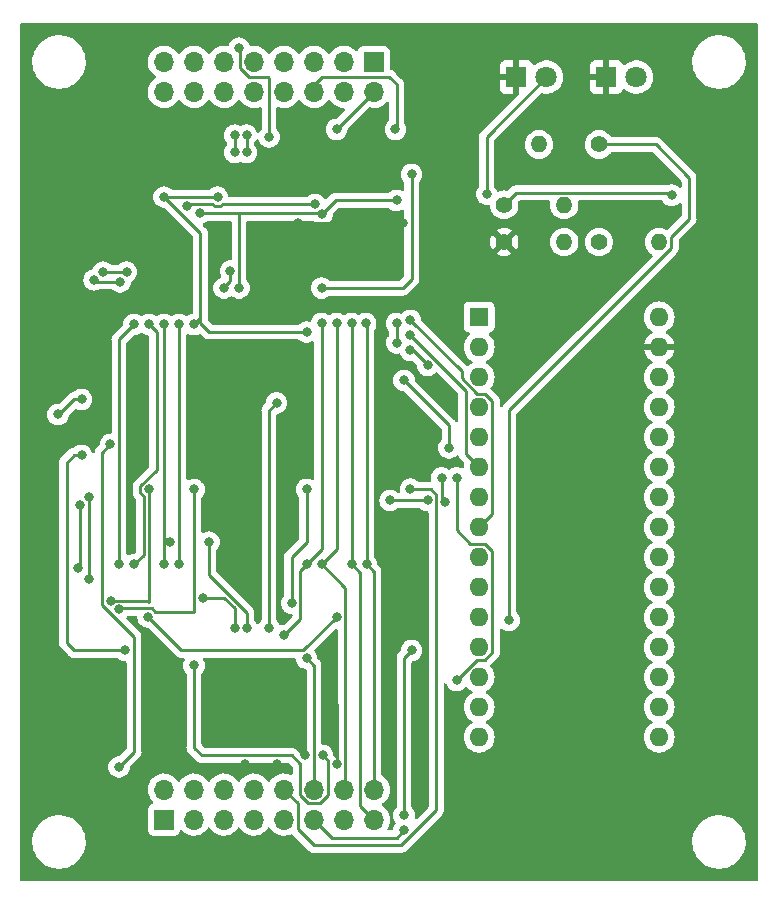
<source format=gbr>
%TF.GenerationSoftware,KiCad,Pcbnew,(6.0.4)*%
%TF.CreationDate,2022-03-26T17:54:34-04:00*%
%TF.ProjectId,Ribbon cable tester,52696262-6f6e-4206-9361-626c65207465,rev?*%
%TF.SameCoordinates,Original*%
%TF.FileFunction,Copper,L2,Bot*%
%TF.FilePolarity,Positive*%
%FSLAX46Y46*%
G04 Gerber Fmt 4.6, Leading zero omitted, Abs format (unit mm)*
G04 Created by KiCad (PCBNEW (6.0.4)) date 2022-03-26 17:54:34*
%MOMM*%
%LPD*%
G01*
G04 APERTURE LIST*
%TA.AperFunction,ComponentPad*%
%ADD10C,1.400000*%
%TD*%
%TA.AperFunction,ComponentPad*%
%ADD11O,1.400000X1.400000*%
%TD*%
%TA.AperFunction,ComponentPad*%
%ADD12R,1.700000X1.700000*%
%TD*%
%TA.AperFunction,ComponentPad*%
%ADD13O,1.700000X1.700000*%
%TD*%
%TA.AperFunction,ComponentPad*%
%ADD14R,1.800000X1.800000*%
%TD*%
%TA.AperFunction,ComponentPad*%
%ADD15C,1.800000*%
%TD*%
%TA.AperFunction,ComponentPad*%
%ADD16R,1.600000X1.600000*%
%TD*%
%TA.AperFunction,ComponentPad*%
%ADD17O,1.600000X1.600000*%
%TD*%
%TA.AperFunction,ViaPad*%
%ADD18C,0.800000*%
%TD*%
%TA.AperFunction,Conductor*%
%ADD19C,0.250000*%
%TD*%
G04 APERTURE END LIST*
D10*
%TO.P,SW1,1,1*%
%TO.N,/Start_but*%
X149860000Y-73025000D03*
D11*
%TO.P,SW1,2,2*%
%TO.N,/Vcc*%
X144780000Y-73025000D03*
%TD*%
D10*
%TO.P,R3,1*%
%TO.N,GNDREF*%
X141830000Y-81280000D03*
D11*
%TO.P,R3,2*%
%TO.N,/Vcc*%
X146910000Y-81280000D03*
%TD*%
D10*
%TO.P,R2,1*%
%TO.N,Net-(R2-Pad1)*%
X141830000Y-78130000D03*
D11*
%TO.P,R2,2*%
%TO.N,Net-(D2-Pad2)*%
X146910000Y-78130000D03*
%TD*%
D10*
%TO.P,R1,1*%
%TO.N,/LED_Power*%
X149860000Y-81280000D03*
D11*
%TO.P,R1,2*%
%TO.N,Net-(D1-Pad2)*%
X154940000Y-81280000D03*
%TD*%
D12*
%TO.P,J2,1,Pin_1*%
%TO.N,/sig1*%
X113030000Y-130180000D03*
D13*
%TO.P,J2,2,Pin_2*%
%TO.N,/sig2*%
X113030000Y-127640000D03*
%TO.P,J2,3,Pin_3*%
%TO.N,/sig3*%
X115570000Y-130180000D03*
%TO.P,J2,4,Pin_4*%
%TO.N,/sig4*%
X115570000Y-127640000D03*
%TO.P,J2,5,Pin_5*%
%TO.N,/sig5*%
X118110000Y-130180000D03*
%TO.P,J2,6,Pin_6*%
%TO.N,/sig6*%
X118110000Y-127640000D03*
%TO.P,J2,7,Pin_7*%
%TO.N,/sig7*%
X120650000Y-130180000D03*
%TO.P,J2,8,Pin_8*%
%TO.N,/sig8*%
X120650000Y-127640000D03*
%TO.P,J2,9,Pin_9*%
%TO.N,/sig9*%
X123190000Y-130180000D03*
%TO.P,J2,10,Pin_10*%
%TO.N,/sig10*%
X123190000Y-127640000D03*
%TO.P,J2,11,Pin_11*%
%TO.N,/sig11*%
X125730000Y-130180000D03*
%TO.P,J2,12,Pin_12*%
%TO.N,/sig12*%
X125730000Y-127640000D03*
%TO.P,J2,13,Pin_13*%
%TO.N,/sig13*%
X128270000Y-130180000D03*
%TO.P,J2,14,Pin_14*%
%TO.N,/sig14*%
X128270000Y-127640000D03*
%TO.P,J2,15,Pin_15*%
%TO.N,/sig15*%
X130810000Y-130180000D03*
%TO.P,J2,16,Pin_16*%
%TO.N,/sig16*%
X130810000Y-127640000D03*
%TD*%
D12*
%TO.P,J1,1,Pin_1*%
%TO.N,Net-(J1-Pad1)*%
X130795000Y-66035000D03*
D13*
%TO.P,J1,2,Pin_2*%
%TO.N,Net-(J1-Pad2)*%
X130795000Y-68575000D03*
%TO.P,J1,3,Pin_3*%
%TO.N,Net-(J1-Pad3)*%
X128255000Y-66035000D03*
%TO.P,J1,4,Pin_4*%
%TO.N,Net-(J1-Pad4)*%
X128255000Y-68575000D03*
%TO.P,J1,5,Pin_5*%
%TO.N,Net-(J1-Pad5)*%
X125715000Y-66035000D03*
%TO.P,J1,6,Pin_6*%
%TO.N,Net-(J1-Pad6)*%
X125715000Y-68575000D03*
%TO.P,J1,7,Pin_7*%
%TO.N,Net-(J1-Pad7)*%
X123175000Y-66035000D03*
%TO.P,J1,8,Pin_8*%
%TO.N,Net-(J1-Pad8)*%
X123175000Y-68575000D03*
%TO.P,J1,9,Pin_9*%
%TO.N,Net-(J1-Pad9)*%
X120635000Y-66035000D03*
%TO.P,J1,10,Pin_10*%
%TO.N,Net-(J1-Pad10)*%
X120635000Y-68575000D03*
%TO.P,J1,11,Pin_11*%
%TO.N,Net-(J1-Pad11)*%
X118095000Y-66035000D03*
%TO.P,J1,12,Pin_12*%
%TO.N,Net-(J1-Pad12)*%
X118095000Y-68575000D03*
%TO.P,J1,13,Pin_13*%
%TO.N,Net-(J1-Pad13)*%
X115555000Y-66035000D03*
%TO.P,J1,14,Pin_14*%
%TO.N,Net-(J1-Pad14)*%
X115555000Y-68575000D03*
%TO.P,J1,15,Pin_15*%
%TO.N,Net-(J1-Pad15)*%
X113015000Y-66035000D03*
%TO.P,J1,16,Pin_16*%
%TO.N,Net-(J1-Pad16)*%
X113015000Y-68575000D03*
%TD*%
D14*
%TO.P,FAIL,1,K*%
%TO.N,GNDREF*%
X142870000Y-67310000D03*
D15*
%TO.P,FAIL,2,A*%
%TO.N,Net-(D2-Pad2)*%
X145410000Y-67310000D03*
%TD*%
D14*
%TO.P,PASS,1,K*%
%TO.N,GNDREF*%
X150490000Y-67310000D03*
D15*
%TO.P,PASS,2,A*%
%TO.N,Net-(D1-Pad2)*%
X153030000Y-67310000D03*
%TD*%
D16*
%TO.P,A1,1,D1/TX*%
%TO.N,unconnected-(A1-Pad1)*%
X139710000Y-87630000D03*
D17*
%TO.P,A1,2,D0/RX*%
%TO.N,unconnected-(A1-Pad2)*%
X139710000Y-90170000D03*
%TO.P,A1,3,~{RESET}*%
%TO.N,unconnected-(A1-Pad3)*%
X139710000Y-92710000D03*
%TO.P,A1,4,GND*%
%TO.N,GNDREF*%
X139710000Y-95250000D03*
%TO.P,A1,5,D2*%
%TO.N,/Sel0*%
X139710000Y-97790000D03*
%TO.P,A1,6,D3*%
%TO.N,/Sel1*%
X139710000Y-100330000D03*
%TO.P,A1,7,D4*%
%TO.N,/Sel2*%
X139710000Y-102870000D03*
%TO.P,A1,8,D5*%
%TO.N,/Sel3*%
X139710000Y-105410000D03*
%TO.P,A1,9,D6*%
%TO.N,/FirstRowPass*%
X139710000Y-107950000D03*
%TO.P,A1,10,D7*%
%TO.N,/SecondRowPass*%
X139710000Y-110490000D03*
%TO.P,A1,11,D8*%
%TO.N,/LED_Power*%
X139710000Y-113030000D03*
%TO.P,A1,12,D9*%
%TO.N,/Start_but*%
X139710000Y-115570000D03*
%TO.P,A1,13,D10*%
%TO.N,/Short_check*%
X139710000Y-118110000D03*
%TO.P,A1,14,D11*%
%TO.N,unconnected-(A1-Pad14)*%
X139710000Y-120650000D03*
%TO.P,A1,15,D12*%
%TO.N,unconnected-(A1-Pad15)*%
X139710000Y-123190000D03*
%TO.P,A1,16,D13*%
%TO.N,unconnected-(A1-Pad16)*%
X154950000Y-123190000D03*
%TO.P,A1,17,3V3*%
%TO.N,unconnected-(A1-Pad17)*%
X154950000Y-120650000D03*
%TO.P,A1,18,AREF*%
%TO.N,unconnected-(A1-Pad18)*%
X154950000Y-118110000D03*
%TO.P,A1,19,A0*%
%TO.N,unconnected-(A1-Pad19)*%
X154950000Y-115570000D03*
%TO.P,A1,20,A1*%
%TO.N,unconnected-(A1-Pad20)*%
X154950000Y-113030000D03*
%TO.P,A1,21,A2*%
%TO.N,unconnected-(A1-Pad21)*%
X154950000Y-110490000D03*
%TO.P,A1,22,A3*%
%TO.N,unconnected-(A1-Pad22)*%
X154950000Y-107950000D03*
%TO.P,A1,23,A4*%
%TO.N,unconnected-(A1-Pad23)*%
X154950000Y-105410000D03*
%TO.P,A1,24,A5*%
%TO.N,unconnected-(A1-Pad24)*%
X154950000Y-102870000D03*
%TO.P,A1,25,A6*%
%TO.N,unconnected-(A1-Pad25)*%
X154950000Y-100330000D03*
%TO.P,A1,26,A7*%
%TO.N,unconnected-(A1-Pad26)*%
X154950000Y-97790000D03*
%TO.P,A1,27,+5V*%
%TO.N,/Vcc*%
X154950000Y-95250000D03*
%TO.P,A1,28,~{RESET}*%
%TO.N,unconnected-(A1-Pad28)*%
X154950000Y-92710000D03*
%TO.P,A1,29,GND*%
%TO.N,GNDREF*%
X154950000Y-90170000D03*
%TO.P,A1,30,VIN*%
%TO.N,+12V*%
X154950000Y-87630000D03*
%TD*%
D18*
%TO.N,GNDREF*%
X124370500Y-79660000D03*
X154334699Y-79650101D03*
X152371877Y-79672945D03*
X133260500Y-79660000D03*
X129450500Y-79712299D03*
X125095000Y-93719500D03*
X111125000Y-93630000D03*
X126910500Y-119665000D03*
X124460000Y-119665000D03*
X127635000Y-125469500D03*
X122555000Y-125469500D03*
X119925500Y-125469500D03*
X125005500Y-124745000D03*
X132657701Y-97497299D03*
X135255000Y-96805000D03*
X119380000Y-95535000D03*
X118110000Y-98075000D03*
X110490000Y-99345000D03*
%TO.N,/Start_but*%
X142240000Y-113315000D03*
%TO.N,Net-(D2-Pad2)*%
X140335000Y-77209500D03*
%TO.N,/notSel0*%
X132715000Y-77755000D03*
%TO.N,Net-(R2-Pad1)*%
X156015201Y-77314799D03*
%TO.N,/Sel2*%
X135344500Y-91725000D03*
X133895500Y-90455000D03*
X132715000Y-89820000D03*
X132715000Y-88175500D03*
%TO.N,/Sel3*%
X133895500Y-87915000D03*
%TO.N,/Sel1*%
X133895500Y-89185000D03*
%TO.N,/SecondRowPass*%
X136525000Y-101250000D03*
X136793511Y-103305049D03*
%TO.N,/FirstRowPass*%
X137160000Y-98710000D03*
X133350000Y-92995000D03*
%TO.N,Net-(U10-Pad5)*%
X115570000Y-117125000D03*
X126454500Y-124745000D03*
%TO.N,/sig10*%
X133895500Y-102209500D03*
%TO.N,/sig12*%
X122555000Y-94900000D03*
X121920000Y-113950000D03*
X125106660Y-116515979D03*
%TO.N,/sig13*%
X123190000Y-114585000D03*
%TO.N,/sig11*%
X132169500Y-103155000D03*
X135344500Y-103155000D03*
X137795000Y-101250000D03*
X137795000Y-118395000D03*
X133350000Y-131095000D03*
%TO.N,/sig9*%
X133985000Y-115855000D03*
X133350000Y-129825000D03*
%TO.N,Net-(U7-Pad8)*%
X106045000Y-99345000D03*
X109765500Y-115855000D03*
%TO.N,/sig7*%
X113575500Y-106680011D03*
X116840000Y-106680011D03*
X120024549Y-113940451D03*
%TO.N,/sig8*%
X116294500Y-111410000D03*
X119009500Y-113950000D03*
%TO.N,/sig5*%
X109309989Y-84657833D03*
X107109333Y-84478801D03*
%TO.N,/sig6*%
X109855000Y-83820000D03*
X107860989Y-83820000D03*
%TO.N,/sig3*%
X106045000Y-94615000D03*
X104050500Y-95885000D03*
%TO.N,/sig4*%
X108495500Y-98425000D03*
X109220000Y-125730000D03*
%TO.N,/sig1*%
X105955500Y-103576755D03*
X105784665Y-108845335D03*
%TO.N,/sig2*%
X106680000Y-102870000D03*
X106680000Y-109855000D03*
%TO.N,Net-(U7-Pad6)*%
X111760000Y-102235000D03*
X108513245Y-111688245D03*
%TO.N,Net-(U7-Pad3)*%
X115570000Y-102235000D03*
X109220000Y-112395000D03*
%TO.N,/Vcc*%
X127635000Y-113030000D03*
X111680980Y-113030000D03*
%TO.N,Net-(U8-Pad8)*%
X125095000Y-102235000D03*
X123825000Y-111849500D03*
%TO.N,/notSel0*%
X119380000Y-85179500D03*
%TO.N,/sig5*%
X109220000Y-108585000D03*
%TO.N,/sig6*%
X110490000Y-108585000D03*
%TO.N,/sig7*%
X113030000Y-108585000D03*
%TO.N,/sig8*%
X114300000Y-108585000D03*
%TO.N,/sig13*%
X125095000Y-108585000D03*
%TO.N,/sig14*%
X126365000Y-108585000D03*
%TO.N,/sig15*%
X128905000Y-108585000D03*
%TO.N,/sig16*%
X130175000Y-108585000D03*
X130103245Y-88175500D03*
%TO.N,/sig15*%
X128905000Y-88175500D03*
%TO.N,/sig14*%
X127635000Y-88175500D03*
%TO.N,/sig13*%
X126365000Y-88175500D03*
%TO.N,/sig8*%
X114300000Y-88265000D03*
%TO.N,/sig7*%
X113030000Y-88265000D03*
%TO.N,/sig6*%
X111760000Y-88265000D03*
%TO.N,/sig5*%
X110490000Y-88265000D03*
%TO.N,/Vcc*%
X126365000Y-85179500D03*
X133985000Y-75565000D03*
%TO.N,/notSel0*%
X116115500Y-78829500D03*
X126420699Y-78903477D03*
%TO.N,/Sel0*%
X114935000Y-78194500D03*
X125819500Y-78105000D03*
%TO.N,/Sel3*%
X118655500Y-83730500D03*
X118110000Y-85179500D03*
%TO.N,/Sel1*%
X125095000Y-88900000D03*
X115570000Y-88265000D03*
X117564500Y-77470000D03*
X113030000Y-77470000D03*
%TO.N,Net-(J1-Pad2)*%
X127635000Y-71755000D03*
%TO.N,Net-(J1-Pad6)*%
X132625500Y-71755000D03*
%TO.N,Net-(J1-Pad10)*%
X120019005Y-72235500D03*
X120019005Y-73684500D03*
%TO.N,Net-(J1-Pad11)*%
X119019502Y-72235500D03*
X119019502Y-73684500D03*
%TO.N,Net-(J1-Pad15)*%
X119392142Y-64859500D03*
X121920000Y-72390000D03*
%TD*%
D19*
%TO.N,GNDREF*%
X154311855Y-79672945D02*
X153047945Y-79672945D01*
X154334699Y-79650101D02*
X154311855Y-79672945D01*
%TO.N,Net-(R2-Pad1)*%
X142840000Y-77120000D02*
X141830000Y-78130000D01*
X156015201Y-77314799D02*
X155805891Y-77105489D01*
X142889511Y-77105489D02*
X142875000Y-77120000D01*
X155805891Y-77105489D02*
X142889511Y-77105489D01*
X142875000Y-77120000D02*
X142840000Y-77120000D01*
%TO.N,/Start_but*%
X155964511Y-81810489D02*
X142240000Y-95535000D01*
X157480000Y-79340144D02*
X155964511Y-80855633D01*
X157480000Y-75850000D02*
X157480000Y-79340144D01*
X155964511Y-80855633D02*
X155964511Y-81810489D01*
X149860000Y-73025000D02*
X154655000Y-73025000D01*
X154655000Y-73025000D02*
X157480000Y-75850000D01*
X142240000Y-95535000D02*
X142240000Y-113315000D01*
%TO.N,/Sel3*%
X118655500Y-84544500D02*
X118110000Y-85090000D01*
X118655500Y-83730500D02*
X118655500Y-84544500D01*
X118110000Y-85090000D02*
X118110000Y-85179500D01*
%TO.N,GNDREF*%
X124370500Y-79660000D02*
X129398201Y-79660000D01*
X129398201Y-79660000D02*
X129450500Y-79712299D01*
X153047945Y-79672945D02*
X143437055Y-79672945D01*
X143437055Y-79672945D02*
X141830000Y-81280000D01*
X152371877Y-79672945D02*
X153047945Y-79672945D01*
X129502799Y-79660000D02*
X132715000Y-79660000D01*
X129450500Y-79712299D02*
X129502799Y-79660000D01*
X132715000Y-79660000D02*
X133260500Y-79660000D01*
X121285000Y-93630000D02*
X125095000Y-93630000D01*
X125095000Y-93630000D02*
X125095000Y-93719500D01*
X118745000Y-96170000D02*
X121285000Y-93630000D01*
X118745000Y-96170000D02*
X119380000Y-95535000D01*
X118110000Y-96805000D02*
X118745000Y-96170000D01*
X110490000Y-94265000D02*
X111125000Y-93630000D01*
X110490000Y-99345000D02*
X110490000Y-94265000D01*
X125005500Y-120210500D02*
X124460000Y-119665000D01*
X125005500Y-124745000D02*
X125005500Y-120210500D01*
X126910500Y-119665000D02*
X127635000Y-120389500D01*
X127635000Y-120389500D02*
X127635000Y-125469500D01*
%TO.N,/sig14*%
X128359511Y-110579511D02*
X126365000Y-108585000D01*
X128359511Y-127550489D02*
X128359511Y-110579511D01*
X128270000Y-127640000D02*
X128359511Y-127550489D01*
%TO.N,GNDREF*%
X119925500Y-125469500D02*
X122555000Y-125469500D01*
X134562701Y-97497299D02*
X135255000Y-96805000D01*
X132657701Y-97497299D02*
X134562701Y-97497299D01*
X118110000Y-98075000D02*
X118110000Y-96805000D01*
%TO.N,/sig6*%
X112395000Y-100575386D02*
X112395000Y-88900000D01*
X112395000Y-88900000D02*
X111760000Y-88265000D01*
X111035489Y-101934897D02*
X112395000Y-100575386D01*
X111035489Y-102535103D02*
X111035489Y-101934897D01*
X111310480Y-102810094D02*
X111035489Y-102535103D01*
X111310480Y-107764520D02*
X111310480Y-102810094D01*
X110490000Y-108585000D02*
X111310480Y-107764520D01*
%TO.N,Net-(D2-Pad2)*%
X140335000Y-72385000D02*
X145410000Y-67310000D01*
X140335000Y-77209500D02*
X140335000Y-72385000D01*
%TO.N,/notSel0*%
X132715000Y-77755000D02*
X127569176Y-77755000D01*
X127569176Y-77755000D02*
X126420699Y-78903477D01*
%TO.N,/Sel2*%
X134074500Y-90455000D02*
X135344500Y-91725000D01*
X133895500Y-90455000D02*
X134074500Y-90455000D01*
X132715000Y-88175500D02*
X132715000Y-89820000D01*
%TO.N,/Sel3*%
X140834511Y-104285489D02*
X139710000Y-105410000D01*
X140834511Y-94784211D02*
X140834511Y-104285489D01*
X140175789Y-94125489D02*
X140834511Y-94784211D01*
X138224711Y-92244211D02*
X138224711Y-92815011D01*
X138224711Y-92815011D02*
X139535189Y-94125489D01*
X139535189Y-94125489D02*
X140175789Y-94125489D01*
X133895500Y-87915000D02*
X138224711Y-92244211D01*
%TO.N,/Sel1*%
X138585489Y-93874989D02*
X138585489Y-99205489D01*
X133895500Y-89185000D02*
X138585489Y-93874989D01*
X138585489Y-99205489D02*
X139710000Y-100330000D01*
%TO.N,/SecondRowPass*%
X136525000Y-103036538D02*
X136793511Y-103305049D01*
X136525000Y-101250000D02*
X136525000Y-103036538D01*
%TO.N,/FirstRowPass*%
X137160000Y-96805000D02*
X137160000Y-98710000D01*
X133350000Y-92995000D02*
X137160000Y-96805000D01*
%TO.N,Net-(U10-Pad5)*%
X115570000Y-124110000D02*
X115570000Y-117125000D01*
X123830498Y-124745000D02*
X116205000Y-124745000D01*
X124555489Y-125469991D02*
X123830498Y-124745000D01*
X124555489Y-128126499D02*
X124555489Y-125469991D01*
X125243501Y-128814511D02*
X124555489Y-128126499D01*
X126904511Y-128126499D02*
X126216499Y-128814511D01*
X126904511Y-125195011D02*
X126904511Y-128126499D01*
X126454500Y-124745000D02*
X126904511Y-125195011D01*
X116205000Y-124745000D02*
X115570000Y-124110000D01*
X126216499Y-128814511D02*
X125243501Y-128814511D01*
%TO.N,/sig10*%
X135600039Y-102209500D02*
X133895500Y-102209500D01*
X136069011Y-129400603D02*
X136069011Y-102678472D01*
X125730000Y-132365000D02*
X133104614Y-132365000D01*
X124364511Y-130999511D02*
X125730000Y-132365000D01*
X124364511Y-128814511D02*
X124364511Y-130999511D01*
X136069011Y-102678472D02*
X135600039Y-102209500D01*
X123190000Y-127640000D02*
X124364511Y-128814511D01*
X133104614Y-132365000D02*
X136069011Y-129400603D01*
%TO.N,/sig12*%
X121920000Y-95535000D02*
X122555000Y-94900000D01*
X121920000Y-113950000D02*
X121920000Y-95535000D01*
X125730000Y-117139319D02*
X125106660Y-116515979D01*
X125730000Y-127640000D02*
X125730000Y-117139319D01*
%TO.N,/sig16*%
X130810000Y-109220000D02*
X130175000Y-108585000D01*
X130810000Y-127640000D02*
X130810000Y-109220000D01*
%TO.N,/sig15*%
X129635489Y-109315489D02*
X128905000Y-108585000D01*
X129635489Y-129005489D02*
X129635489Y-109315489D01*
X130810000Y-130180000D02*
X129635489Y-129005489D01*
%TO.N,/sig13*%
X124549511Y-109130489D02*
X125095000Y-108585000D01*
X123190000Y-114585000D02*
X124549511Y-113225489D01*
X124549511Y-113225489D02*
X124549511Y-109130489D01*
%TO.N,/sig11*%
X135344500Y-103155000D02*
X132169500Y-103155000D01*
X137795000Y-105695000D02*
X137795000Y-101250000D01*
X138925489Y-106825489D02*
X137795000Y-105695000D01*
X140195489Y-106825489D02*
X138925489Y-106825489D01*
X140834511Y-107464511D02*
X140195489Y-106825489D01*
X140834511Y-116035789D02*
X140834511Y-107464511D01*
X140175789Y-116694511D02*
X140834511Y-116035789D01*
X139495489Y-116694511D02*
X140175789Y-116694511D01*
X137795000Y-118395000D02*
X139495489Y-116694511D01*
X132715000Y-131730000D02*
X133350000Y-131095000D01*
X132080000Y-131730000D02*
X132715000Y-131730000D01*
X127280000Y-131730000D02*
X132080000Y-131730000D01*
X125730000Y-130180000D02*
X127280000Y-131730000D01*
%TO.N,/sig9*%
X133350000Y-116490000D02*
X133985000Y-115855000D01*
X133350000Y-129825000D02*
X133350000Y-116490000D01*
%TO.N,Net-(U7-Pad8)*%
X104775000Y-99980000D02*
X105410000Y-99345000D01*
X104775000Y-115220000D02*
X104775000Y-99980000D01*
X105410000Y-99345000D02*
X106045000Y-99345000D01*
X105410000Y-115855000D02*
X104775000Y-115220000D01*
X109765500Y-115855000D02*
X105410000Y-115855000D01*
%TO.N,/sig4*%
X107788734Y-111988348D02*
X107788734Y-99131766D01*
X110490000Y-114689614D02*
X107788734Y-111988348D01*
X110490000Y-124460000D02*
X110490000Y-114689614D01*
X107788734Y-99131766D02*
X108495500Y-98425000D01*
X109220000Y-125730000D02*
X110490000Y-124460000D01*
%TO.N,/sig7*%
X116840000Y-109504282D02*
X116840000Y-106680011D01*
X113030000Y-106330000D02*
X113030000Y-88265000D01*
X113575500Y-106680011D02*
X113380011Y-106680011D01*
X120024549Y-113940451D02*
X120024549Y-112688831D01*
X113030000Y-108585000D02*
X113030000Y-106330000D01*
X120024549Y-112688831D02*
X116840000Y-109504282D01*
X113380011Y-106680011D02*
X113030000Y-106330000D01*
%TO.N,/sig8*%
X116294500Y-111410000D02*
X118110000Y-111410000D01*
X118110000Y-111410000D02*
X119009500Y-112309500D01*
X119009500Y-112309500D02*
X119009500Y-113950000D01*
%TO.N,/Vcc*%
X114505980Y-115855000D02*
X111680980Y-113030000D01*
X124810000Y-115855000D02*
X114505980Y-115855000D01*
X127635000Y-113030000D02*
X124810000Y-115855000D01*
%TO.N,Net-(U7-Pad3)*%
X112256074Y-112580480D02*
X115570000Y-112580480D01*
X111981083Y-112305489D02*
X112256074Y-112580480D01*
X115570000Y-112580480D02*
X115570000Y-102235000D01*
X109309511Y-112305489D02*
X111981083Y-112305489D01*
X109220000Y-112395000D02*
X109309511Y-112305489D01*
%TO.N,/sig5*%
X107288365Y-84657833D02*
X109309989Y-84657833D01*
X107109333Y-84478801D02*
X107288365Y-84657833D01*
%TO.N,/sig6*%
X107860989Y-83820000D02*
X109855000Y-83820000D01*
%TO.N,/sig3*%
X105410000Y-94615000D02*
X106045000Y-94615000D01*
X104140000Y-95885000D02*
X105410000Y-94615000D01*
X104050500Y-95885000D02*
X104140000Y-95885000D01*
%TO.N,/sig1*%
X105955500Y-108674500D02*
X105955500Y-103576755D01*
X105784665Y-108845335D02*
X105955500Y-108674500D01*
%TO.N,Net-(U7-Pad6)*%
X111760000Y-102235000D02*
X111760000Y-111760000D01*
X111760000Y-111760000D02*
X111670489Y-111670489D01*
X108531001Y-111670489D02*
X108513245Y-111688245D01*
X111670489Y-111670489D02*
X108531001Y-111670489D01*
%TO.N,/sig2*%
X106680000Y-109855000D02*
X106680000Y-102870000D01*
%TO.N,Net-(U8-Pad8)*%
X123825000Y-111849500D02*
X123825000Y-107950000D01*
X123825000Y-107950000D02*
X125095000Y-106680000D01*
X125095000Y-106680000D02*
X125095000Y-102235000D01*
%TO.N,/notSel0*%
X126346722Y-78829500D02*
X119290500Y-78829500D01*
X119290500Y-78829500D02*
X116115500Y-78829500D01*
X119380000Y-85179500D02*
X119380000Y-78919000D01*
X119380000Y-78919000D02*
X119290500Y-78829500D01*
%TO.N,/sig5*%
X109220000Y-108585000D02*
X109220000Y-89535000D01*
X109220000Y-89535000D02*
X110490000Y-88265000D01*
%TO.N,/sig8*%
X114300000Y-108585000D02*
X114300000Y-88265000D01*
%TO.N,/sig16*%
X130175000Y-88247255D02*
X130103245Y-88175500D01*
X130175000Y-108585000D02*
X130175000Y-88247255D01*
%TO.N,/sig15*%
X128905000Y-108585000D02*
X128905000Y-88175500D01*
%TO.N,/sig14*%
X127635000Y-107315000D02*
X127635000Y-88175500D01*
X126365000Y-108585000D02*
X127635000Y-107315000D01*
%TO.N,/sig13*%
X126365000Y-107315000D02*
X126365000Y-88175500D01*
X125095000Y-108585000D02*
X126365000Y-107315000D01*
%TO.N,/Sel1*%
X116840000Y-88900000D02*
X116115500Y-88175500D01*
X125095000Y-88900000D02*
X116840000Y-88900000D01*
X116115500Y-88175500D02*
X116115500Y-87719500D01*
%TO.N,/Vcc*%
X133260500Y-85179500D02*
X126365000Y-85179500D01*
X133985000Y-75565000D02*
X133985000Y-84455000D01*
X133985000Y-84455000D02*
X133260500Y-85179500D01*
%TO.N,/notSel0*%
X126420699Y-78903477D02*
X126346722Y-78829500D01*
%TO.N,/Sel0*%
X115024500Y-78105000D02*
X114935000Y-78194500D01*
X117174886Y-78105000D02*
X115024500Y-78105000D01*
X117264397Y-78194511D02*
X117174886Y-78105000D01*
X117954114Y-78105000D02*
X117864603Y-78194511D01*
X125819500Y-78105000D02*
X117954114Y-78105000D01*
X117864603Y-78194511D02*
X117264397Y-78194511D01*
%TO.N,/Sel1*%
X113030000Y-77470000D02*
X116115500Y-80555500D01*
X116115500Y-80555500D02*
X116115500Y-87719500D01*
X117564500Y-77470000D02*
X113030000Y-77470000D01*
X116115500Y-87719500D02*
X115570000Y-88265000D01*
%TO.N,Net-(J1-Pad2)*%
X127635000Y-71755000D02*
X127635000Y-71735000D01*
X127635000Y-71735000D02*
X130795000Y-68575000D01*
%TO.N,Net-(J1-Pad6)*%
X125715000Y-67960000D02*
X125715000Y-68575000D01*
X126365000Y-67310000D02*
X125715000Y-67960000D01*
X132080000Y-67310000D02*
X126365000Y-67310000D01*
X132625500Y-71755000D02*
X132715000Y-71665500D01*
X132715000Y-67945000D02*
X132080000Y-67310000D01*
X132715000Y-71665500D02*
X132715000Y-67945000D01*
%TO.N,Net-(J1-Pad15)*%
X119460489Y-64927847D02*
X119392142Y-64859500D01*
X119460489Y-66521499D02*
X119460489Y-64927847D01*
X121920000Y-67387358D02*
X121920000Y-72390000D01*
X121809511Y-67276869D02*
X121920000Y-67387358D01*
X120215859Y-67276869D02*
X121809511Y-67276869D01*
X119460489Y-66521499D02*
X120215859Y-67276869D01*
%TO.N,Net-(J1-Pad10)*%
X120019005Y-73684500D02*
X120019005Y-72235500D01*
%TO.N,Net-(J1-Pad11)*%
X119019502Y-73684500D02*
X119019502Y-72235500D01*
%TD*%
%TA.AperFunction,Conductor*%
%TO.N,GNDREF*%
G36*
X163263621Y-62758502D02*
G01*
X163310114Y-62812158D01*
X163321500Y-62864500D01*
X163321500Y-135255500D01*
X163301498Y-135323621D01*
X163247842Y-135370114D01*
X163195500Y-135381500D01*
X100964500Y-135381500D01*
X100896379Y-135361498D01*
X100849886Y-135307842D01*
X100838500Y-135255500D01*
X100838500Y-132127404D01*
X101876941Y-132127404D01*
X101903091Y-132426292D01*
X101904001Y-132430364D01*
X101904002Y-132430369D01*
X101967628Y-132715016D01*
X101968540Y-132719095D01*
X102072140Y-133000671D01*
X102074084Y-133004359D01*
X102074088Y-133004367D01*
X102170805Y-133187807D01*
X102212069Y-133266071D01*
X102385871Y-133510633D01*
X102590490Y-133730061D01*
X102822333Y-133920498D01*
X103077325Y-134078600D01*
X103350988Y-134201589D01*
X103525368Y-134253574D01*
X103634514Y-134286112D01*
X103634516Y-134286112D01*
X103638513Y-134287304D01*
X103642633Y-134287957D01*
X103642635Y-134287957D01*
X103761509Y-134306785D01*
X103934848Y-134334239D01*
X103977577Y-134336179D01*
X104027262Y-134338436D01*
X104027281Y-134338436D01*
X104028681Y-134338500D01*
X104216107Y-134338500D01*
X104439370Y-134323671D01*
X104443464Y-134322846D01*
X104443468Y-134322845D01*
X104584513Y-134294405D01*
X104733480Y-134264368D01*
X105017163Y-134166688D01*
X105020896Y-134164819D01*
X105020900Y-134164817D01*
X105281691Y-134034222D01*
X105281693Y-134034221D01*
X105285435Y-134032347D01*
X105533584Y-133863706D01*
X105757248Y-133663726D01*
X105759966Y-133660555D01*
X105949779Y-133439097D01*
X105949782Y-133439093D01*
X105952499Y-133435923D01*
X105954773Y-133432421D01*
X105954777Y-133432416D01*
X106113628Y-133187807D01*
X106113631Y-133187802D01*
X106115907Y-133184297D01*
X106244600Y-132913270D01*
X106250443Y-132895073D01*
X106335038Y-132631591D01*
X106335038Y-132631590D01*
X106336318Y-132627604D01*
X106389448Y-132332316D01*
X106403059Y-132032596D01*
X106376909Y-131733708D01*
X106333856Y-131541097D01*
X106312372Y-131444984D01*
X106312371Y-131444981D01*
X106311460Y-131440905D01*
X106207860Y-131159329D01*
X106205916Y-131155641D01*
X106205912Y-131155633D01*
X106069884Y-130897633D01*
X106069883Y-130897632D01*
X106067931Y-130893929D01*
X105894129Y-130649367D01*
X105689510Y-130429939D01*
X105457667Y-130239502D01*
X105202675Y-130081400D01*
X104929012Y-129958411D01*
X104688885Y-129886826D01*
X104645486Y-129873888D01*
X104645484Y-129873888D01*
X104641487Y-129872696D01*
X104637367Y-129872043D01*
X104637365Y-129872043D01*
X104444574Y-129841508D01*
X104345152Y-129825761D01*
X104302423Y-129823821D01*
X104252738Y-129821564D01*
X104252719Y-129821564D01*
X104251319Y-129821500D01*
X104063893Y-129821500D01*
X103840630Y-129836329D01*
X103836536Y-129837154D01*
X103836532Y-129837155D01*
X103695487Y-129865595D01*
X103546520Y-129895632D01*
X103262837Y-129993312D01*
X103259104Y-129995181D01*
X103259100Y-129995183D01*
X103018646Y-130115594D01*
X102994565Y-130127653D01*
X102922474Y-130176646D01*
X102819554Y-130246590D01*
X102746416Y-130296294D01*
X102522752Y-130496274D01*
X102520035Y-130499444D01*
X102520034Y-130499445D01*
X102332949Y-130717721D01*
X102327501Y-130724077D01*
X102325227Y-130727579D01*
X102325223Y-130727584D01*
X102179117Y-130952568D01*
X102164093Y-130975703D01*
X102162299Y-130979482D01*
X102162298Y-130979483D01*
X102159637Y-130985088D01*
X102035400Y-131246730D01*
X102034121Y-131250713D01*
X102034120Y-131250716D01*
X101960307Y-131480615D01*
X101943682Y-131532396D01*
X101890552Y-131827684D01*
X101876941Y-132127404D01*
X100838500Y-132127404D01*
X100838500Y-99959943D01*
X104136780Y-99959943D01*
X104137526Y-99967835D01*
X104140941Y-100003961D01*
X104141500Y-100015819D01*
X104141500Y-115141233D01*
X104140973Y-115152416D01*
X104139298Y-115159909D01*
X104139547Y-115167832D01*
X104139547Y-115167833D01*
X104141438Y-115227986D01*
X104141500Y-115231945D01*
X104141500Y-115259856D01*
X104141997Y-115263790D01*
X104141997Y-115263791D01*
X104142005Y-115263856D01*
X104142938Y-115275693D01*
X104144327Y-115319889D01*
X104149978Y-115339339D01*
X104153987Y-115358700D01*
X104156526Y-115378797D01*
X104159445Y-115386168D01*
X104159445Y-115386170D01*
X104172804Y-115419912D01*
X104176649Y-115431142D01*
X104188982Y-115473593D01*
X104193015Y-115480412D01*
X104193017Y-115480417D01*
X104199293Y-115491028D01*
X104207988Y-115508776D01*
X104215448Y-115527617D01*
X104220110Y-115534033D01*
X104220110Y-115534034D01*
X104241436Y-115563387D01*
X104247952Y-115573307D01*
X104270458Y-115611362D01*
X104284779Y-115625683D01*
X104297619Y-115640716D01*
X104309528Y-115657107D01*
X104343605Y-115685298D01*
X104352384Y-115693288D01*
X104906343Y-116247247D01*
X104913887Y-116255537D01*
X104918000Y-116262018D01*
X104923777Y-116267443D01*
X104967667Y-116308658D01*
X104970509Y-116311413D01*
X104990231Y-116331135D01*
X104993352Y-116333556D01*
X104993359Y-116333562D01*
X104993424Y-116333612D01*
X105002445Y-116341317D01*
X105034679Y-116371586D01*
X105041627Y-116375405D01*
X105041629Y-116375407D01*
X105052432Y-116381346D01*
X105068959Y-116392202D01*
X105078698Y-116399757D01*
X105078700Y-116399758D01*
X105084960Y-116404614D01*
X105125540Y-116422174D01*
X105136188Y-116427391D01*
X105165207Y-116443344D01*
X105174940Y-116448695D01*
X105182616Y-116450666D01*
X105182619Y-116450667D01*
X105194562Y-116453733D01*
X105213266Y-116460137D01*
X105213269Y-116460138D01*
X105231855Y-116468181D01*
X105239678Y-116469420D01*
X105239688Y-116469423D01*
X105275524Y-116475099D01*
X105287144Y-116477505D01*
X105321191Y-116486246D01*
X105329970Y-116488500D01*
X105350224Y-116488500D01*
X105369934Y-116490051D01*
X105389943Y-116493220D01*
X105397835Y-116492474D01*
X105433961Y-116489059D01*
X105445819Y-116488500D01*
X109057300Y-116488500D01*
X109125421Y-116508502D01*
X109144647Y-116524843D01*
X109144920Y-116524540D01*
X109149832Y-116528963D01*
X109154247Y-116533866D01*
X109308748Y-116646118D01*
X109314776Y-116648802D01*
X109314778Y-116648803D01*
X109477181Y-116721109D01*
X109483212Y-116723794D01*
X109570492Y-116742346D01*
X109663556Y-116762128D01*
X109663561Y-116762128D01*
X109670013Y-116763500D01*
X109730500Y-116763500D01*
X109798621Y-116783502D01*
X109845114Y-116837158D01*
X109856500Y-116889500D01*
X109856500Y-124145405D01*
X109836498Y-124213526D01*
X109819595Y-124234500D01*
X109269500Y-124784595D01*
X109207188Y-124818621D01*
X109180405Y-124821500D01*
X109124513Y-124821500D01*
X109118061Y-124822872D01*
X109118056Y-124822872D01*
X109032298Y-124841101D01*
X108937712Y-124861206D01*
X108931682Y-124863891D01*
X108931681Y-124863891D01*
X108769278Y-124936197D01*
X108769276Y-124936198D01*
X108763248Y-124938882D01*
X108757907Y-124942762D01*
X108757906Y-124942763D01*
X108740144Y-124955668D01*
X108608747Y-125051134D01*
X108604326Y-125056044D01*
X108604325Y-125056045D01*
X108488178Y-125185040D01*
X108480960Y-125193056D01*
X108441394Y-125261586D01*
X108395737Y-125340667D01*
X108385473Y-125358444D01*
X108326458Y-125540072D01*
X108306496Y-125730000D01*
X108326458Y-125919928D01*
X108385473Y-126101556D01*
X108480960Y-126266944D01*
X108485378Y-126271851D01*
X108485379Y-126271852D01*
X108596354Y-126395102D01*
X108608747Y-126408866D01*
X108763248Y-126521118D01*
X108769276Y-126523802D01*
X108769278Y-126523803D01*
X108931681Y-126596109D01*
X108937712Y-126598794D01*
X109031113Y-126618647D01*
X109118056Y-126637128D01*
X109118061Y-126637128D01*
X109124513Y-126638500D01*
X109315487Y-126638500D01*
X109321939Y-126637128D01*
X109321944Y-126637128D01*
X109408887Y-126618647D01*
X109502288Y-126598794D01*
X109508319Y-126596109D01*
X109670722Y-126523803D01*
X109670724Y-126523802D01*
X109676752Y-126521118D01*
X109831253Y-126408866D01*
X109843646Y-126395102D01*
X109954621Y-126271852D01*
X109954622Y-126271851D01*
X109959040Y-126266944D01*
X110054527Y-126101556D01*
X110113542Y-125919928D01*
X110130907Y-125754706D01*
X110157920Y-125689050D01*
X110167122Y-125678782D01*
X110882247Y-124963657D01*
X110890537Y-124956113D01*
X110897018Y-124952000D01*
X110943659Y-124902332D01*
X110946413Y-124899491D01*
X110966134Y-124879770D01*
X110968612Y-124876575D01*
X110976318Y-124867553D01*
X111001158Y-124841101D01*
X111006586Y-124835321D01*
X111016346Y-124817568D01*
X111027199Y-124801045D01*
X111034753Y-124791306D01*
X111039613Y-124785041D01*
X111057176Y-124744457D01*
X111062383Y-124733827D01*
X111083695Y-124695060D01*
X111085666Y-124687383D01*
X111085668Y-124687378D01*
X111088732Y-124675442D01*
X111095138Y-124656730D01*
X111100033Y-124645419D01*
X111103181Y-124638145D01*
X111104421Y-124630317D01*
X111104423Y-124630310D01*
X111110099Y-124594476D01*
X111112505Y-124582856D01*
X111121528Y-124547711D01*
X111121528Y-124547710D01*
X111123500Y-124540030D01*
X111123500Y-124519776D01*
X111125051Y-124500065D01*
X111126980Y-124487886D01*
X111128220Y-124480057D01*
X111124059Y-124436038D01*
X111123500Y-124424181D01*
X111123500Y-114768381D01*
X111124027Y-114757198D01*
X111125702Y-114749705D01*
X111125443Y-114741448D01*
X111123562Y-114681628D01*
X111123500Y-114677669D01*
X111123500Y-114649758D01*
X111122995Y-114645758D01*
X111122062Y-114633915D01*
X111122026Y-114632749D01*
X111120673Y-114589725D01*
X111115021Y-114570271D01*
X111111013Y-114550914D01*
X111109468Y-114538684D01*
X111109468Y-114538683D01*
X111108474Y-114530817D01*
X111105555Y-114523444D01*
X111092196Y-114489702D01*
X111088351Y-114478472D01*
X111078229Y-114443631D01*
X111078229Y-114443630D01*
X111076018Y-114436021D01*
X111071985Y-114429202D01*
X111071983Y-114429197D01*
X111065707Y-114418586D01*
X111057012Y-114400838D01*
X111049552Y-114381997D01*
X111040080Y-114368959D01*
X111023564Y-114346227D01*
X111017048Y-114336307D01*
X110998580Y-114305079D01*
X110998578Y-114305076D01*
X110994542Y-114298252D01*
X110980221Y-114283931D01*
X110967380Y-114268897D01*
X110964745Y-114265270D01*
X110955472Y-114252507D01*
X110921395Y-114224316D01*
X110912616Y-114216326D01*
X109886854Y-113190564D01*
X109852828Y-113128252D01*
X109857893Y-113057437D01*
X109882313Y-113017158D01*
X109915160Y-112980678D01*
X109975606Y-112943439D01*
X110008796Y-112938989D01*
X110644459Y-112938989D01*
X110712580Y-112958991D01*
X110759073Y-113012647D01*
X110769769Y-113051818D01*
X110786206Y-113208203D01*
X110787438Y-113219928D01*
X110846453Y-113401556D01*
X110849756Y-113407278D01*
X110849757Y-113407279D01*
X110856394Y-113418774D01*
X110941940Y-113566944D01*
X110946358Y-113571851D01*
X110946359Y-113571852D01*
X111041820Y-113677872D01*
X111069727Y-113708866D01*
X111224228Y-113821118D01*
X111230256Y-113823802D01*
X111230258Y-113823803D01*
X111304488Y-113856852D01*
X111398692Y-113898794D01*
X111492092Y-113918647D01*
X111579036Y-113937128D01*
X111579041Y-113937128D01*
X111585493Y-113938500D01*
X111641386Y-113938500D01*
X111709507Y-113958502D01*
X111730481Y-113975405D01*
X114002323Y-116247247D01*
X114009867Y-116255537D01*
X114013980Y-116262018D01*
X114019757Y-116267443D01*
X114063647Y-116308658D01*
X114066489Y-116311413D01*
X114086210Y-116331134D01*
X114089405Y-116333612D01*
X114098426Y-116341317D01*
X114130659Y-116371586D01*
X114140198Y-116376830D01*
X114148412Y-116381346D01*
X114164936Y-116392199D01*
X114180939Y-116404613D01*
X114221523Y-116422176D01*
X114232153Y-116427383D01*
X114270920Y-116448695D01*
X114278597Y-116450666D01*
X114278602Y-116450668D01*
X114290538Y-116453732D01*
X114309246Y-116460137D01*
X114327835Y-116468181D01*
X114335663Y-116469421D01*
X114335670Y-116469423D01*
X114371504Y-116475099D01*
X114383124Y-116477505D01*
X114417171Y-116486246D01*
X114425950Y-116488500D01*
X114446204Y-116488500D01*
X114465914Y-116490051D01*
X114485923Y-116493220D01*
X114493815Y-116492474D01*
X114529941Y-116489059D01*
X114541799Y-116488500D01*
X114670200Y-116488500D01*
X114738321Y-116508502D01*
X114784814Y-116562158D01*
X114794918Y-116632432D01*
X114779319Y-116677500D01*
X114746909Y-116733636D01*
X114735473Y-116753444D01*
X114676458Y-116935072D01*
X114675768Y-116941633D01*
X114675768Y-116941635D01*
X114663556Y-117057831D01*
X114656496Y-117125000D01*
X114657186Y-117131565D01*
X114663484Y-117191483D01*
X114676458Y-117314928D01*
X114735473Y-117496556D01*
X114830960Y-117661944D01*
X114904137Y-117743215D01*
X114934853Y-117807221D01*
X114936500Y-117827524D01*
X114936500Y-124031233D01*
X114935973Y-124042416D01*
X114934298Y-124049909D01*
X114934547Y-124057832D01*
X114934547Y-124057833D01*
X114936438Y-124117986D01*
X114936500Y-124121945D01*
X114936500Y-124149856D01*
X114936997Y-124153790D01*
X114936997Y-124153791D01*
X114937005Y-124153856D01*
X114937938Y-124165693D01*
X114939327Y-124209889D01*
X114943599Y-124224593D01*
X114944978Y-124229339D01*
X114948987Y-124248700D01*
X114951526Y-124268797D01*
X114954445Y-124276168D01*
X114954445Y-124276170D01*
X114967804Y-124309912D01*
X114971649Y-124321142D01*
X114981771Y-124355983D01*
X114983982Y-124363593D01*
X114988015Y-124370412D01*
X114988017Y-124370417D01*
X114994293Y-124381028D01*
X115002988Y-124398776D01*
X115010448Y-124417617D01*
X115015110Y-124424033D01*
X115015110Y-124424034D01*
X115036436Y-124453387D01*
X115042952Y-124463307D01*
X115054920Y-124483543D01*
X115065458Y-124501362D01*
X115079779Y-124515683D01*
X115092619Y-124530716D01*
X115104528Y-124547107D01*
X115138605Y-124575298D01*
X115147384Y-124583288D01*
X115701343Y-125137247D01*
X115708887Y-125145537D01*
X115713000Y-125152018D01*
X115718777Y-125157443D01*
X115762667Y-125198658D01*
X115765509Y-125201413D01*
X115785231Y-125221135D01*
X115788355Y-125223558D01*
X115788359Y-125223562D01*
X115788424Y-125223612D01*
X115797445Y-125231317D01*
X115829679Y-125261586D01*
X115836627Y-125265405D01*
X115836629Y-125265407D01*
X115847432Y-125271346D01*
X115863959Y-125282202D01*
X115873698Y-125289757D01*
X115873700Y-125289758D01*
X115879960Y-125294614D01*
X115920540Y-125312174D01*
X115931188Y-125317391D01*
X115969940Y-125338695D01*
X115977616Y-125340666D01*
X115977619Y-125340667D01*
X115989562Y-125343733D01*
X116008266Y-125350137D01*
X116014238Y-125352721D01*
X116026855Y-125358181D01*
X116034678Y-125359420D01*
X116034688Y-125359423D01*
X116070524Y-125365099D01*
X116082144Y-125367505D01*
X116117289Y-125376528D01*
X116124970Y-125378500D01*
X116145224Y-125378500D01*
X116164934Y-125380051D01*
X116184943Y-125383220D01*
X116192835Y-125382474D01*
X116228961Y-125379059D01*
X116240819Y-125378500D01*
X123515903Y-125378500D01*
X123584024Y-125398502D01*
X123604999Y-125415405D01*
X123885085Y-125695492D01*
X123919110Y-125757804D01*
X123921989Y-125784587D01*
X123921989Y-126280175D01*
X123901987Y-126348296D01*
X123848331Y-126394789D01*
X123778057Y-126404893D01*
X123748867Y-126396417D01*
X123748789Y-126396638D01*
X123744964Y-126395283D01*
X123744956Y-126395281D01*
X123743568Y-126394789D01*
X123543087Y-126323795D01*
X123543083Y-126323794D01*
X123538212Y-126322069D01*
X123533119Y-126321162D01*
X123533116Y-126321161D01*
X123323373Y-126283800D01*
X123323367Y-126283799D01*
X123318284Y-126282894D01*
X123244452Y-126281992D01*
X123100081Y-126280228D01*
X123100079Y-126280228D01*
X123094911Y-126280165D01*
X122874091Y-126313955D01*
X122661756Y-126383357D01*
X122631443Y-126399137D01*
X122487975Y-126473822D01*
X122463607Y-126486507D01*
X122459474Y-126489610D01*
X122459471Y-126489612D01*
X122312227Y-126600166D01*
X122284965Y-126620635D01*
X122130629Y-126782138D01*
X122023201Y-126939621D01*
X121968293Y-126984621D01*
X121897768Y-126992792D01*
X121834021Y-126961538D01*
X121813324Y-126937054D01*
X121732822Y-126812617D01*
X121732820Y-126812614D01*
X121730014Y-126808277D01*
X121579670Y-126643051D01*
X121575619Y-126639852D01*
X121575615Y-126639848D01*
X121408414Y-126507800D01*
X121408410Y-126507798D01*
X121404359Y-126504598D01*
X121399831Y-126502098D01*
X121348608Y-126473822D01*
X121208789Y-126396638D01*
X121203920Y-126394914D01*
X121203916Y-126394912D01*
X121003087Y-126323795D01*
X121003083Y-126323794D01*
X120998212Y-126322069D01*
X120993119Y-126321162D01*
X120993116Y-126321161D01*
X120783373Y-126283800D01*
X120783367Y-126283799D01*
X120778284Y-126282894D01*
X120704452Y-126281992D01*
X120560081Y-126280228D01*
X120560079Y-126280228D01*
X120554911Y-126280165D01*
X120334091Y-126313955D01*
X120121756Y-126383357D01*
X120091443Y-126399137D01*
X119947975Y-126473822D01*
X119923607Y-126486507D01*
X119919474Y-126489610D01*
X119919471Y-126489612D01*
X119772227Y-126600166D01*
X119744965Y-126620635D01*
X119590629Y-126782138D01*
X119483201Y-126939621D01*
X119428293Y-126984621D01*
X119357768Y-126992792D01*
X119294021Y-126961538D01*
X119273324Y-126937054D01*
X119192822Y-126812617D01*
X119192820Y-126812614D01*
X119190014Y-126808277D01*
X119039670Y-126643051D01*
X119035619Y-126639852D01*
X119035615Y-126639848D01*
X118868414Y-126507800D01*
X118868410Y-126507798D01*
X118864359Y-126504598D01*
X118859831Y-126502098D01*
X118808608Y-126473822D01*
X118668789Y-126396638D01*
X118663920Y-126394914D01*
X118663916Y-126394912D01*
X118463087Y-126323795D01*
X118463083Y-126323794D01*
X118458212Y-126322069D01*
X118453119Y-126321162D01*
X118453116Y-126321161D01*
X118243373Y-126283800D01*
X118243367Y-126283799D01*
X118238284Y-126282894D01*
X118164452Y-126281992D01*
X118020081Y-126280228D01*
X118020079Y-126280228D01*
X118014911Y-126280165D01*
X117794091Y-126313955D01*
X117581756Y-126383357D01*
X117551443Y-126399137D01*
X117407975Y-126473822D01*
X117383607Y-126486507D01*
X117379474Y-126489610D01*
X117379471Y-126489612D01*
X117232227Y-126600166D01*
X117204965Y-126620635D01*
X117050629Y-126782138D01*
X116943201Y-126939621D01*
X116888293Y-126984621D01*
X116817768Y-126992792D01*
X116754021Y-126961538D01*
X116733324Y-126937054D01*
X116652822Y-126812617D01*
X116652820Y-126812614D01*
X116650014Y-126808277D01*
X116499670Y-126643051D01*
X116495619Y-126639852D01*
X116495615Y-126639848D01*
X116328414Y-126507800D01*
X116328410Y-126507798D01*
X116324359Y-126504598D01*
X116319831Y-126502098D01*
X116268608Y-126473822D01*
X116128789Y-126396638D01*
X116123920Y-126394914D01*
X116123916Y-126394912D01*
X115923087Y-126323795D01*
X115923083Y-126323794D01*
X115918212Y-126322069D01*
X115913119Y-126321162D01*
X115913116Y-126321161D01*
X115703373Y-126283800D01*
X115703367Y-126283799D01*
X115698284Y-126282894D01*
X115624452Y-126281992D01*
X115480081Y-126280228D01*
X115480079Y-126280228D01*
X115474911Y-126280165D01*
X115254091Y-126313955D01*
X115041756Y-126383357D01*
X115011443Y-126399137D01*
X114867975Y-126473822D01*
X114843607Y-126486507D01*
X114839474Y-126489610D01*
X114839471Y-126489612D01*
X114692227Y-126600166D01*
X114664965Y-126620635D01*
X114510629Y-126782138D01*
X114403201Y-126939621D01*
X114348293Y-126984621D01*
X114277768Y-126992792D01*
X114214021Y-126961538D01*
X114193324Y-126937054D01*
X114112822Y-126812617D01*
X114112820Y-126812614D01*
X114110014Y-126808277D01*
X113959670Y-126643051D01*
X113955619Y-126639852D01*
X113955615Y-126639848D01*
X113788414Y-126507800D01*
X113788410Y-126507798D01*
X113784359Y-126504598D01*
X113779831Y-126502098D01*
X113728608Y-126473822D01*
X113588789Y-126396638D01*
X113583920Y-126394914D01*
X113583916Y-126394912D01*
X113383087Y-126323795D01*
X113383083Y-126323794D01*
X113378212Y-126322069D01*
X113373119Y-126321162D01*
X113373116Y-126321161D01*
X113163373Y-126283800D01*
X113163367Y-126283799D01*
X113158284Y-126282894D01*
X113084452Y-126281992D01*
X112940081Y-126280228D01*
X112940079Y-126280228D01*
X112934911Y-126280165D01*
X112714091Y-126313955D01*
X112501756Y-126383357D01*
X112471443Y-126399137D01*
X112327975Y-126473822D01*
X112303607Y-126486507D01*
X112299474Y-126489610D01*
X112299471Y-126489612D01*
X112152227Y-126600166D01*
X112124965Y-126620635D01*
X111970629Y-126782138D01*
X111844743Y-126966680D01*
X111750688Y-127169305D01*
X111690989Y-127384570D01*
X111667251Y-127606695D01*
X111667548Y-127611848D01*
X111667548Y-127611851D01*
X111673011Y-127706590D01*
X111680110Y-127829715D01*
X111681247Y-127834761D01*
X111681248Y-127834767D01*
X111701119Y-127922939D01*
X111729222Y-128047639D01*
X111813266Y-128254616D01*
X111864019Y-128337438D01*
X111927291Y-128440688D01*
X111929987Y-128445088D01*
X112076250Y-128613938D01*
X112080230Y-128617242D01*
X112084981Y-128621187D01*
X112124616Y-128680090D01*
X112126113Y-128751071D01*
X112088997Y-128811593D01*
X112048725Y-128836112D01*
X111960095Y-128869338D01*
X111933295Y-128879385D01*
X111816739Y-128966739D01*
X111729385Y-129083295D01*
X111678255Y-129219684D01*
X111671500Y-129281866D01*
X111671500Y-131078134D01*
X111678255Y-131140316D01*
X111729385Y-131276705D01*
X111816739Y-131393261D01*
X111933295Y-131480615D01*
X112069684Y-131531745D01*
X112131866Y-131538500D01*
X113928134Y-131538500D01*
X113990316Y-131531745D01*
X114126705Y-131480615D01*
X114243261Y-131393261D01*
X114330615Y-131276705D01*
X114373148Y-131163249D01*
X114374598Y-131159382D01*
X114417240Y-131102618D01*
X114483802Y-131077918D01*
X114553150Y-131093126D01*
X114587817Y-131121114D01*
X114616250Y-131153938D01*
X114788126Y-131296632D01*
X114981000Y-131409338D01*
X114985825Y-131411180D01*
X114985826Y-131411181D01*
X114995005Y-131414686D01*
X115189692Y-131489030D01*
X115194760Y-131490061D01*
X115194763Y-131490062D01*
X115302017Y-131511883D01*
X115408597Y-131533567D01*
X115413772Y-131533757D01*
X115413774Y-131533757D01*
X115626673Y-131541564D01*
X115626677Y-131541564D01*
X115631837Y-131541753D01*
X115636957Y-131541097D01*
X115636959Y-131541097D01*
X115848288Y-131514025D01*
X115848289Y-131514025D01*
X115853416Y-131513368D01*
X115858366Y-131511883D01*
X116062429Y-131450661D01*
X116062434Y-131450659D01*
X116067384Y-131449174D01*
X116267994Y-131350896D01*
X116449860Y-131221173D01*
X116511921Y-131159329D01*
X116595041Y-131076498D01*
X116608096Y-131063489D01*
X116618273Y-131049327D01*
X116738453Y-130882077D01*
X116739776Y-130883028D01*
X116786645Y-130839857D01*
X116856580Y-130827625D01*
X116922026Y-130855144D01*
X116949875Y-130886994D01*
X117009987Y-130985088D01*
X117156250Y-131153938D01*
X117328126Y-131296632D01*
X117521000Y-131409338D01*
X117525825Y-131411180D01*
X117525826Y-131411181D01*
X117535005Y-131414686D01*
X117729692Y-131489030D01*
X117734760Y-131490061D01*
X117734763Y-131490062D01*
X117842017Y-131511883D01*
X117948597Y-131533567D01*
X117953772Y-131533757D01*
X117953774Y-131533757D01*
X118166673Y-131541564D01*
X118166677Y-131541564D01*
X118171837Y-131541753D01*
X118176957Y-131541097D01*
X118176959Y-131541097D01*
X118388288Y-131514025D01*
X118388289Y-131514025D01*
X118393416Y-131513368D01*
X118398366Y-131511883D01*
X118602429Y-131450661D01*
X118602434Y-131450659D01*
X118607384Y-131449174D01*
X118807994Y-131350896D01*
X118989860Y-131221173D01*
X119051921Y-131159329D01*
X119135041Y-131076498D01*
X119148096Y-131063489D01*
X119158273Y-131049327D01*
X119278453Y-130882077D01*
X119279776Y-130883028D01*
X119326645Y-130839857D01*
X119396580Y-130827625D01*
X119462026Y-130855144D01*
X119489875Y-130886994D01*
X119549987Y-130985088D01*
X119696250Y-131153938D01*
X119868126Y-131296632D01*
X120061000Y-131409338D01*
X120065825Y-131411180D01*
X120065826Y-131411181D01*
X120075005Y-131414686D01*
X120269692Y-131489030D01*
X120274760Y-131490061D01*
X120274763Y-131490062D01*
X120382017Y-131511883D01*
X120488597Y-131533567D01*
X120493772Y-131533757D01*
X120493774Y-131533757D01*
X120706673Y-131541564D01*
X120706677Y-131541564D01*
X120711837Y-131541753D01*
X120716957Y-131541097D01*
X120716959Y-131541097D01*
X120928288Y-131514025D01*
X120928289Y-131514025D01*
X120933416Y-131513368D01*
X120938366Y-131511883D01*
X121142429Y-131450661D01*
X121142434Y-131450659D01*
X121147384Y-131449174D01*
X121347994Y-131350896D01*
X121529860Y-131221173D01*
X121591921Y-131159329D01*
X121675041Y-131076498D01*
X121688096Y-131063489D01*
X121698273Y-131049327D01*
X121818453Y-130882077D01*
X121819776Y-130883028D01*
X121866645Y-130839857D01*
X121936580Y-130827625D01*
X122002026Y-130855144D01*
X122029875Y-130886994D01*
X122089987Y-130985088D01*
X122236250Y-131153938D01*
X122408126Y-131296632D01*
X122601000Y-131409338D01*
X122605825Y-131411180D01*
X122605826Y-131411181D01*
X122615005Y-131414686D01*
X122809692Y-131489030D01*
X122814760Y-131490061D01*
X122814763Y-131490062D01*
X122922017Y-131511883D01*
X123028597Y-131533567D01*
X123033772Y-131533757D01*
X123033774Y-131533757D01*
X123246673Y-131541564D01*
X123246677Y-131541564D01*
X123251837Y-131541753D01*
X123256957Y-131541097D01*
X123256959Y-131541097D01*
X123468288Y-131514025D01*
X123468289Y-131514025D01*
X123473416Y-131513368D01*
X123551099Y-131490062D01*
X123682431Y-131450660D01*
X123687384Y-131449174D01*
X123692023Y-131446901D01*
X123692029Y-131446899D01*
X123757783Y-131414686D01*
X123827757Y-131402680D01*
X123893114Y-131430410D01*
X123897526Y-131434535D01*
X123899039Y-131436618D01*
X123905141Y-131441666D01*
X123933116Y-131464809D01*
X123941895Y-131472799D01*
X125226348Y-132757253D01*
X125233888Y-132765539D01*
X125238000Y-132772018D01*
X125243777Y-132777443D01*
X125287651Y-132818643D01*
X125290493Y-132821398D01*
X125310230Y-132841135D01*
X125313427Y-132843615D01*
X125322447Y-132851318D01*
X125354679Y-132881586D01*
X125361625Y-132885405D01*
X125361628Y-132885407D01*
X125372434Y-132891348D01*
X125388953Y-132902199D01*
X125404959Y-132914614D01*
X125412228Y-132917759D01*
X125412232Y-132917762D01*
X125445537Y-132932174D01*
X125456187Y-132937391D01*
X125494940Y-132958695D01*
X125502615Y-132960666D01*
X125502616Y-132960666D01*
X125514562Y-132963733D01*
X125533267Y-132970137D01*
X125551855Y-132978181D01*
X125559678Y-132979420D01*
X125559688Y-132979423D01*
X125595524Y-132985099D01*
X125607144Y-132987505D01*
X125638959Y-132995673D01*
X125649970Y-132998500D01*
X125670224Y-132998500D01*
X125689934Y-133000051D01*
X125709943Y-133003220D01*
X125717835Y-133002474D01*
X125736908Y-133000671D01*
X125753962Y-132999059D01*
X125765819Y-132998500D01*
X133025847Y-132998500D01*
X133037030Y-132999027D01*
X133044523Y-133000702D01*
X133052449Y-133000453D01*
X133052450Y-133000453D01*
X133112600Y-132998562D01*
X133116559Y-132998500D01*
X133144470Y-132998500D01*
X133148405Y-132998003D01*
X133148470Y-132997995D01*
X133160307Y-132997062D01*
X133192565Y-132996048D01*
X133196584Y-132995922D01*
X133204503Y-132995673D01*
X133223957Y-132990021D01*
X133243314Y-132986013D01*
X133255544Y-132984468D01*
X133255545Y-132984468D01*
X133263411Y-132983474D01*
X133270782Y-132980555D01*
X133270784Y-132980555D01*
X133304526Y-132967196D01*
X133315756Y-132963351D01*
X133350597Y-132953229D01*
X133350598Y-132953229D01*
X133358207Y-132951018D01*
X133365026Y-132946985D01*
X133365031Y-132946983D01*
X133375642Y-132940707D01*
X133393390Y-132932012D01*
X133412231Y-132924552D01*
X133448001Y-132898564D01*
X133457921Y-132892048D01*
X133489149Y-132873580D01*
X133489152Y-132873578D01*
X133495976Y-132869542D01*
X133510297Y-132855221D01*
X133525331Y-132842380D01*
X133535308Y-132835131D01*
X133541721Y-132830472D01*
X133569912Y-132796395D01*
X133577902Y-132787616D01*
X134238114Y-132127404D01*
X157756941Y-132127404D01*
X157783091Y-132426292D01*
X157784001Y-132430364D01*
X157784002Y-132430369D01*
X157847628Y-132715016D01*
X157848540Y-132719095D01*
X157952140Y-133000671D01*
X157954084Y-133004359D01*
X157954088Y-133004367D01*
X158050805Y-133187807D01*
X158092069Y-133266071D01*
X158265871Y-133510633D01*
X158470490Y-133730061D01*
X158702333Y-133920498D01*
X158957325Y-134078600D01*
X159230988Y-134201589D01*
X159405368Y-134253574D01*
X159514514Y-134286112D01*
X159514516Y-134286112D01*
X159518513Y-134287304D01*
X159522633Y-134287957D01*
X159522635Y-134287957D01*
X159641509Y-134306785D01*
X159814848Y-134334239D01*
X159857577Y-134336179D01*
X159907262Y-134338436D01*
X159907281Y-134338436D01*
X159908681Y-134338500D01*
X160096107Y-134338500D01*
X160319370Y-134323671D01*
X160323464Y-134322846D01*
X160323468Y-134322845D01*
X160464513Y-134294405D01*
X160613480Y-134264368D01*
X160897163Y-134166688D01*
X160900896Y-134164819D01*
X160900900Y-134164817D01*
X161161691Y-134034222D01*
X161161693Y-134034221D01*
X161165435Y-134032347D01*
X161413584Y-133863706D01*
X161637248Y-133663726D01*
X161639966Y-133660555D01*
X161829779Y-133439097D01*
X161829782Y-133439093D01*
X161832499Y-133435923D01*
X161834773Y-133432421D01*
X161834777Y-133432416D01*
X161993628Y-133187807D01*
X161993631Y-133187802D01*
X161995907Y-133184297D01*
X162124600Y-132913270D01*
X162130443Y-132895073D01*
X162215038Y-132631591D01*
X162215038Y-132631590D01*
X162216318Y-132627604D01*
X162269448Y-132332316D01*
X162283059Y-132032596D01*
X162256909Y-131733708D01*
X162213856Y-131541097D01*
X162192372Y-131444984D01*
X162192371Y-131444981D01*
X162191460Y-131440905D01*
X162087860Y-131159329D01*
X162085916Y-131155641D01*
X162085912Y-131155633D01*
X161949884Y-130897633D01*
X161949883Y-130897632D01*
X161947931Y-130893929D01*
X161774129Y-130649367D01*
X161569510Y-130429939D01*
X161337667Y-130239502D01*
X161082675Y-130081400D01*
X160809012Y-129958411D01*
X160568885Y-129886826D01*
X160525486Y-129873888D01*
X160525484Y-129873888D01*
X160521487Y-129872696D01*
X160517367Y-129872043D01*
X160517365Y-129872043D01*
X160324574Y-129841508D01*
X160225152Y-129825761D01*
X160182423Y-129823821D01*
X160132738Y-129821564D01*
X160132719Y-129821564D01*
X160131319Y-129821500D01*
X159943893Y-129821500D01*
X159720630Y-129836329D01*
X159716536Y-129837154D01*
X159716532Y-129837155D01*
X159575487Y-129865595D01*
X159426520Y-129895632D01*
X159142837Y-129993312D01*
X159139104Y-129995181D01*
X159139100Y-129995183D01*
X158898646Y-130115594D01*
X158874565Y-130127653D01*
X158802474Y-130176646D01*
X158699554Y-130246590D01*
X158626416Y-130296294D01*
X158402752Y-130496274D01*
X158400035Y-130499444D01*
X158400034Y-130499445D01*
X158212949Y-130717721D01*
X158207501Y-130724077D01*
X158205227Y-130727579D01*
X158205223Y-130727584D01*
X158059117Y-130952568D01*
X158044093Y-130975703D01*
X158042299Y-130979482D01*
X158042298Y-130979483D01*
X158039637Y-130985088D01*
X157915400Y-131246730D01*
X157914121Y-131250713D01*
X157914120Y-131250716D01*
X157840307Y-131480615D01*
X157823682Y-131532396D01*
X157770552Y-131827684D01*
X157756941Y-132127404D01*
X134238114Y-132127404D01*
X136461258Y-129904260D01*
X136469548Y-129896716D01*
X136476029Y-129892603D01*
X136522670Y-129842935D01*
X136525424Y-129840094D01*
X136545145Y-129820373D01*
X136547623Y-129817178D01*
X136555329Y-129808156D01*
X136580169Y-129781704D01*
X136585597Y-129775924D01*
X136595357Y-129758171D01*
X136606210Y-129741648D01*
X136613764Y-129731909D01*
X136618624Y-129725644D01*
X136636187Y-129685060D01*
X136641394Y-129674430D01*
X136662706Y-129635663D01*
X136664677Y-129627986D01*
X136664679Y-129627981D01*
X136667743Y-129616045D01*
X136674149Y-129597333D01*
X136679045Y-129586020D01*
X136682192Y-129578748D01*
X136689108Y-129535084D01*
X136691515Y-129523463D01*
X136700539Y-129488314D01*
X136700539Y-129488313D01*
X136702511Y-129480633D01*
X136702511Y-129460372D01*
X136704062Y-129440661D01*
X136705990Y-129428488D01*
X136707230Y-129420660D01*
X136703070Y-129376649D01*
X136702511Y-129364792D01*
X136702511Y-118768163D01*
X136722513Y-118700042D01*
X136776169Y-118653549D01*
X136846443Y-118643445D01*
X136911023Y-118672939D01*
X136948344Y-118729227D01*
X136960473Y-118766556D01*
X137055960Y-118931944D01*
X137060378Y-118936851D01*
X137060379Y-118936852D01*
X137079594Y-118958192D01*
X137183747Y-119073866D01*
X137338248Y-119186118D01*
X137344276Y-119188802D01*
X137344278Y-119188803D01*
X137506681Y-119261109D01*
X137512712Y-119263794D01*
X137606113Y-119283647D01*
X137693056Y-119302128D01*
X137693061Y-119302128D01*
X137699513Y-119303500D01*
X137890487Y-119303500D01*
X137896939Y-119302128D01*
X137896944Y-119302128D01*
X137983887Y-119283647D01*
X138077288Y-119263794D01*
X138083319Y-119261109D01*
X138245722Y-119188803D01*
X138245724Y-119188802D01*
X138251752Y-119186118D01*
X138406253Y-119073866D01*
X138515539Y-118952491D01*
X138575983Y-118915252D01*
X138646967Y-118916604D01*
X138703656Y-118954446D01*
X138703802Y-118954300D01*
X138865700Y-119116198D01*
X138870208Y-119119355D01*
X138870211Y-119119357D01*
X138948389Y-119174098D01*
X139053251Y-119247523D01*
X139058233Y-119249846D01*
X139058238Y-119249849D01*
X139092457Y-119265805D01*
X139145742Y-119312722D01*
X139165203Y-119380999D01*
X139144661Y-119448959D01*
X139092457Y-119494195D01*
X139058238Y-119510151D01*
X139058233Y-119510154D01*
X139053251Y-119512477D01*
X138948389Y-119585902D01*
X138870211Y-119640643D01*
X138870208Y-119640645D01*
X138865700Y-119643802D01*
X138703802Y-119805700D01*
X138572477Y-119993251D01*
X138570154Y-119998233D01*
X138570151Y-119998238D01*
X138478039Y-120195775D01*
X138475716Y-120200757D01*
X138416457Y-120421913D01*
X138396502Y-120650000D01*
X138416457Y-120878087D01*
X138475716Y-121099243D01*
X138478039Y-121104224D01*
X138478039Y-121104225D01*
X138570151Y-121301762D01*
X138570154Y-121301767D01*
X138572477Y-121306749D01*
X138703802Y-121494300D01*
X138865700Y-121656198D01*
X138870208Y-121659355D01*
X138870211Y-121659357D01*
X138948389Y-121714098D01*
X139053251Y-121787523D01*
X139058233Y-121789846D01*
X139058238Y-121789849D01*
X139092457Y-121805805D01*
X139145742Y-121852722D01*
X139165203Y-121920999D01*
X139144661Y-121988959D01*
X139092457Y-122034195D01*
X139058238Y-122050151D01*
X139058233Y-122050154D01*
X139053251Y-122052477D01*
X138948389Y-122125902D01*
X138870211Y-122180643D01*
X138870208Y-122180645D01*
X138865700Y-122183802D01*
X138703802Y-122345700D01*
X138572477Y-122533251D01*
X138570154Y-122538233D01*
X138570151Y-122538238D01*
X138478039Y-122735775D01*
X138475716Y-122740757D01*
X138416457Y-122961913D01*
X138396502Y-123190000D01*
X138416457Y-123418087D01*
X138475716Y-123639243D01*
X138478039Y-123644224D01*
X138478039Y-123644225D01*
X138570151Y-123841762D01*
X138570154Y-123841767D01*
X138572477Y-123846749D01*
X138703802Y-124034300D01*
X138865700Y-124196198D01*
X138870208Y-124199355D01*
X138870211Y-124199357D01*
X138920401Y-124234500D01*
X139053251Y-124327523D01*
X139058233Y-124329846D01*
X139058238Y-124329849D01*
X139206078Y-124398787D01*
X139260757Y-124424284D01*
X139266065Y-124425706D01*
X139266067Y-124425707D01*
X139476598Y-124482119D01*
X139476600Y-124482119D01*
X139481913Y-124483543D01*
X139710000Y-124503498D01*
X139938087Y-124483543D01*
X139943400Y-124482119D01*
X139943402Y-124482119D01*
X140153933Y-124425707D01*
X140153935Y-124425706D01*
X140159243Y-124424284D01*
X140213922Y-124398787D01*
X140361762Y-124329849D01*
X140361767Y-124329846D01*
X140366749Y-124327523D01*
X140499599Y-124234500D01*
X140549789Y-124199357D01*
X140549792Y-124199355D01*
X140554300Y-124196198D01*
X140716198Y-124034300D01*
X140847523Y-123846749D01*
X140849846Y-123841767D01*
X140849849Y-123841762D01*
X140941961Y-123644225D01*
X140941961Y-123644224D01*
X140944284Y-123639243D01*
X141003543Y-123418087D01*
X141023498Y-123190000D01*
X153636502Y-123190000D01*
X153656457Y-123418087D01*
X153715716Y-123639243D01*
X153718039Y-123644224D01*
X153718039Y-123644225D01*
X153810151Y-123841762D01*
X153810154Y-123841767D01*
X153812477Y-123846749D01*
X153943802Y-124034300D01*
X154105700Y-124196198D01*
X154110208Y-124199355D01*
X154110211Y-124199357D01*
X154160401Y-124234500D01*
X154293251Y-124327523D01*
X154298233Y-124329846D01*
X154298238Y-124329849D01*
X154446078Y-124398787D01*
X154500757Y-124424284D01*
X154506065Y-124425706D01*
X154506067Y-124425707D01*
X154716598Y-124482119D01*
X154716600Y-124482119D01*
X154721913Y-124483543D01*
X154950000Y-124503498D01*
X155178087Y-124483543D01*
X155183400Y-124482119D01*
X155183402Y-124482119D01*
X155393933Y-124425707D01*
X155393935Y-124425706D01*
X155399243Y-124424284D01*
X155453922Y-124398787D01*
X155601762Y-124329849D01*
X155601767Y-124329846D01*
X155606749Y-124327523D01*
X155739599Y-124234500D01*
X155789789Y-124199357D01*
X155789792Y-124199355D01*
X155794300Y-124196198D01*
X155956198Y-124034300D01*
X156087523Y-123846749D01*
X156089846Y-123841767D01*
X156089849Y-123841762D01*
X156181961Y-123644225D01*
X156181961Y-123644224D01*
X156184284Y-123639243D01*
X156243543Y-123418087D01*
X156263498Y-123190000D01*
X156243543Y-122961913D01*
X156184284Y-122740757D01*
X156181961Y-122735775D01*
X156089849Y-122538238D01*
X156089846Y-122538233D01*
X156087523Y-122533251D01*
X155956198Y-122345700D01*
X155794300Y-122183802D01*
X155789792Y-122180645D01*
X155789789Y-122180643D01*
X155711611Y-122125902D01*
X155606749Y-122052477D01*
X155601767Y-122050154D01*
X155601762Y-122050151D01*
X155567543Y-122034195D01*
X155514258Y-121987278D01*
X155494797Y-121919001D01*
X155515339Y-121851041D01*
X155567543Y-121805805D01*
X155601762Y-121789849D01*
X155601767Y-121789846D01*
X155606749Y-121787523D01*
X155711611Y-121714098D01*
X155789789Y-121659357D01*
X155789792Y-121659355D01*
X155794300Y-121656198D01*
X155956198Y-121494300D01*
X156087523Y-121306749D01*
X156089846Y-121301767D01*
X156089849Y-121301762D01*
X156181961Y-121104225D01*
X156181961Y-121104224D01*
X156184284Y-121099243D01*
X156243543Y-120878087D01*
X156263498Y-120650000D01*
X156243543Y-120421913D01*
X156184284Y-120200757D01*
X156181961Y-120195775D01*
X156089849Y-119998238D01*
X156089846Y-119998233D01*
X156087523Y-119993251D01*
X155956198Y-119805700D01*
X155794300Y-119643802D01*
X155789792Y-119640645D01*
X155789789Y-119640643D01*
X155711611Y-119585902D01*
X155606749Y-119512477D01*
X155601767Y-119510154D01*
X155601762Y-119510151D01*
X155567543Y-119494195D01*
X155514258Y-119447278D01*
X155494797Y-119379001D01*
X155515339Y-119311041D01*
X155567543Y-119265805D01*
X155601762Y-119249849D01*
X155601767Y-119249846D01*
X155606749Y-119247523D01*
X155711611Y-119174098D01*
X155789789Y-119119357D01*
X155789792Y-119119355D01*
X155794300Y-119116198D01*
X155956198Y-118954300D01*
X155968416Y-118936852D01*
X156056316Y-118811317D01*
X156087523Y-118766749D01*
X156089846Y-118761767D01*
X156089849Y-118761762D01*
X156181961Y-118564225D01*
X156181961Y-118564224D01*
X156184284Y-118559243D01*
X156243543Y-118338087D01*
X156263498Y-118110000D01*
X156243543Y-117881913D01*
X156238683Y-117863774D01*
X156185707Y-117666067D01*
X156185706Y-117666065D01*
X156184284Y-117660757D01*
X156156511Y-117601197D01*
X156089849Y-117458238D01*
X156089846Y-117458233D01*
X156087523Y-117453251D01*
X155987065Y-117309782D01*
X155959357Y-117270211D01*
X155959355Y-117270208D01*
X155956198Y-117265700D01*
X155794300Y-117103802D01*
X155789792Y-117100645D01*
X155789789Y-117100643D01*
X155711611Y-117045902D01*
X155606749Y-116972477D01*
X155601767Y-116970154D01*
X155601762Y-116970151D01*
X155567543Y-116954195D01*
X155514258Y-116907278D01*
X155494797Y-116839001D01*
X155515339Y-116771041D01*
X155567543Y-116725805D01*
X155601762Y-116709849D01*
X155601767Y-116709846D01*
X155606749Y-116707523D01*
X155713990Y-116632432D01*
X155789789Y-116579357D01*
X155789792Y-116579355D01*
X155794300Y-116576198D01*
X155956198Y-116414300D01*
X155962981Y-116404614D01*
X156028240Y-116311413D01*
X156087523Y-116226749D01*
X156089846Y-116221767D01*
X156089849Y-116221762D01*
X156181961Y-116024225D01*
X156181961Y-116024224D01*
X156184284Y-116019243D01*
X156214570Y-115906217D01*
X156242119Y-115803402D01*
X156242119Y-115803400D01*
X156243543Y-115798087D01*
X156263498Y-115570000D01*
X156243543Y-115341913D01*
X156237642Y-115319889D01*
X156185707Y-115126067D01*
X156185706Y-115126065D01*
X156184284Y-115120757D01*
X156156511Y-115061197D01*
X156089849Y-114918238D01*
X156089846Y-114918233D01*
X156087523Y-114913251D01*
X155986084Y-114768381D01*
X155959357Y-114730211D01*
X155959355Y-114730208D01*
X155956198Y-114725700D01*
X155794300Y-114563802D01*
X155789792Y-114560645D01*
X155789789Y-114560643D01*
X155691545Y-114491852D01*
X155606749Y-114432477D01*
X155601767Y-114430154D01*
X155601762Y-114430151D01*
X155567543Y-114414195D01*
X155514258Y-114367278D01*
X155494797Y-114299001D01*
X155515339Y-114231041D01*
X155567543Y-114185805D01*
X155601762Y-114169849D01*
X155601767Y-114169846D01*
X155606749Y-114167523D01*
X155774606Y-114049988D01*
X155789789Y-114039357D01*
X155789792Y-114039355D01*
X155794300Y-114036198D01*
X155956198Y-113874300D01*
X155968416Y-113856852D01*
X156031586Y-113766635D01*
X156087523Y-113686749D01*
X156089846Y-113681767D01*
X156089849Y-113681762D01*
X156181961Y-113484225D01*
X156181961Y-113484224D01*
X156184284Y-113479243D01*
X156203046Y-113409225D01*
X156242119Y-113263402D01*
X156242119Y-113263400D01*
X156243543Y-113258087D01*
X156263498Y-113030000D01*
X156243543Y-112801913D01*
X156238683Y-112783774D01*
X156185707Y-112586067D01*
X156185706Y-112586065D01*
X156184284Y-112580757D01*
X156162948Y-112535001D01*
X156089849Y-112378238D01*
X156089846Y-112378233D01*
X156087523Y-112373251D01*
X156000357Y-112248765D01*
X155959357Y-112190211D01*
X155959355Y-112190208D01*
X155956198Y-112185700D01*
X155794300Y-112023802D01*
X155789792Y-112020645D01*
X155789789Y-112020643D01*
X155656021Y-111926978D01*
X155606749Y-111892477D01*
X155601767Y-111890154D01*
X155601762Y-111890151D01*
X155567543Y-111874195D01*
X155514258Y-111827278D01*
X155494797Y-111759001D01*
X155515339Y-111691041D01*
X155567543Y-111645805D01*
X155601762Y-111629849D01*
X155601767Y-111629846D01*
X155606749Y-111627523D01*
X155711611Y-111554098D01*
X155789789Y-111499357D01*
X155789792Y-111499355D01*
X155794300Y-111496198D01*
X155956198Y-111334300D01*
X155971424Y-111312556D01*
X156039665Y-111215097D01*
X156087523Y-111146749D01*
X156089846Y-111141767D01*
X156089849Y-111141762D01*
X156181961Y-110944225D01*
X156181961Y-110944224D01*
X156184284Y-110939243D01*
X156196289Y-110894442D01*
X156242119Y-110723402D01*
X156242119Y-110723400D01*
X156243543Y-110718087D01*
X156263498Y-110490000D01*
X156243543Y-110261913D01*
X156212428Y-110145790D01*
X156185707Y-110046067D01*
X156185706Y-110046065D01*
X156184284Y-110040757D01*
X156165165Y-109999755D01*
X156089849Y-109838238D01*
X156089846Y-109838233D01*
X156087523Y-109833251D01*
X155956198Y-109645700D01*
X155794300Y-109483802D01*
X155789792Y-109480645D01*
X155789789Y-109480643D01*
X155642174Y-109377282D01*
X155606749Y-109352477D01*
X155601767Y-109350154D01*
X155601762Y-109350151D01*
X155567543Y-109334195D01*
X155514258Y-109287278D01*
X155494797Y-109219001D01*
X155515339Y-109151041D01*
X155567543Y-109105805D01*
X155601762Y-109089849D01*
X155601767Y-109089846D01*
X155606749Y-109087523D01*
X155768852Y-108974017D01*
X155789789Y-108959357D01*
X155789792Y-108959355D01*
X155794300Y-108956198D01*
X155956198Y-108794300D01*
X155964186Y-108782893D01*
X156040367Y-108674095D01*
X156087523Y-108606749D01*
X156089846Y-108601767D01*
X156089849Y-108601762D01*
X156181961Y-108404225D01*
X156181961Y-108404224D01*
X156184284Y-108399243D01*
X156243543Y-108178087D01*
X156263498Y-107950000D01*
X156243543Y-107721913D01*
X156228437Y-107665537D01*
X156185707Y-107506067D01*
X156185706Y-107506065D01*
X156184284Y-107500757D01*
X156181961Y-107495775D01*
X156089849Y-107298238D01*
X156089846Y-107298233D01*
X156087523Y-107293251D01*
X155992045Y-107156894D01*
X155959357Y-107110211D01*
X155959355Y-107110208D01*
X155956198Y-107105700D01*
X155794300Y-106943802D01*
X155789792Y-106940645D01*
X155789789Y-106940643D01*
X155671969Y-106858145D01*
X155606749Y-106812477D01*
X155601767Y-106810154D01*
X155601762Y-106810151D01*
X155567543Y-106794195D01*
X155514258Y-106747278D01*
X155494797Y-106679001D01*
X155515339Y-106611041D01*
X155567543Y-106565805D01*
X155601762Y-106549849D01*
X155601767Y-106549846D01*
X155606749Y-106547523D01*
X155778886Y-106426991D01*
X155789789Y-106419357D01*
X155789792Y-106419355D01*
X155794300Y-106416198D01*
X155956198Y-106254300D01*
X156087523Y-106066749D01*
X156089846Y-106061767D01*
X156089849Y-106061762D01*
X156181961Y-105864225D01*
X156181961Y-105864224D01*
X156184284Y-105859243D01*
X156213369Y-105750699D01*
X156242119Y-105643402D01*
X156242119Y-105643400D01*
X156243543Y-105638087D01*
X156263498Y-105410000D01*
X156243543Y-105181913D01*
X156231500Y-105136968D01*
X156185707Y-104966067D01*
X156185706Y-104966065D01*
X156184284Y-104960757D01*
X156100536Y-104781157D01*
X156089849Y-104758238D01*
X156089846Y-104758233D01*
X156087523Y-104753251D01*
X155990461Y-104614632D01*
X155959357Y-104570211D01*
X155959355Y-104570208D01*
X155956198Y-104565700D01*
X155794300Y-104403802D01*
X155789792Y-104400645D01*
X155789789Y-104400643D01*
X155653976Y-104305546D01*
X155606749Y-104272477D01*
X155601767Y-104270154D01*
X155601762Y-104270151D01*
X155567543Y-104254195D01*
X155514258Y-104207278D01*
X155494797Y-104139001D01*
X155515339Y-104071041D01*
X155567543Y-104025805D01*
X155601762Y-104009849D01*
X155601767Y-104009846D01*
X155606749Y-104007523D01*
X155711611Y-103934098D01*
X155789789Y-103879357D01*
X155789792Y-103879355D01*
X155794300Y-103876198D01*
X155956198Y-103714300D01*
X155968416Y-103696852D01*
X156039011Y-103596031D01*
X156087523Y-103526749D01*
X156089846Y-103521767D01*
X156089849Y-103521762D01*
X156181961Y-103324225D01*
X156181961Y-103324224D01*
X156184284Y-103319243D01*
X156243543Y-103098087D01*
X156263498Y-102870000D01*
X156243543Y-102641913D01*
X156238683Y-102623774D01*
X156185707Y-102426067D01*
X156185706Y-102426065D01*
X156184284Y-102420757D01*
X156141100Y-102328148D01*
X156089849Y-102218238D01*
X156089846Y-102218233D01*
X156087523Y-102213251D01*
X155993437Y-102078882D01*
X155959357Y-102030211D01*
X155959355Y-102030208D01*
X155956198Y-102025700D01*
X155794300Y-101863802D01*
X155789792Y-101860645D01*
X155789789Y-101860643D01*
X155684536Y-101786944D01*
X155606749Y-101732477D01*
X155601767Y-101730154D01*
X155601762Y-101730151D01*
X155567543Y-101714195D01*
X155514258Y-101667278D01*
X155494797Y-101599001D01*
X155515339Y-101531041D01*
X155567543Y-101485805D01*
X155601762Y-101469849D01*
X155601767Y-101469846D01*
X155606749Y-101467523D01*
X155747610Y-101368891D01*
X155789789Y-101339357D01*
X155789792Y-101339355D01*
X155794300Y-101336198D01*
X155956198Y-101174300D01*
X156087523Y-100986749D01*
X156089846Y-100981767D01*
X156089849Y-100981762D01*
X156181961Y-100784225D01*
X156181961Y-100784224D01*
X156184284Y-100779243D01*
X156241088Y-100567251D01*
X156242119Y-100563402D01*
X156242119Y-100563400D01*
X156243543Y-100558087D01*
X156263498Y-100330000D01*
X156243543Y-100101913D01*
X156242117Y-100096591D01*
X156185707Y-99886067D01*
X156185706Y-99886065D01*
X156184284Y-99880757D01*
X156147492Y-99801855D01*
X156089849Y-99678238D01*
X156089846Y-99678233D01*
X156087523Y-99673251D01*
X156001556Y-99550478D01*
X155959357Y-99490211D01*
X155959355Y-99490208D01*
X155956198Y-99485700D01*
X155794300Y-99323802D01*
X155789792Y-99320645D01*
X155789789Y-99320643D01*
X155682252Y-99245345D01*
X155606749Y-99192477D01*
X155601767Y-99190154D01*
X155601762Y-99190151D01*
X155567543Y-99174195D01*
X155514258Y-99127278D01*
X155494797Y-99059001D01*
X155515339Y-98991041D01*
X155567543Y-98945805D01*
X155601762Y-98929849D01*
X155601767Y-98929846D01*
X155606749Y-98927523D01*
X155731090Y-98840458D01*
X155789789Y-98799357D01*
X155789792Y-98799355D01*
X155794300Y-98796198D01*
X155956198Y-98634300D01*
X156087523Y-98446749D01*
X156089846Y-98441767D01*
X156089849Y-98441762D01*
X156181961Y-98244225D01*
X156181961Y-98244224D01*
X156184284Y-98239243D01*
X156243543Y-98018087D01*
X156263498Y-97790000D01*
X156243543Y-97561913D01*
X156184284Y-97340757D01*
X156181961Y-97335775D01*
X156089849Y-97138238D01*
X156089846Y-97138233D01*
X156087523Y-97133251D01*
X155956198Y-96945700D01*
X155794300Y-96783802D01*
X155789792Y-96780645D01*
X155789789Y-96780643D01*
X155640533Y-96676133D01*
X155606749Y-96652477D01*
X155601767Y-96650154D01*
X155601762Y-96650151D01*
X155567543Y-96634195D01*
X155514258Y-96587278D01*
X155494797Y-96519001D01*
X155515339Y-96451041D01*
X155567543Y-96405805D01*
X155601762Y-96389849D01*
X155601767Y-96389846D01*
X155606749Y-96387523D01*
X155711611Y-96314098D01*
X155789789Y-96259357D01*
X155789792Y-96259355D01*
X155794300Y-96256198D01*
X155956198Y-96094300D01*
X155969763Y-96074928D01*
X156046494Y-95965344D01*
X156087523Y-95906749D01*
X156089846Y-95901767D01*
X156089849Y-95901762D01*
X156181961Y-95704225D01*
X156181961Y-95704224D01*
X156184284Y-95699243D01*
X156218696Y-95570819D01*
X156242119Y-95483402D01*
X156242119Y-95483400D01*
X156243543Y-95478087D01*
X156263498Y-95250000D01*
X156243543Y-95021913D01*
X156221486Y-94939595D01*
X156185707Y-94806067D01*
X156185706Y-94806065D01*
X156184284Y-94800757D01*
X156171919Y-94774240D01*
X156089849Y-94598238D01*
X156089846Y-94598233D01*
X156087523Y-94593251D01*
X156001347Y-94470179D01*
X155959357Y-94410211D01*
X155959355Y-94410208D01*
X155956198Y-94405700D01*
X155794300Y-94243802D01*
X155789792Y-94240645D01*
X155789789Y-94240643D01*
X155678619Y-94162801D01*
X155606749Y-94112477D01*
X155601767Y-94110154D01*
X155601762Y-94110151D01*
X155567543Y-94094195D01*
X155514258Y-94047278D01*
X155494797Y-93979001D01*
X155515339Y-93911041D01*
X155567543Y-93865805D01*
X155601762Y-93849849D01*
X155601767Y-93849846D01*
X155606749Y-93847523D01*
X155747610Y-93748891D01*
X155789789Y-93719357D01*
X155789792Y-93719355D01*
X155794300Y-93716198D01*
X155956198Y-93554300D01*
X155968416Y-93536852D01*
X156014098Y-93471611D01*
X156087523Y-93366749D01*
X156089846Y-93361767D01*
X156089849Y-93361762D01*
X156181961Y-93164225D01*
X156181961Y-93164224D01*
X156184284Y-93159243D01*
X156214570Y-93046217D01*
X156242119Y-92943402D01*
X156242119Y-92943400D01*
X156243543Y-92938087D01*
X156263498Y-92710000D01*
X156243543Y-92481913D01*
X156238683Y-92463774D01*
X156185707Y-92266067D01*
X156185706Y-92266065D01*
X156184284Y-92260757D01*
X156156511Y-92201197D01*
X156089849Y-92058238D01*
X156089846Y-92058233D01*
X156087523Y-92053251D01*
X155990668Y-91914928D01*
X155959357Y-91870211D01*
X155959355Y-91870208D01*
X155956198Y-91865700D01*
X155794300Y-91703802D01*
X155789792Y-91700645D01*
X155789789Y-91700643D01*
X155711611Y-91645902D01*
X155606749Y-91572477D01*
X155601767Y-91570154D01*
X155601762Y-91570151D01*
X155566951Y-91553919D01*
X155513666Y-91507002D01*
X155494205Y-91438725D01*
X155514747Y-91370765D01*
X155566951Y-91325529D01*
X155601511Y-91309414D01*
X155611007Y-91303931D01*
X155789467Y-91178972D01*
X155797875Y-91171916D01*
X155951916Y-91017875D01*
X155958972Y-91009467D01*
X156083931Y-90831007D01*
X156089414Y-90821511D01*
X156181490Y-90624053D01*
X156185236Y-90613761D01*
X156231394Y-90441497D01*
X156231058Y-90427401D01*
X156223116Y-90424000D01*
X153682033Y-90424000D01*
X153668502Y-90427973D01*
X153667273Y-90436522D01*
X153714764Y-90613761D01*
X153718510Y-90624053D01*
X153810586Y-90821511D01*
X153816069Y-90831007D01*
X153941028Y-91009467D01*
X153948084Y-91017875D01*
X154102125Y-91171916D01*
X154110533Y-91178972D01*
X154288993Y-91303931D01*
X154298489Y-91309414D01*
X154333049Y-91325529D01*
X154386334Y-91372446D01*
X154405795Y-91440723D01*
X154385253Y-91508683D01*
X154333049Y-91553919D01*
X154298238Y-91570151D01*
X154298233Y-91570154D01*
X154293251Y-91572477D01*
X154188389Y-91645902D01*
X154110211Y-91700643D01*
X154110208Y-91700645D01*
X154105700Y-91703802D01*
X153943802Y-91865700D01*
X153940645Y-91870208D01*
X153940643Y-91870211D01*
X153909332Y-91914928D01*
X153812477Y-92053251D01*
X153810154Y-92058233D01*
X153810151Y-92058238D01*
X153743489Y-92201197D01*
X153715716Y-92260757D01*
X153714294Y-92266065D01*
X153714293Y-92266067D01*
X153661317Y-92463774D01*
X153656457Y-92481913D01*
X153636502Y-92710000D01*
X153656457Y-92938087D01*
X153657881Y-92943400D01*
X153657881Y-92943402D01*
X153685431Y-93046217D01*
X153715716Y-93159243D01*
X153718039Y-93164224D01*
X153718039Y-93164225D01*
X153810151Y-93361762D01*
X153810154Y-93361767D01*
X153812477Y-93366749D01*
X153885902Y-93471611D01*
X153931585Y-93536852D01*
X153943802Y-93554300D01*
X154105700Y-93716198D01*
X154110208Y-93719355D01*
X154110211Y-93719357D01*
X154152390Y-93748891D01*
X154293251Y-93847523D01*
X154298233Y-93849846D01*
X154298238Y-93849849D01*
X154332457Y-93865805D01*
X154385742Y-93912722D01*
X154405203Y-93980999D01*
X154384661Y-94048959D01*
X154332457Y-94094195D01*
X154298238Y-94110151D01*
X154298233Y-94110154D01*
X154293251Y-94112477D01*
X154221381Y-94162801D01*
X154110211Y-94240643D01*
X154110208Y-94240645D01*
X154105700Y-94243802D01*
X153943802Y-94405700D01*
X153940645Y-94410208D01*
X153940643Y-94410211D01*
X153898653Y-94470179D01*
X153812477Y-94593251D01*
X153810154Y-94598233D01*
X153810151Y-94598238D01*
X153728081Y-94774240D01*
X153715716Y-94800757D01*
X153714294Y-94806065D01*
X153714293Y-94806067D01*
X153678514Y-94939595D01*
X153656457Y-95021913D01*
X153636502Y-95250000D01*
X153656457Y-95478087D01*
X153657881Y-95483400D01*
X153657881Y-95483402D01*
X153681305Y-95570819D01*
X153715716Y-95699243D01*
X153718039Y-95704224D01*
X153718039Y-95704225D01*
X153810151Y-95901762D01*
X153810154Y-95901767D01*
X153812477Y-95906749D01*
X153853506Y-95965344D01*
X153930238Y-96074928D01*
X153943802Y-96094300D01*
X154105700Y-96256198D01*
X154110208Y-96259355D01*
X154110211Y-96259357D01*
X154188389Y-96314098D01*
X154293251Y-96387523D01*
X154298233Y-96389846D01*
X154298238Y-96389849D01*
X154332457Y-96405805D01*
X154385742Y-96452722D01*
X154405203Y-96520999D01*
X154384661Y-96588959D01*
X154332457Y-96634195D01*
X154298238Y-96650151D01*
X154298233Y-96650154D01*
X154293251Y-96652477D01*
X154259467Y-96676133D01*
X154110211Y-96780643D01*
X154110208Y-96780645D01*
X154105700Y-96783802D01*
X153943802Y-96945700D01*
X153812477Y-97133251D01*
X153810154Y-97138233D01*
X153810151Y-97138238D01*
X153718039Y-97335775D01*
X153715716Y-97340757D01*
X153656457Y-97561913D01*
X153636502Y-97790000D01*
X153656457Y-98018087D01*
X153715716Y-98239243D01*
X153718039Y-98244224D01*
X153718039Y-98244225D01*
X153810151Y-98441762D01*
X153810154Y-98441767D01*
X153812477Y-98446749D01*
X153943802Y-98634300D01*
X154105700Y-98796198D01*
X154110208Y-98799355D01*
X154110211Y-98799357D01*
X154168910Y-98840458D01*
X154293251Y-98927523D01*
X154298233Y-98929846D01*
X154298238Y-98929849D01*
X154332457Y-98945805D01*
X154385742Y-98992722D01*
X154405203Y-99060999D01*
X154384661Y-99128959D01*
X154332457Y-99174195D01*
X154298238Y-99190151D01*
X154298233Y-99190154D01*
X154293251Y-99192477D01*
X154217748Y-99245345D01*
X154110211Y-99320643D01*
X154110208Y-99320645D01*
X154105700Y-99323802D01*
X153943802Y-99485700D01*
X153940645Y-99490208D01*
X153940643Y-99490211D01*
X153898444Y-99550478D01*
X153812477Y-99673251D01*
X153810154Y-99678233D01*
X153810151Y-99678238D01*
X153752508Y-99801855D01*
X153715716Y-99880757D01*
X153714294Y-99886065D01*
X153714293Y-99886067D01*
X153657883Y-100096591D01*
X153656457Y-100101913D01*
X153636502Y-100330000D01*
X153656457Y-100558087D01*
X153657881Y-100563400D01*
X153657881Y-100563402D01*
X153658913Y-100567251D01*
X153715716Y-100779243D01*
X153718039Y-100784224D01*
X153718039Y-100784225D01*
X153810151Y-100981762D01*
X153810154Y-100981767D01*
X153812477Y-100986749D01*
X153943802Y-101174300D01*
X154105700Y-101336198D01*
X154110208Y-101339355D01*
X154110211Y-101339357D01*
X154152390Y-101368891D01*
X154293251Y-101467523D01*
X154298233Y-101469846D01*
X154298238Y-101469849D01*
X154332457Y-101485805D01*
X154385742Y-101532722D01*
X154405203Y-101600999D01*
X154384661Y-101668959D01*
X154332457Y-101714195D01*
X154298238Y-101730151D01*
X154298233Y-101730154D01*
X154293251Y-101732477D01*
X154215464Y-101786944D01*
X154110211Y-101860643D01*
X154110208Y-101860645D01*
X154105700Y-101863802D01*
X153943802Y-102025700D01*
X153940645Y-102030208D01*
X153940643Y-102030211D01*
X153906563Y-102078882D01*
X153812477Y-102213251D01*
X153810154Y-102218233D01*
X153810151Y-102218238D01*
X153758900Y-102328148D01*
X153715716Y-102420757D01*
X153714294Y-102426065D01*
X153714293Y-102426067D01*
X153661317Y-102623774D01*
X153656457Y-102641913D01*
X153636502Y-102870000D01*
X153656457Y-103098087D01*
X153715716Y-103319243D01*
X153718039Y-103324224D01*
X153718039Y-103324225D01*
X153810151Y-103521762D01*
X153810154Y-103521767D01*
X153812477Y-103526749D01*
X153860989Y-103596031D01*
X153931585Y-103696852D01*
X153943802Y-103714300D01*
X154105700Y-103876198D01*
X154110208Y-103879355D01*
X154110211Y-103879357D01*
X154188389Y-103934098D01*
X154293251Y-104007523D01*
X154298233Y-104009846D01*
X154298238Y-104009849D01*
X154332457Y-104025805D01*
X154385742Y-104072722D01*
X154405203Y-104140999D01*
X154384661Y-104208959D01*
X154332457Y-104254195D01*
X154298238Y-104270151D01*
X154298233Y-104270154D01*
X154293251Y-104272477D01*
X154246024Y-104305546D01*
X154110211Y-104400643D01*
X154110208Y-104400645D01*
X154105700Y-104403802D01*
X153943802Y-104565700D01*
X153940645Y-104570208D01*
X153940643Y-104570211D01*
X153909539Y-104614632D01*
X153812477Y-104753251D01*
X153810154Y-104758233D01*
X153810151Y-104758238D01*
X153799464Y-104781157D01*
X153715716Y-104960757D01*
X153714294Y-104966065D01*
X153714293Y-104966067D01*
X153668500Y-105136968D01*
X153656457Y-105181913D01*
X153636502Y-105410000D01*
X153656457Y-105638087D01*
X153657881Y-105643400D01*
X153657881Y-105643402D01*
X153686632Y-105750699D01*
X153715716Y-105859243D01*
X153718039Y-105864224D01*
X153718039Y-105864225D01*
X153810151Y-106061762D01*
X153810154Y-106061767D01*
X153812477Y-106066749D01*
X153943802Y-106254300D01*
X154105700Y-106416198D01*
X154110208Y-106419355D01*
X154110211Y-106419357D01*
X154121114Y-106426991D01*
X154293251Y-106547523D01*
X154298233Y-106549846D01*
X154298238Y-106549849D01*
X154332457Y-106565805D01*
X154385742Y-106612722D01*
X154405203Y-106680999D01*
X154384661Y-106748959D01*
X154332457Y-106794195D01*
X154298238Y-106810151D01*
X154298233Y-106810154D01*
X154293251Y-106812477D01*
X154228031Y-106858145D01*
X154110211Y-106940643D01*
X154110208Y-106940645D01*
X154105700Y-106943802D01*
X153943802Y-107105700D01*
X153940645Y-107110208D01*
X153940643Y-107110211D01*
X153907955Y-107156894D01*
X153812477Y-107293251D01*
X153810154Y-107298233D01*
X153810151Y-107298238D01*
X153718039Y-107495775D01*
X153715716Y-107500757D01*
X153714294Y-107506065D01*
X153714293Y-107506067D01*
X153671563Y-107665537D01*
X153656457Y-107721913D01*
X153636502Y-107950000D01*
X153656457Y-108178087D01*
X153715716Y-108399243D01*
X153718039Y-108404224D01*
X153718039Y-108404225D01*
X153810151Y-108601762D01*
X153810154Y-108601767D01*
X153812477Y-108606749D01*
X153859633Y-108674095D01*
X153935815Y-108782893D01*
X153943802Y-108794300D01*
X154105700Y-108956198D01*
X154110208Y-108959355D01*
X154110211Y-108959357D01*
X154131148Y-108974017D01*
X154293251Y-109087523D01*
X154298233Y-109089846D01*
X154298238Y-109089849D01*
X154332457Y-109105805D01*
X154385742Y-109152722D01*
X154405203Y-109220999D01*
X154384661Y-109288959D01*
X154332457Y-109334195D01*
X154298238Y-109350151D01*
X154298233Y-109350154D01*
X154293251Y-109352477D01*
X154257826Y-109377282D01*
X154110211Y-109480643D01*
X154110208Y-109480645D01*
X154105700Y-109483802D01*
X153943802Y-109645700D01*
X153812477Y-109833251D01*
X153810154Y-109838233D01*
X153810151Y-109838238D01*
X153734835Y-109999755D01*
X153715716Y-110040757D01*
X153714294Y-110046065D01*
X153714293Y-110046067D01*
X153687572Y-110145790D01*
X153656457Y-110261913D01*
X153636502Y-110490000D01*
X153656457Y-110718087D01*
X153657881Y-110723400D01*
X153657881Y-110723402D01*
X153703712Y-110894442D01*
X153715716Y-110939243D01*
X153718039Y-110944224D01*
X153718039Y-110944225D01*
X153810151Y-111141762D01*
X153810154Y-111141767D01*
X153812477Y-111146749D01*
X153860335Y-111215097D01*
X153928577Y-111312556D01*
X153943802Y-111334300D01*
X154105700Y-111496198D01*
X154110208Y-111499355D01*
X154110211Y-111499357D01*
X154188389Y-111554098D01*
X154293251Y-111627523D01*
X154298233Y-111629846D01*
X154298238Y-111629849D01*
X154332457Y-111645805D01*
X154385742Y-111692722D01*
X154405203Y-111760999D01*
X154384661Y-111828959D01*
X154332457Y-111874195D01*
X154298238Y-111890151D01*
X154298233Y-111890154D01*
X154293251Y-111892477D01*
X154243979Y-111926978D01*
X154110211Y-112020643D01*
X154110208Y-112020645D01*
X154105700Y-112023802D01*
X153943802Y-112185700D01*
X153940645Y-112190208D01*
X153940643Y-112190211D01*
X153899643Y-112248765D01*
X153812477Y-112373251D01*
X153810154Y-112378233D01*
X153810151Y-112378238D01*
X153737052Y-112535001D01*
X153715716Y-112580757D01*
X153714294Y-112586065D01*
X153714293Y-112586067D01*
X153661317Y-112783774D01*
X153656457Y-112801913D01*
X153636502Y-113030000D01*
X153656457Y-113258087D01*
X153657881Y-113263400D01*
X153657881Y-113263402D01*
X153696955Y-113409225D01*
X153715716Y-113479243D01*
X153718039Y-113484224D01*
X153718039Y-113484225D01*
X153810151Y-113681762D01*
X153810154Y-113681767D01*
X153812477Y-113686749D01*
X153868414Y-113766635D01*
X153931585Y-113856852D01*
X153943802Y-113874300D01*
X154105700Y-114036198D01*
X154110208Y-114039355D01*
X154110211Y-114039357D01*
X154125394Y-114049988D01*
X154293251Y-114167523D01*
X154298233Y-114169846D01*
X154298238Y-114169849D01*
X154332457Y-114185805D01*
X154385742Y-114232722D01*
X154405203Y-114300999D01*
X154384661Y-114368959D01*
X154332457Y-114414195D01*
X154298238Y-114430151D01*
X154298233Y-114430154D01*
X154293251Y-114432477D01*
X154208455Y-114491852D01*
X154110211Y-114560643D01*
X154110208Y-114560645D01*
X154105700Y-114563802D01*
X153943802Y-114725700D01*
X153940645Y-114730208D01*
X153940643Y-114730211D01*
X153913916Y-114768381D01*
X153812477Y-114913251D01*
X153810154Y-114918233D01*
X153810151Y-114918238D01*
X153743489Y-115061197D01*
X153715716Y-115120757D01*
X153714294Y-115126065D01*
X153714293Y-115126067D01*
X153662358Y-115319889D01*
X153656457Y-115341913D01*
X153636502Y-115570000D01*
X153656457Y-115798087D01*
X153657881Y-115803400D01*
X153657881Y-115803402D01*
X153685431Y-115906217D01*
X153715716Y-116019243D01*
X153718039Y-116024224D01*
X153718039Y-116024225D01*
X153810151Y-116221762D01*
X153810154Y-116221767D01*
X153812477Y-116226749D01*
X153871760Y-116311413D01*
X153937020Y-116404614D01*
X153943802Y-116414300D01*
X154105700Y-116576198D01*
X154110208Y-116579355D01*
X154110211Y-116579357D01*
X154186010Y-116632432D01*
X154293251Y-116707523D01*
X154298233Y-116709846D01*
X154298238Y-116709849D01*
X154332457Y-116725805D01*
X154385742Y-116772722D01*
X154405203Y-116840999D01*
X154384661Y-116908959D01*
X154332457Y-116954195D01*
X154298238Y-116970151D01*
X154298233Y-116970154D01*
X154293251Y-116972477D01*
X154188389Y-117045902D01*
X154110211Y-117100643D01*
X154110208Y-117100645D01*
X154105700Y-117103802D01*
X153943802Y-117265700D01*
X153940645Y-117270208D01*
X153940643Y-117270211D01*
X153912935Y-117309782D01*
X153812477Y-117453251D01*
X153810154Y-117458233D01*
X153810151Y-117458238D01*
X153743489Y-117601197D01*
X153715716Y-117660757D01*
X153714294Y-117666065D01*
X153714293Y-117666067D01*
X153661317Y-117863774D01*
X153656457Y-117881913D01*
X153636502Y-118110000D01*
X153656457Y-118338087D01*
X153715716Y-118559243D01*
X153718039Y-118564224D01*
X153718039Y-118564225D01*
X153810151Y-118761762D01*
X153810154Y-118761767D01*
X153812477Y-118766749D01*
X153843684Y-118811317D01*
X153931585Y-118936852D01*
X153943802Y-118954300D01*
X154105700Y-119116198D01*
X154110208Y-119119355D01*
X154110211Y-119119357D01*
X154188389Y-119174098D01*
X154293251Y-119247523D01*
X154298233Y-119249846D01*
X154298238Y-119249849D01*
X154332457Y-119265805D01*
X154385742Y-119312722D01*
X154405203Y-119380999D01*
X154384661Y-119448959D01*
X154332457Y-119494195D01*
X154298238Y-119510151D01*
X154298233Y-119510154D01*
X154293251Y-119512477D01*
X154188389Y-119585902D01*
X154110211Y-119640643D01*
X154110208Y-119640645D01*
X154105700Y-119643802D01*
X153943802Y-119805700D01*
X153812477Y-119993251D01*
X153810154Y-119998233D01*
X153810151Y-119998238D01*
X153718039Y-120195775D01*
X153715716Y-120200757D01*
X153656457Y-120421913D01*
X153636502Y-120650000D01*
X153656457Y-120878087D01*
X153715716Y-121099243D01*
X153718039Y-121104224D01*
X153718039Y-121104225D01*
X153810151Y-121301762D01*
X153810154Y-121301767D01*
X153812477Y-121306749D01*
X153943802Y-121494300D01*
X154105700Y-121656198D01*
X154110208Y-121659355D01*
X154110211Y-121659357D01*
X154188389Y-121714098D01*
X154293251Y-121787523D01*
X154298233Y-121789846D01*
X154298238Y-121789849D01*
X154332457Y-121805805D01*
X154385742Y-121852722D01*
X154405203Y-121920999D01*
X154384661Y-121988959D01*
X154332457Y-122034195D01*
X154298238Y-122050151D01*
X154298233Y-122050154D01*
X154293251Y-122052477D01*
X154188389Y-122125902D01*
X154110211Y-122180643D01*
X154110208Y-122180645D01*
X154105700Y-122183802D01*
X153943802Y-122345700D01*
X153812477Y-122533251D01*
X153810154Y-122538233D01*
X153810151Y-122538238D01*
X153718039Y-122735775D01*
X153715716Y-122740757D01*
X153656457Y-122961913D01*
X153636502Y-123190000D01*
X141023498Y-123190000D01*
X141003543Y-122961913D01*
X140944284Y-122740757D01*
X140941961Y-122735775D01*
X140849849Y-122538238D01*
X140849846Y-122538233D01*
X140847523Y-122533251D01*
X140716198Y-122345700D01*
X140554300Y-122183802D01*
X140549792Y-122180645D01*
X140549789Y-122180643D01*
X140471611Y-122125902D01*
X140366749Y-122052477D01*
X140361767Y-122050154D01*
X140361762Y-122050151D01*
X140327543Y-122034195D01*
X140274258Y-121987278D01*
X140254797Y-121919001D01*
X140275339Y-121851041D01*
X140327543Y-121805805D01*
X140361762Y-121789849D01*
X140361767Y-121789846D01*
X140366749Y-121787523D01*
X140471611Y-121714098D01*
X140549789Y-121659357D01*
X140549792Y-121659355D01*
X140554300Y-121656198D01*
X140716198Y-121494300D01*
X140847523Y-121306749D01*
X140849846Y-121301767D01*
X140849849Y-121301762D01*
X140941961Y-121104225D01*
X140941961Y-121104224D01*
X140944284Y-121099243D01*
X141003543Y-120878087D01*
X141023498Y-120650000D01*
X141003543Y-120421913D01*
X140944284Y-120200757D01*
X140941961Y-120195775D01*
X140849849Y-119998238D01*
X140849846Y-119998233D01*
X140847523Y-119993251D01*
X140716198Y-119805700D01*
X140554300Y-119643802D01*
X140549792Y-119640645D01*
X140549789Y-119640643D01*
X140471611Y-119585902D01*
X140366749Y-119512477D01*
X140361767Y-119510154D01*
X140361762Y-119510151D01*
X140327543Y-119494195D01*
X140274258Y-119447278D01*
X140254797Y-119379001D01*
X140275339Y-119311041D01*
X140327543Y-119265805D01*
X140361762Y-119249849D01*
X140361767Y-119249846D01*
X140366749Y-119247523D01*
X140471611Y-119174098D01*
X140549789Y-119119357D01*
X140549792Y-119119355D01*
X140554300Y-119116198D01*
X140716198Y-118954300D01*
X140728416Y-118936852D01*
X140816316Y-118811317D01*
X140847523Y-118766749D01*
X140849846Y-118761767D01*
X140849849Y-118761762D01*
X140941961Y-118564225D01*
X140941961Y-118564224D01*
X140944284Y-118559243D01*
X141003543Y-118338087D01*
X141023498Y-118110000D01*
X141003543Y-117881913D01*
X140998683Y-117863774D01*
X140945707Y-117666067D01*
X140945706Y-117666065D01*
X140944284Y-117660757D01*
X140916511Y-117601197D01*
X140849849Y-117458238D01*
X140849846Y-117458233D01*
X140847523Y-117453251D01*
X140747065Y-117309782D01*
X140719357Y-117270211D01*
X140719355Y-117270208D01*
X140716198Y-117265700D01*
X140697446Y-117246948D01*
X140663420Y-117184636D01*
X140668485Y-117113821D01*
X140697446Y-117068758D01*
X141226758Y-116539446D01*
X141235048Y-116531902D01*
X141241529Y-116527789D01*
X141288170Y-116478121D01*
X141290924Y-116475280D01*
X141310646Y-116455558D01*
X141313123Y-116452365D01*
X141320828Y-116443344D01*
X141333148Y-116430224D01*
X141351097Y-116411110D01*
X141354918Y-116404160D01*
X141360857Y-116393357D01*
X141371713Y-116376830D01*
X141379268Y-116367091D01*
X141379269Y-116367089D01*
X141384125Y-116360829D01*
X141401685Y-116320249D01*
X141406902Y-116309601D01*
X141424386Y-116277798D01*
X141424387Y-116277796D01*
X141428206Y-116270849D01*
X141430474Y-116262018D01*
X141433244Y-116251227D01*
X141439648Y-116232523D01*
X141444544Y-116221209D01*
X141444544Y-116221208D01*
X141447692Y-116213934D01*
X141448931Y-116206111D01*
X141448934Y-116206101D01*
X141454610Y-116170265D01*
X141457016Y-116158645D01*
X141466039Y-116123500D01*
X141466039Y-116123499D01*
X141468011Y-116115819D01*
X141468011Y-116095565D01*
X141469562Y-116075854D01*
X141471491Y-116063675D01*
X141472731Y-116055846D01*
X141468570Y-116011827D01*
X141468011Y-115999970D01*
X141468011Y-114124373D01*
X141488013Y-114056252D01*
X141541669Y-114009759D01*
X141611943Y-113999655D01*
X141668071Y-114022436D01*
X141783248Y-114106118D01*
X141789276Y-114108802D01*
X141789278Y-114108803D01*
X141951681Y-114181109D01*
X141957712Y-114183794D01*
X142051112Y-114203647D01*
X142138056Y-114222128D01*
X142138061Y-114222128D01*
X142144513Y-114223500D01*
X142335487Y-114223500D01*
X142341939Y-114222128D01*
X142341944Y-114222128D01*
X142428888Y-114203647D01*
X142522288Y-114183794D01*
X142528319Y-114181109D01*
X142690722Y-114108803D01*
X142690724Y-114108802D01*
X142696752Y-114106118D01*
X142851253Y-113993866D01*
X142979040Y-113851944D01*
X143058581Y-113714175D01*
X143071223Y-113692279D01*
X143071224Y-113692278D01*
X143074527Y-113686556D01*
X143133542Y-113504928D01*
X143138207Y-113460549D01*
X143152814Y-113321565D01*
X143153504Y-113315000D01*
X143145375Y-113237654D01*
X143134232Y-113131635D01*
X143134232Y-113131633D01*
X143133542Y-113125072D01*
X143074527Y-112943444D01*
X142979040Y-112778056D01*
X142905863Y-112696785D01*
X142875147Y-112632779D01*
X142873500Y-112612476D01*
X142873500Y-95849594D01*
X142893502Y-95781473D01*
X142910405Y-95760499D01*
X151040904Y-87630000D01*
X153636502Y-87630000D01*
X153656457Y-87858087D01*
X153657881Y-87863400D01*
X153657881Y-87863402D01*
X153693864Y-87997689D01*
X153715716Y-88079243D01*
X153718039Y-88084224D01*
X153718039Y-88084225D01*
X153810151Y-88281762D01*
X153810154Y-88281767D01*
X153812477Y-88286749D01*
X153943802Y-88474300D01*
X154105700Y-88636198D01*
X154110208Y-88639355D01*
X154110211Y-88639357D01*
X154151542Y-88668297D01*
X154293251Y-88767523D01*
X154298233Y-88769846D01*
X154298238Y-88769849D01*
X154333049Y-88786081D01*
X154386334Y-88832998D01*
X154405795Y-88901275D01*
X154385253Y-88969235D01*
X154333049Y-89014471D01*
X154298489Y-89030586D01*
X154288993Y-89036069D01*
X154110533Y-89161028D01*
X154102125Y-89168084D01*
X153948084Y-89322125D01*
X153941028Y-89330533D01*
X153816069Y-89508993D01*
X153810586Y-89518489D01*
X153718510Y-89715947D01*
X153714764Y-89726239D01*
X153668606Y-89898503D01*
X153668942Y-89912599D01*
X153676884Y-89916000D01*
X156217967Y-89916000D01*
X156231498Y-89912027D01*
X156232727Y-89903478D01*
X156185236Y-89726239D01*
X156181490Y-89715947D01*
X156089414Y-89518489D01*
X156083931Y-89508993D01*
X155958972Y-89330533D01*
X155951916Y-89322125D01*
X155797875Y-89168084D01*
X155789467Y-89161028D01*
X155611007Y-89036069D01*
X155601511Y-89030586D01*
X155566951Y-89014471D01*
X155513666Y-88967554D01*
X155494205Y-88899277D01*
X155514747Y-88831317D01*
X155566951Y-88786081D01*
X155601762Y-88769849D01*
X155601767Y-88769846D01*
X155606749Y-88767523D01*
X155748458Y-88668297D01*
X155789789Y-88639357D01*
X155789792Y-88639355D01*
X155794300Y-88636198D01*
X155956198Y-88474300D01*
X156087523Y-88286749D01*
X156089846Y-88281767D01*
X156089849Y-88281762D01*
X156181961Y-88084225D01*
X156181961Y-88084224D01*
X156184284Y-88079243D01*
X156206137Y-87997689D01*
X156242119Y-87863402D01*
X156242119Y-87863400D01*
X156243543Y-87858087D01*
X156263498Y-87630000D01*
X156243543Y-87401913D01*
X156241646Y-87394834D01*
X156185707Y-87186067D01*
X156185706Y-87186065D01*
X156184284Y-87180757D01*
X156156511Y-87121197D01*
X156089849Y-86978238D01*
X156089846Y-86978233D01*
X156087523Y-86973251D01*
X155956198Y-86785700D01*
X155794300Y-86623802D01*
X155789792Y-86620645D01*
X155789789Y-86620643D01*
X155711611Y-86565902D01*
X155606749Y-86492477D01*
X155601767Y-86490154D01*
X155601762Y-86490151D01*
X155404225Y-86398039D01*
X155404224Y-86398039D01*
X155399243Y-86395716D01*
X155393935Y-86394294D01*
X155393933Y-86394293D01*
X155183402Y-86337881D01*
X155183400Y-86337881D01*
X155178087Y-86336457D01*
X154950000Y-86316502D01*
X154721913Y-86336457D01*
X154716600Y-86337881D01*
X154716598Y-86337881D01*
X154506067Y-86394293D01*
X154506065Y-86394294D01*
X154500757Y-86395716D01*
X154495776Y-86398039D01*
X154495775Y-86398039D01*
X154298238Y-86490151D01*
X154298233Y-86490154D01*
X154293251Y-86492477D01*
X154188389Y-86565902D01*
X154110211Y-86620643D01*
X154110208Y-86620645D01*
X154105700Y-86623802D01*
X153943802Y-86785700D01*
X153812477Y-86973251D01*
X153810154Y-86978233D01*
X153810151Y-86978238D01*
X153743489Y-87121197D01*
X153715716Y-87180757D01*
X153714294Y-87186065D01*
X153714293Y-87186067D01*
X153658354Y-87394834D01*
X153656457Y-87401913D01*
X153636502Y-87630000D01*
X151040904Y-87630000D01*
X156356758Y-82314146D01*
X156365048Y-82306602D01*
X156371529Y-82302489D01*
X156418170Y-82252821D01*
X156420924Y-82249980D01*
X156440646Y-82230258D01*
X156443123Y-82227065D01*
X156450828Y-82218044D01*
X156459038Y-82209301D01*
X156481097Y-82185810D01*
X156484918Y-82178860D01*
X156490857Y-82168057D01*
X156501713Y-82151530D01*
X156509268Y-82141791D01*
X156509269Y-82141789D01*
X156514125Y-82135529D01*
X156531685Y-82094949D01*
X156536902Y-82084301D01*
X156554386Y-82052498D01*
X156554387Y-82052496D01*
X156558206Y-82045549D01*
X156563244Y-82025926D01*
X156569648Y-82007223D01*
X156574544Y-81995909D01*
X156574544Y-81995908D01*
X156577692Y-81988634D01*
X156578931Y-81980811D01*
X156578934Y-81980801D01*
X156584610Y-81944965D01*
X156587016Y-81933345D01*
X156596039Y-81898200D01*
X156596039Y-81898199D01*
X156598011Y-81890519D01*
X156598011Y-81870265D01*
X156599562Y-81850554D01*
X156601491Y-81838375D01*
X156602731Y-81830546D01*
X156598570Y-81786527D01*
X156598011Y-81774670D01*
X156598011Y-81170227D01*
X156618013Y-81102106D01*
X156634916Y-81081132D01*
X157252513Y-80463536D01*
X157872253Y-79843796D01*
X157880539Y-79836256D01*
X157887018Y-79832144D01*
X157933644Y-79782492D01*
X157936398Y-79779651D01*
X157956135Y-79759914D01*
X157958615Y-79756717D01*
X157966320Y-79747695D01*
X157991159Y-79721244D01*
X157996586Y-79715465D01*
X158000405Y-79708519D01*
X158000407Y-79708516D01*
X158006348Y-79697710D01*
X158017199Y-79681191D01*
X158024758Y-79671445D01*
X158029614Y-79665185D01*
X158032759Y-79657916D01*
X158032762Y-79657912D01*
X158047174Y-79624607D01*
X158052391Y-79613957D01*
X158073695Y-79575204D01*
X158078733Y-79555581D01*
X158085137Y-79536878D01*
X158090033Y-79525564D01*
X158090033Y-79525563D01*
X158093181Y-79518289D01*
X158094420Y-79510466D01*
X158094423Y-79510456D01*
X158100099Y-79474620D01*
X158102505Y-79463000D01*
X158111528Y-79427855D01*
X158111528Y-79427854D01*
X158113500Y-79420174D01*
X158113500Y-79399920D01*
X158115051Y-79380209D01*
X158116980Y-79368030D01*
X158118220Y-79360201D01*
X158114059Y-79316182D01*
X158113500Y-79304325D01*
X158113500Y-75928767D01*
X158114027Y-75917584D01*
X158115702Y-75910091D01*
X158113562Y-75842014D01*
X158113500Y-75838055D01*
X158113500Y-75810144D01*
X158112995Y-75806144D01*
X158112062Y-75794301D01*
X158110922Y-75758029D01*
X158110673Y-75750110D01*
X158105022Y-75730658D01*
X158101014Y-75711306D01*
X158099467Y-75699063D01*
X158098474Y-75691203D01*
X158095556Y-75683832D01*
X158082200Y-75650097D01*
X158078355Y-75638870D01*
X158077721Y-75636687D01*
X158066018Y-75596407D01*
X158061984Y-75589585D01*
X158061981Y-75589579D01*
X158055706Y-75578968D01*
X158047010Y-75561218D01*
X158042472Y-75549756D01*
X158042469Y-75549751D01*
X158039552Y-75542383D01*
X158013573Y-75506625D01*
X158007057Y-75496707D01*
X157988575Y-75465457D01*
X157984542Y-75458637D01*
X157970218Y-75444313D01*
X157957376Y-75429278D01*
X157945472Y-75412893D01*
X157911406Y-75384711D01*
X157902627Y-75376722D01*
X155158652Y-72632747D01*
X155151112Y-72624461D01*
X155147000Y-72617982D01*
X155133291Y-72605108D01*
X155097349Y-72571357D01*
X155094507Y-72568602D01*
X155074770Y-72548865D01*
X155071573Y-72546385D01*
X155062551Y-72538680D01*
X155036100Y-72513841D01*
X155030321Y-72508414D01*
X155023375Y-72504595D01*
X155023372Y-72504593D01*
X155012566Y-72498652D01*
X154996047Y-72487801D01*
X154995583Y-72487441D01*
X154980041Y-72475386D01*
X154972772Y-72472241D01*
X154972768Y-72472238D01*
X154939463Y-72457826D01*
X154928813Y-72452609D01*
X154890060Y-72431305D01*
X154880908Y-72428955D01*
X154870438Y-72426267D01*
X154851734Y-72419863D01*
X154840420Y-72414967D01*
X154840419Y-72414967D01*
X154833145Y-72411819D01*
X154825322Y-72410580D01*
X154825312Y-72410577D01*
X154789476Y-72404901D01*
X154777856Y-72402495D01*
X154742711Y-72393472D01*
X154742710Y-72393472D01*
X154735030Y-72391500D01*
X154714776Y-72391500D01*
X154695065Y-72389949D01*
X154682886Y-72388020D01*
X154675057Y-72386780D01*
X154667165Y-72387526D01*
X154631039Y-72390941D01*
X154619181Y-72391500D01*
X150957315Y-72391500D01*
X150889194Y-72371498D01*
X150854102Y-72337770D01*
X150825451Y-72296852D01*
X150789301Y-72245224D01*
X150639776Y-72095699D01*
X150466558Y-71974411D01*
X150461580Y-71972090D01*
X150461577Y-71972088D01*
X150279892Y-71887367D01*
X150279891Y-71887366D01*
X150274910Y-71885044D01*
X150269602Y-71883622D01*
X150269600Y-71883621D01*
X150075970Y-71831738D01*
X150075968Y-71831738D01*
X150070655Y-71830314D01*
X149860000Y-71811884D01*
X149649345Y-71830314D01*
X149644032Y-71831738D01*
X149644030Y-71831738D01*
X149450400Y-71883621D01*
X149450398Y-71883622D01*
X149445090Y-71885044D01*
X149440109Y-71887366D01*
X149440108Y-71887367D01*
X149258423Y-71972088D01*
X149258420Y-71972090D01*
X149253442Y-71974411D01*
X149080224Y-72095699D01*
X148930699Y-72245224D01*
X148809411Y-72418442D01*
X148807090Y-72423420D01*
X148807088Y-72423423D01*
X148723946Y-72601722D01*
X148720044Y-72610090D01*
X148718622Y-72615398D01*
X148718621Y-72615400D01*
X148666738Y-72809030D01*
X148665314Y-72814345D01*
X148646884Y-73025000D01*
X148665314Y-73235655D01*
X148666738Y-73240968D01*
X148666738Y-73240970D01*
X148687708Y-73319229D01*
X148720044Y-73439910D01*
X148809411Y-73631558D01*
X148930699Y-73804776D01*
X149080224Y-73954301D01*
X149253442Y-74075589D01*
X149258420Y-74077910D01*
X149258423Y-74077912D01*
X149440108Y-74162633D01*
X149445090Y-74164956D01*
X149450398Y-74166378D01*
X149450400Y-74166379D01*
X149644030Y-74218262D01*
X149644032Y-74218262D01*
X149649345Y-74219686D01*
X149860000Y-74238116D01*
X150070655Y-74219686D01*
X150075968Y-74218262D01*
X150075970Y-74218262D01*
X150269600Y-74166379D01*
X150269602Y-74166378D01*
X150274910Y-74164956D01*
X150279892Y-74162633D01*
X150461577Y-74077912D01*
X150461580Y-74077910D01*
X150466558Y-74075589D01*
X150639776Y-73954301D01*
X150789301Y-73804776D01*
X150854102Y-73712230D01*
X150909559Y-73667901D01*
X150957315Y-73658500D01*
X154340406Y-73658500D01*
X154408527Y-73678502D01*
X154429501Y-73695405D01*
X156809595Y-76075499D01*
X156843621Y-76137811D01*
X156846500Y-76164594D01*
X156846500Y-76552078D01*
X156826498Y-76620199D01*
X156772842Y-76666692D01*
X156702568Y-76676796D01*
X156637988Y-76647302D01*
X156635837Y-76645192D01*
X156635778Y-76645258D01*
X156630876Y-76640845D01*
X156626454Y-76635933D01*
X156518543Y-76557531D01*
X156477295Y-76527562D01*
X156477294Y-76527561D01*
X156471953Y-76523681D01*
X156465925Y-76520997D01*
X156465923Y-76520996D01*
X156303520Y-76448690D01*
X156303519Y-76448690D01*
X156297489Y-76446005D01*
X156204089Y-76426152D01*
X156117145Y-76407671D01*
X156117140Y-76407671D01*
X156110688Y-76406299D01*
X155919714Y-76406299D01*
X155913262Y-76407671D01*
X155913257Y-76407671D01*
X155826313Y-76426152D01*
X155732913Y-76446005D01*
X155726883Y-76448690D01*
X155726882Y-76448690D01*
X155699018Y-76461096D01*
X155647769Y-76471989D01*
X142968279Y-76471989D01*
X142957096Y-76471462D01*
X142949603Y-76469787D01*
X142941677Y-76470036D01*
X142941676Y-76470036D01*
X142881513Y-76471927D01*
X142877555Y-76471989D01*
X142849655Y-76471989D01*
X142845665Y-76472493D01*
X142833831Y-76473425D01*
X142789622Y-76474815D01*
X142782006Y-76477028D01*
X142782004Y-76477028D01*
X142770163Y-76480468D01*
X142750804Y-76484477D01*
X142749494Y-76484643D01*
X142730714Y-76487015D01*
X142723346Y-76489932D01*
X142723343Y-76489933D01*
X142714884Y-76493282D01*
X142696594Y-76497979D01*
X142696744Y-76498562D01*
X142689072Y-76500532D01*
X142681203Y-76501526D01*
X142673827Y-76504446D01*
X142673828Y-76504446D01*
X142640092Y-76517802D01*
X142628865Y-76521646D01*
X142586407Y-76533982D01*
X142579581Y-76538019D01*
X142568972Y-76544293D01*
X142551224Y-76552988D01*
X142532383Y-76560448D01*
X142525967Y-76565110D01*
X142525966Y-76565110D01*
X142496613Y-76586436D01*
X142486693Y-76592952D01*
X142455465Y-76611420D01*
X142455462Y-76611422D01*
X142448638Y-76615458D01*
X142434317Y-76629779D01*
X142419284Y-76642619D01*
X142402893Y-76654528D01*
X142397843Y-76660632D01*
X142397838Y-76660637D01*
X142374707Y-76688598D01*
X142366717Y-76697379D01*
X142161537Y-76902558D01*
X142099225Y-76936583D01*
X142050559Y-76937547D01*
X142045965Y-76936737D01*
X142040655Y-76935314D01*
X142035182Y-76934835D01*
X142035181Y-76934835D01*
X141835475Y-76917363D01*
X141830000Y-76916884D01*
X141619345Y-76935314D01*
X141614032Y-76936738D01*
X141614030Y-76936738D01*
X141420400Y-76988621D01*
X141420398Y-76988622D01*
X141415090Y-76990044D01*
X141410108Y-76992367D01*
X141410103Y-76992369D01*
X141373828Y-77009284D01*
X141303637Y-77019945D01*
X141238824Y-76990965D01*
X141200746Y-76934026D01*
X141190522Y-76902558D01*
X141169527Y-76837944D01*
X141147165Y-76799211D01*
X141132314Y-76773490D01*
X141074040Y-76672556D01*
X141000863Y-76591285D01*
X140970147Y-76527279D01*
X140968500Y-76506976D01*
X140968500Y-73025000D01*
X143566884Y-73025000D01*
X143585314Y-73235655D01*
X143586738Y-73240968D01*
X143586738Y-73240970D01*
X143607708Y-73319229D01*
X143640044Y-73439910D01*
X143729411Y-73631558D01*
X143850699Y-73804776D01*
X144000224Y-73954301D01*
X144173442Y-74075589D01*
X144178420Y-74077910D01*
X144178423Y-74077912D01*
X144360108Y-74162633D01*
X144365090Y-74164956D01*
X144370398Y-74166378D01*
X144370400Y-74166379D01*
X144564030Y-74218262D01*
X144564032Y-74218262D01*
X144569345Y-74219686D01*
X144780000Y-74238116D01*
X144990655Y-74219686D01*
X144995968Y-74218262D01*
X144995970Y-74218262D01*
X145189600Y-74166379D01*
X145189602Y-74166378D01*
X145194910Y-74164956D01*
X145199892Y-74162633D01*
X145381577Y-74077912D01*
X145381580Y-74077910D01*
X145386558Y-74075589D01*
X145559776Y-73954301D01*
X145709301Y-73804776D01*
X145830589Y-73631558D01*
X145919956Y-73439910D01*
X145952293Y-73319229D01*
X145973262Y-73240970D01*
X145973262Y-73240968D01*
X145974686Y-73235655D01*
X145993116Y-73025000D01*
X145974686Y-72814345D01*
X145973262Y-72809030D01*
X145921379Y-72615400D01*
X145921378Y-72615398D01*
X145919956Y-72610090D01*
X145916054Y-72601722D01*
X145832912Y-72423423D01*
X145832910Y-72423420D01*
X145830589Y-72418442D01*
X145709301Y-72245224D01*
X145559776Y-72095699D01*
X145386558Y-71974411D01*
X145381580Y-71972090D01*
X145381577Y-71972088D01*
X145199892Y-71887367D01*
X145199891Y-71887366D01*
X145194910Y-71885044D01*
X145189602Y-71883622D01*
X145189600Y-71883621D01*
X144995970Y-71831738D01*
X144995968Y-71831738D01*
X144990655Y-71830314D01*
X144780000Y-71811884D01*
X144569345Y-71830314D01*
X144564032Y-71831738D01*
X144564030Y-71831738D01*
X144370400Y-71883621D01*
X144370398Y-71883622D01*
X144365090Y-71885044D01*
X144360109Y-71887366D01*
X144360108Y-71887367D01*
X144178423Y-71972088D01*
X144178420Y-71972090D01*
X144173442Y-71974411D01*
X144000224Y-72095699D01*
X143850699Y-72245224D01*
X143729411Y-72418442D01*
X143727090Y-72423420D01*
X143727088Y-72423423D01*
X143643946Y-72601722D01*
X143640044Y-72610090D01*
X143638622Y-72615398D01*
X143638621Y-72615400D01*
X143586738Y-72809030D01*
X143585314Y-72814345D01*
X143566884Y-73025000D01*
X140968500Y-73025000D01*
X140968500Y-72699594D01*
X140988502Y-72631473D01*
X141005405Y-72610499D01*
X144912149Y-68703756D01*
X144974461Y-68669730D01*
X145026364Y-68669380D01*
X145096164Y-68683581D01*
X145242656Y-68713385D01*
X145373324Y-68718176D01*
X145468949Y-68721683D01*
X145468953Y-68721683D01*
X145474113Y-68721872D01*
X145479233Y-68721216D01*
X145479235Y-68721216D01*
X145578668Y-68708478D01*
X145703847Y-68692442D01*
X145708795Y-68690957D01*
X145708802Y-68690956D01*
X145920747Y-68627369D01*
X145925690Y-68625886D01*
X146006236Y-68586427D01*
X146129049Y-68526262D01*
X146129052Y-68526260D01*
X146133684Y-68523991D01*
X146322243Y-68389494D01*
X146457539Y-68254669D01*
X149082001Y-68254669D01*
X149082371Y-68261490D01*
X149087895Y-68312352D01*
X149091521Y-68327604D01*
X149136676Y-68448054D01*
X149145214Y-68463649D01*
X149221715Y-68565724D01*
X149234276Y-68578285D01*
X149336351Y-68654786D01*
X149351946Y-68663324D01*
X149472394Y-68708478D01*
X149487649Y-68712105D01*
X149538514Y-68717631D01*
X149545328Y-68718000D01*
X150217885Y-68718000D01*
X150233124Y-68713525D01*
X150234329Y-68712135D01*
X150236000Y-68704452D01*
X150236000Y-68699884D01*
X150744000Y-68699884D01*
X150748475Y-68715123D01*
X150749865Y-68716328D01*
X150757548Y-68717999D01*
X151434669Y-68717999D01*
X151441490Y-68717629D01*
X151492352Y-68712105D01*
X151507604Y-68708479D01*
X151628054Y-68663324D01*
X151643649Y-68654786D01*
X151745724Y-68578285D01*
X151758285Y-68565724D01*
X151834786Y-68463649D01*
X151843324Y-68448054D01*
X151864773Y-68390840D01*
X151907415Y-68334075D01*
X151973977Y-68309376D01*
X152043325Y-68324584D01*
X152063240Y-68338126D01*
X152219349Y-68467730D01*
X152419322Y-68584584D01*
X152635694Y-68667209D01*
X152640760Y-68668240D01*
X152640761Y-68668240D01*
X152648085Y-68669730D01*
X152862656Y-68713385D01*
X152993324Y-68718176D01*
X153088949Y-68721683D01*
X153088953Y-68721683D01*
X153094113Y-68721872D01*
X153099233Y-68721216D01*
X153099235Y-68721216D01*
X153198668Y-68708478D01*
X153323847Y-68692442D01*
X153328795Y-68690957D01*
X153328802Y-68690956D01*
X153540747Y-68627369D01*
X153545690Y-68625886D01*
X153626236Y-68586427D01*
X153749049Y-68526262D01*
X153749052Y-68526260D01*
X153753684Y-68523991D01*
X153942243Y-68389494D01*
X154106303Y-68226005D01*
X154241458Y-68037917D01*
X154252813Y-68014943D01*
X154341784Y-67834922D01*
X154341785Y-67834920D01*
X154344078Y-67830280D01*
X154411408Y-67608671D01*
X154441640Y-67379041D01*
X154443327Y-67310000D01*
X154433829Y-67194476D01*
X154424773Y-67084318D01*
X154424772Y-67084312D01*
X154424349Y-67079167D01*
X154383802Y-66917742D01*
X154369184Y-66859544D01*
X154369183Y-66859540D01*
X154367925Y-66854533D01*
X154360158Y-66836669D01*
X154277630Y-66646868D01*
X154277628Y-66646865D01*
X154275570Y-66642131D01*
X154149764Y-66447665D01*
X153993887Y-66276358D01*
X153989836Y-66273159D01*
X153989832Y-66273155D01*
X153816177Y-66136011D01*
X153816172Y-66136008D01*
X153812123Y-66132810D01*
X153807607Y-66130317D01*
X153807604Y-66130315D01*
X153729871Y-66087404D01*
X157756941Y-66087404D01*
X157757304Y-66091552D01*
X157757304Y-66091556D01*
X157762973Y-66156351D01*
X157783091Y-66386292D01*
X157784001Y-66390364D01*
X157784002Y-66390369D01*
X157842935Y-66654020D01*
X157848540Y-66679095D01*
X157952140Y-66960671D01*
X157954084Y-66964359D01*
X157954088Y-66964367D01*
X158050805Y-67147807D01*
X158092069Y-67226071D01*
X158265871Y-67470633D01*
X158470490Y-67690061D01*
X158540560Y-67747617D01*
X158695175Y-67874618D01*
X158702333Y-67880498D01*
X158957325Y-68038600D01*
X159230988Y-68161589D01*
X159405368Y-68213574D01*
X159514514Y-68246112D01*
X159514516Y-68246112D01*
X159518513Y-68247304D01*
X159522633Y-68247957D01*
X159522635Y-68247957D01*
X159641509Y-68266785D01*
X159814848Y-68294239D01*
X159857577Y-68296179D01*
X159907262Y-68298436D01*
X159907281Y-68298436D01*
X159908681Y-68298500D01*
X160096107Y-68298500D01*
X160319370Y-68283671D01*
X160323464Y-68282846D01*
X160323468Y-68282845D01*
X160464513Y-68254405D01*
X160613480Y-68224368D01*
X160897163Y-68126688D01*
X160900896Y-68124819D01*
X160900900Y-68124817D01*
X161161691Y-67994222D01*
X161161693Y-67994221D01*
X161165435Y-67992347D01*
X161305145Y-67897401D01*
X161410125Y-67826057D01*
X161410128Y-67826055D01*
X161413584Y-67823706D01*
X161637248Y-67623726D01*
X161639966Y-67620555D01*
X161829779Y-67399097D01*
X161829782Y-67399093D01*
X161832499Y-67395923D01*
X161834773Y-67392421D01*
X161834777Y-67392416D01*
X161993628Y-67147807D01*
X161993631Y-67147802D01*
X161995907Y-67144297D01*
X162037834Y-67056000D01*
X162122804Y-66877052D01*
X162124600Y-66873270D01*
X162132137Y-66849797D01*
X162215038Y-66591591D01*
X162215038Y-66591590D01*
X162216318Y-66587604D01*
X162269448Y-66292316D01*
X162270000Y-66280181D01*
X162282870Y-65996766D01*
X162282870Y-65996760D01*
X162283059Y-65992596D01*
X162280664Y-65965214D01*
X162257273Y-65697870D01*
X162256909Y-65693708D01*
X162212832Y-65496515D01*
X162192372Y-65404984D01*
X162192371Y-65404981D01*
X162191460Y-65400905D01*
X162087860Y-65119329D01*
X162085916Y-65115641D01*
X162085912Y-65115633D01*
X161949884Y-64857633D01*
X161949883Y-64857632D01*
X161947931Y-64853929D01*
X161774129Y-64609367D01*
X161569510Y-64389939D01*
X161337667Y-64199502D01*
X161082675Y-64041400D01*
X160809012Y-63918411D01*
X160595650Y-63854805D01*
X160525486Y-63833888D01*
X160525484Y-63833888D01*
X160521487Y-63832696D01*
X160517367Y-63832043D01*
X160517365Y-63832043D01*
X160398491Y-63813215D01*
X160225152Y-63785761D01*
X160182423Y-63783821D01*
X160132738Y-63781564D01*
X160132719Y-63781564D01*
X160131319Y-63781500D01*
X159943893Y-63781500D01*
X159720630Y-63796329D01*
X159716536Y-63797154D01*
X159716532Y-63797155D01*
X159575487Y-63825595D01*
X159426520Y-63855632D01*
X159142837Y-63953312D01*
X159139104Y-63955181D01*
X159139100Y-63955183D01*
X158918410Y-64065697D01*
X158874565Y-64087653D01*
X158871100Y-64090008D01*
X158730521Y-64185545D01*
X158626416Y-64256294D01*
X158402752Y-64456274D01*
X158400035Y-64459444D01*
X158400034Y-64459445D01*
X158212024Y-64678800D01*
X158207501Y-64684077D01*
X158205227Y-64687579D01*
X158205223Y-64687584D01*
X158065460Y-64902800D01*
X158044093Y-64935703D01*
X158042299Y-64939482D01*
X158042298Y-64939483D01*
X158004364Y-65019373D01*
X157915400Y-65206730D01*
X157914121Y-65210713D01*
X157914120Y-65210716D01*
X157864143Y-65366375D01*
X157823682Y-65492396D01*
X157770552Y-65787684D01*
X157770363Y-65791851D01*
X157770362Y-65791858D01*
X157758445Y-66054276D01*
X157756941Y-66087404D01*
X153729871Y-66087404D01*
X153613879Y-66023373D01*
X153613875Y-66023371D01*
X153609355Y-66020876D01*
X153604486Y-66019152D01*
X153604482Y-66019150D01*
X153395903Y-65945288D01*
X153395899Y-65945287D01*
X153391028Y-65943562D01*
X153385935Y-65942655D01*
X153385932Y-65942654D01*
X153168095Y-65903851D01*
X153168089Y-65903850D01*
X153163006Y-65902945D01*
X153085644Y-65902000D01*
X152936581Y-65900179D01*
X152936579Y-65900179D01*
X152931411Y-65900116D01*
X152702464Y-65935150D01*
X152482314Y-66007106D01*
X152477726Y-66009494D01*
X152477722Y-66009496D01*
X152281461Y-66111663D01*
X152276872Y-66114052D01*
X152272739Y-66117155D01*
X152272736Y-66117157D01*
X152122754Y-66229767D01*
X152091655Y-66253117D01*
X152088083Y-66256855D01*
X152073787Y-66271815D01*
X152012263Y-66307245D01*
X151941351Y-66303788D01*
X151883564Y-66262543D01*
X151864711Y-66228994D01*
X151843324Y-66171946D01*
X151834786Y-66156351D01*
X151758285Y-66054276D01*
X151745724Y-66041715D01*
X151643649Y-65965214D01*
X151628054Y-65956676D01*
X151507606Y-65911522D01*
X151492351Y-65907895D01*
X151441486Y-65902369D01*
X151434672Y-65902000D01*
X150762115Y-65902000D01*
X150746876Y-65906475D01*
X150745671Y-65907865D01*
X150744000Y-65915548D01*
X150744000Y-68699884D01*
X150236000Y-68699884D01*
X150236000Y-67582115D01*
X150231525Y-67566876D01*
X150230135Y-67565671D01*
X150222452Y-67564000D01*
X149100116Y-67564000D01*
X149084877Y-67568475D01*
X149083672Y-67569865D01*
X149082001Y-67577548D01*
X149082001Y-68254669D01*
X146457539Y-68254669D01*
X146486303Y-68226005D01*
X146621458Y-68037917D01*
X146632813Y-68014943D01*
X146721784Y-67834922D01*
X146721785Y-67834920D01*
X146724078Y-67830280D01*
X146791408Y-67608671D01*
X146821640Y-67379041D01*
X146823327Y-67310000D01*
X146813829Y-67194476D01*
X146804773Y-67084318D01*
X146804772Y-67084312D01*
X146804349Y-67079167D01*
X146793980Y-67037885D01*
X149082000Y-67037885D01*
X149086475Y-67053124D01*
X149087865Y-67054329D01*
X149095548Y-67056000D01*
X150217885Y-67056000D01*
X150233124Y-67051525D01*
X150234329Y-67050135D01*
X150236000Y-67042452D01*
X150236000Y-65920116D01*
X150231525Y-65904877D01*
X150230135Y-65903672D01*
X150222452Y-65902001D01*
X149545331Y-65902001D01*
X149538510Y-65902371D01*
X149487648Y-65907895D01*
X149472396Y-65911521D01*
X149351946Y-65956676D01*
X149336351Y-65965214D01*
X149234276Y-66041715D01*
X149221715Y-66054276D01*
X149145214Y-66156351D01*
X149136676Y-66171946D01*
X149091522Y-66292394D01*
X149087895Y-66307649D01*
X149082369Y-66358514D01*
X149082000Y-66365328D01*
X149082000Y-67037885D01*
X146793980Y-67037885D01*
X146763802Y-66917742D01*
X146749184Y-66859544D01*
X146749183Y-66859540D01*
X146747925Y-66854533D01*
X146740158Y-66836669D01*
X146657630Y-66646868D01*
X146657628Y-66646865D01*
X146655570Y-66642131D01*
X146529764Y-66447665D01*
X146373887Y-66276358D01*
X146369836Y-66273159D01*
X146369832Y-66273155D01*
X146196177Y-66136011D01*
X146196172Y-66136008D01*
X146192123Y-66132810D01*
X146187607Y-66130317D01*
X146187604Y-66130315D01*
X145993879Y-66023373D01*
X145993875Y-66023371D01*
X145989355Y-66020876D01*
X145984486Y-66019152D01*
X145984482Y-66019150D01*
X145775903Y-65945288D01*
X145775899Y-65945287D01*
X145771028Y-65943562D01*
X145765935Y-65942655D01*
X145765932Y-65942654D01*
X145548095Y-65903851D01*
X145548089Y-65903850D01*
X145543006Y-65902945D01*
X145465644Y-65902000D01*
X145316581Y-65900179D01*
X145316579Y-65900179D01*
X145311411Y-65900116D01*
X145082464Y-65935150D01*
X144862314Y-66007106D01*
X144857726Y-66009494D01*
X144857722Y-66009496D01*
X144661461Y-66111663D01*
X144656872Y-66114052D01*
X144652739Y-66117155D01*
X144652736Y-66117157D01*
X144502754Y-66229767D01*
X144471655Y-66253117D01*
X144468083Y-66256855D01*
X144453787Y-66271815D01*
X144392263Y-66307245D01*
X144321351Y-66303788D01*
X144263564Y-66262543D01*
X144244711Y-66228994D01*
X144223324Y-66171946D01*
X144214786Y-66156351D01*
X144138285Y-66054276D01*
X144125724Y-66041715D01*
X144023649Y-65965214D01*
X144008054Y-65956676D01*
X143887606Y-65911522D01*
X143872351Y-65907895D01*
X143821486Y-65902369D01*
X143814672Y-65902000D01*
X143142115Y-65902000D01*
X143126876Y-65906475D01*
X143125671Y-65907865D01*
X143124000Y-65915548D01*
X143124000Y-68647906D01*
X143103998Y-68716027D01*
X143087096Y-68737000D01*
X141014500Y-70809595D01*
X139942747Y-71881348D01*
X139934461Y-71888888D01*
X139927982Y-71893000D01*
X139922557Y-71898777D01*
X139881357Y-71942651D01*
X139878602Y-71945493D01*
X139858865Y-71965230D01*
X139856385Y-71968427D01*
X139848682Y-71977447D01*
X139818414Y-72009679D01*
X139814595Y-72016625D01*
X139814593Y-72016628D01*
X139808652Y-72027434D01*
X139797801Y-72043953D01*
X139785386Y-72059959D01*
X139782241Y-72067228D01*
X139782238Y-72067232D01*
X139767826Y-72100537D01*
X139762609Y-72111187D01*
X139741305Y-72149940D01*
X139739334Y-72157615D01*
X139739334Y-72157616D01*
X139736267Y-72169562D01*
X139729863Y-72188266D01*
X139721819Y-72206855D01*
X139720580Y-72214678D01*
X139720577Y-72214688D01*
X139714901Y-72250524D01*
X139712495Y-72262144D01*
X139701500Y-72304970D01*
X139701500Y-72325224D01*
X139699949Y-72344934D01*
X139696780Y-72364943D01*
X139697526Y-72372835D01*
X139700941Y-72408961D01*
X139701500Y-72420819D01*
X139701500Y-76506976D01*
X139681498Y-76575097D01*
X139669142Y-76591279D01*
X139595960Y-76672556D01*
X139537686Y-76773490D01*
X139522836Y-76799211D01*
X139500473Y-76837944D01*
X139441458Y-77019572D01*
X139440768Y-77026133D01*
X139440768Y-77026135D01*
X139429270Y-77135533D01*
X139421496Y-77209500D01*
X139422186Y-77216065D01*
X139429418Y-77284869D01*
X139441458Y-77399428D01*
X139500473Y-77581056D01*
X139595960Y-77746444D01*
X139600378Y-77751351D01*
X139600379Y-77751352D01*
X139695191Y-77856651D01*
X139723747Y-77888366D01*
X139816778Y-77955957D01*
X139861919Y-77988754D01*
X139878248Y-78000618D01*
X139884276Y-78003302D01*
X139884278Y-78003303D01*
X140016146Y-78062014D01*
X140052712Y-78078294D01*
X140146112Y-78098147D01*
X140233056Y-78116628D01*
X140233061Y-78116628D01*
X140239513Y-78118000D01*
X140430487Y-78118000D01*
X140447725Y-78114336D01*
X140473146Y-78108933D01*
X140543937Y-78114336D01*
X140600569Y-78157153D01*
X140624863Y-78221199D01*
X140634834Y-78335174D01*
X140634835Y-78335179D01*
X140635314Y-78340655D01*
X140636738Y-78345968D01*
X140636738Y-78345970D01*
X140653494Y-78408502D01*
X140690044Y-78544910D01*
X140692366Y-78549891D01*
X140692367Y-78549892D01*
X140744704Y-78662128D01*
X140779411Y-78736558D01*
X140900699Y-78909776D01*
X141050224Y-79059301D01*
X141223442Y-79180589D01*
X141228420Y-79182910D01*
X141228423Y-79182912D01*
X141410108Y-79267633D01*
X141415090Y-79269956D01*
X141420398Y-79271378D01*
X141420400Y-79271379D01*
X141614030Y-79323262D01*
X141614032Y-79323262D01*
X141619345Y-79324686D01*
X141830000Y-79343116D01*
X142040655Y-79324686D01*
X142045968Y-79323262D01*
X142045970Y-79323262D01*
X142239600Y-79271379D01*
X142239602Y-79271378D01*
X142244910Y-79269956D01*
X142249892Y-79267633D01*
X142431577Y-79182912D01*
X142431580Y-79182910D01*
X142436558Y-79180589D01*
X142609776Y-79059301D01*
X142759301Y-78909776D01*
X142880589Y-78736558D01*
X142915297Y-78662128D01*
X142967633Y-78549892D01*
X142967634Y-78549891D01*
X142969956Y-78544910D01*
X143006507Y-78408502D01*
X143023262Y-78345970D01*
X143023262Y-78345968D01*
X143024686Y-78340655D01*
X143043116Y-78130000D01*
X143024686Y-77919345D01*
X143023262Y-77914029D01*
X143022452Y-77909437D01*
X143030321Y-77838877D01*
X143057443Y-77798461D01*
X143080010Y-77775894D01*
X143142322Y-77741868D01*
X143169105Y-77738989D01*
X145599434Y-77738989D01*
X145667555Y-77758991D01*
X145714048Y-77812647D01*
X145724152Y-77882921D01*
X145721141Y-77897599D01*
X145715314Y-77919345D01*
X145696884Y-78130000D01*
X145715314Y-78340655D01*
X145716738Y-78345968D01*
X145716738Y-78345970D01*
X145733494Y-78408502D01*
X145770044Y-78544910D01*
X145772366Y-78549891D01*
X145772367Y-78549892D01*
X145824704Y-78662128D01*
X145859411Y-78736558D01*
X145980699Y-78909776D01*
X146130224Y-79059301D01*
X146303442Y-79180589D01*
X146308420Y-79182910D01*
X146308423Y-79182912D01*
X146490108Y-79267633D01*
X146495090Y-79269956D01*
X146500398Y-79271378D01*
X146500400Y-79271379D01*
X146694030Y-79323262D01*
X146694032Y-79323262D01*
X146699345Y-79324686D01*
X146910000Y-79343116D01*
X147120655Y-79324686D01*
X147125968Y-79323262D01*
X147125970Y-79323262D01*
X147319600Y-79271379D01*
X147319602Y-79271378D01*
X147324910Y-79269956D01*
X147329892Y-79267633D01*
X147511577Y-79182912D01*
X147511580Y-79182910D01*
X147516558Y-79180589D01*
X147689776Y-79059301D01*
X147839301Y-78909776D01*
X147960589Y-78736558D01*
X147995297Y-78662128D01*
X148047633Y-78549892D01*
X148047634Y-78549891D01*
X148049956Y-78544910D01*
X148086507Y-78408502D01*
X148103262Y-78345970D01*
X148103262Y-78345968D01*
X148104686Y-78340655D01*
X148123116Y-78130000D01*
X148104686Y-77919345D01*
X148098860Y-77897602D01*
X148100548Y-77826626D01*
X148140341Y-77767829D01*
X148205605Y-77739880D01*
X148220566Y-77738989D01*
X155138316Y-77738989D01*
X155206437Y-77758991D01*
X155247434Y-77801987D01*
X155276161Y-77851743D01*
X155280579Y-77856650D01*
X155280580Y-77856651D01*
X155371237Y-77957336D01*
X155403948Y-77993665D01*
X155558449Y-78105917D01*
X155564477Y-78108601D01*
X155564479Y-78108602D01*
X155673527Y-78157153D01*
X155732913Y-78183593D01*
X155826314Y-78203446D01*
X155913257Y-78221927D01*
X155913262Y-78221927D01*
X155919714Y-78223299D01*
X156110688Y-78223299D01*
X156117140Y-78221927D01*
X156117145Y-78221927D01*
X156204088Y-78203446D01*
X156297489Y-78183593D01*
X156356875Y-78157153D01*
X156465923Y-78108602D01*
X156465925Y-78108601D01*
X156471953Y-78105917D01*
X156626454Y-77993665D01*
X156630876Y-77988753D01*
X156635778Y-77984340D01*
X156637728Y-77986506D01*
X156687356Y-77955957D01*
X156758340Y-77957336D01*
X156817309Y-77996873D01*
X156845542Y-78062014D01*
X156846500Y-78077520D01*
X156846500Y-79025550D01*
X156826498Y-79093671D01*
X156809595Y-79114645D01*
X155708525Y-80215714D01*
X155646213Y-80249740D01*
X155575397Y-80244675D01*
X155556240Y-80234603D01*
X155555828Y-80235317D01*
X155551064Y-80232566D01*
X155546558Y-80229411D01*
X155541576Y-80227088D01*
X155541571Y-80227085D01*
X155359892Y-80142367D01*
X155359891Y-80142366D01*
X155354910Y-80140044D01*
X155349602Y-80138622D01*
X155349600Y-80138621D01*
X155155970Y-80086738D01*
X155155968Y-80086738D01*
X155150655Y-80085314D01*
X154940000Y-80066884D01*
X154729345Y-80085314D01*
X154724032Y-80086738D01*
X154724030Y-80086738D01*
X154530400Y-80138621D01*
X154530398Y-80138622D01*
X154525090Y-80140044D01*
X154520109Y-80142366D01*
X154520108Y-80142367D01*
X154338423Y-80227088D01*
X154338420Y-80227090D01*
X154333442Y-80229411D01*
X154160224Y-80350699D01*
X154010699Y-80500224D01*
X153889411Y-80673442D01*
X153800044Y-80865090D01*
X153745314Y-81069345D01*
X153726884Y-81280000D01*
X153745314Y-81490655D01*
X153800044Y-81694910D01*
X153802366Y-81699891D01*
X153802367Y-81699892D01*
X153877189Y-81860347D01*
X153889411Y-81886558D01*
X154010699Y-82059776D01*
X154160224Y-82209301D01*
X154293311Y-82302489D01*
X154333442Y-82330589D01*
X154332616Y-82331769D01*
X154376921Y-82378227D01*
X154390363Y-82447940D01*
X154363982Y-82513853D01*
X154354028Y-82525068D01*
X148093014Y-88786081D01*
X141847747Y-95031348D01*
X141839461Y-95038888D01*
X141832982Y-95043000D01*
X141827557Y-95048777D01*
X141786357Y-95092651D01*
X141783602Y-95095493D01*
X141763865Y-95115230D01*
X141761385Y-95118427D01*
X141753682Y-95127447D01*
X141723414Y-95159679D01*
X141719595Y-95166625D01*
X141719593Y-95166628D01*
X141713652Y-95177434D01*
X141702803Y-95193951D01*
X141696365Y-95202251D01*
X141693572Y-95205852D01*
X141636016Y-95247419D01*
X141565124Y-95251271D01*
X141503403Y-95216184D01*
X141470450Y-95153298D01*
X141468011Y-95128627D01*
X141468011Y-94862979D01*
X141468538Y-94851796D01*
X141470213Y-94844303D01*
X141468976Y-94804928D01*
X141468073Y-94776213D01*
X141468011Y-94772255D01*
X141468011Y-94744355D01*
X141467507Y-94740364D01*
X141466574Y-94728522D01*
X141466517Y-94726688D01*
X141465185Y-94684322D01*
X141459532Y-94664863D01*
X141455523Y-94645504D01*
X141455357Y-94644194D01*
X141452985Y-94625414D01*
X141450069Y-94618048D01*
X141450067Y-94618042D01*
X141436711Y-94584309D01*
X141432866Y-94573079D01*
X141422741Y-94538228D01*
X141422741Y-94538227D01*
X141420530Y-94530618D01*
X141410216Y-94513177D01*
X141401519Y-94495424D01*
X141396983Y-94483969D01*
X141394063Y-94476594D01*
X141368074Y-94440823D01*
X141361558Y-94430903D01*
X141343089Y-94399674D01*
X141339053Y-94392849D01*
X141324732Y-94378528D01*
X141311891Y-94363494D01*
X141304643Y-94353518D01*
X141299983Y-94347104D01*
X141265918Y-94318923D01*
X141257137Y-94310933D01*
X140697446Y-93751241D01*
X140663421Y-93688929D01*
X140668486Y-93618113D01*
X140697447Y-93573051D01*
X140716198Y-93554300D01*
X140728416Y-93536852D01*
X140774098Y-93471611D01*
X140847523Y-93366749D01*
X140849846Y-93361767D01*
X140849849Y-93361762D01*
X140941961Y-93164225D01*
X140941961Y-93164224D01*
X140944284Y-93159243D01*
X140974570Y-93046217D01*
X141002119Y-92943402D01*
X141002119Y-92943400D01*
X141003543Y-92938087D01*
X141023498Y-92710000D01*
X141003543Y-92481913D01*
X140998683Y-92463774D01*
X140945707Y-92266067D01*
X140945706Y-92266065D01*
X140944284Y-92260757D01*
X140916511Y-92201197D01*
X140849849Y-92058238D01*
X140849846Y-92058233D01*
X140847523Y-92053251D01*
X140750668Y-91914928D01*
X140719357Y-91870211D01*
X140719355Y-91870208D01*
X140716198Y-91865700D01*
X140554300Y-91703802D01*
X140549792Y-91700645D01*
X140549789Y-91700643D01*
X140471611Y-91645902D01*
X140366749Y-91572477D01*
X140361767Y-91570154D01*
X140361762Y-91570151D01*
X140327543Y-91554195D01*
X140274258Y-91507278D01*
X140254797Y-91439001D01*
X140275339Y-91371041D01*
X140327543Y-91325805D01*
X140361762Y-91309849D01*
X140361767Y-91309846D01*
X140366749Y-91307523D01*
X140471611Y-91234098D01*
X140549789Y-91179357D01*
X140549792Y-91179355D01*
X140554300Y-91176198D01*
X140716198Y-91014300D01*
X140728416Y-90996852D01*
X140774098Y-90931611D01*
X140847523Y-90826749D01*
X140849846Y-90821767D01*
X140849849Y-90821762D01*
X140941961Y-90624225D01*
X140941961Y-90624224D01*
X140944284Y-90619243D01*
X141003543Y-90398087D01*
X141023498Y-90170000D01*
X141003543Y-89941913D01*
X140978806Y-89849594D01*
X140945707Y-89726067D01*
X140945706Y-89726065D01*
X140944284Y-89720757D01*
X140930463Y-89691118D01*
X140849849Y-89518238D01*
X140849846Y-89518233D01*
X140847523Y-89513251D01*
X140772697Y-89406389D01*
X140719357Y-89330211D01*
X140719355Y-89330208D01*
X140716198Y-89325700D01*
X140554300Y-89163802D01*
X140549789Y-89160643D01*
X140545576Y-89157108D01*
X140546527Y-89155974D01*
X140506529Y-89105929D01*
X140499224Y-89035310D01*
X140531258Y-88971951D01*
X140592462Y-88935970D01*
X140609517Y-88932918D01*
X140620316Y-88931745D01*
X140756705Y-88880615D01*
X140873261Y-88793261D01*
X140960615Y-88676705D01*
X141011745Y-88540316D01*
X141018500Y-88478134D01*
X141018500Y-86781866D01*
X141011745Y-86719684D01*
X140960615Y-86583295D01*
X140873261Y-86466739D01*
X140756705Y-86379385D01*
X140620316Y-86328255D01*
X140558134Y-86321500D01*
X138861866Y-86321500D01*
X138799684Y-86328255D01*
X138663295Y-86379385D01*
X138546739Y-86466739D01*
X138459385Y-86583295D01*
X138408255Y-86719684D01*
X138401500Y-86781866D01*
X138401500Y-88478134D01*
X138408255Y-88540316D01*
X138459385Y-88676705D01*
X138546739Y-88793261D01*
X138663295Y-88880615D01*
X138799684Y-88931745D01*
X138810474Y-88932917D01*
X138812606Y-88933803D01*
X138815222Y-88934425D01*
X138815121Y-88934848D01*
X138876035Y-88960155D01*
X138916463Y-89018517D01*
X138918922Y-89089471D01*
X138882629Y-89150490D01*
X138873969Y-89157489D01*
X138870207Y-89160646D01*
X138865700Y-89163802D01*
X138703802Y-89325700D01*
X138700645Y-89330208D01*
X138700643Y-89330211D01*
X138647303Y-89406389D01*
X138572477Y-89513251D01*
X138570154Y-89518233D01*
X138570151Y-89518238D01*
X138489537Y-89691118D01*
X138475716Y-89720757D01*
X138474294Y-89726065D01*
X138474293Y-89726067D01*
X138441194Y-89849594D01*
X138416457Y-89941913D01*
X138396502Y-90170000D01*
X138416457Y-90398087D01*
X138475716Y-90619243D01*
X138478039Y-90624224D01*
X138478039Y-90624225D01*
X138570151Y-90821762D01*
X138570154Y-90821767D01*
X138572477Y-90826749D01*
X138645902Y-90931611D01*
X138691585Y-90996852D01*
X138703802Y-91014300D01*
X138865700Y-91176198D01*
X138870208Y-91179355D01*
X138870211Y-91179357D01*
X138948389Y-91234098D01*
X139053251Y-91307523D01*
X139058233Y-91309846D01*
X139058238Y-91309849D01*
X139092457Y-91325805D01*
X139145742Y-91372722D01*
X139165203Y-91440999D01*
X139144661Y-91508959D01*
X139092457Y-91554195D01*
X139058238Y-91570151D01*
X139058233Y-91570154D01*
X139053251Y-91572477D01*
X138948389Y-91645902D01*
X138870211Y-91700643D01*
X138870208Y-91700645D01*
X138865700Y-91703802D01*
X138812048Y-91757454D01*
X138749736Y-91791480D01*
X138678921Y-91786415D01*
X138633858Y-91757454D01*
X134842622Y-87966217D01*
X134808596Y-87903905D01*
X134806407Y-87890292D01*
X134789732Y-87731635D01*
X134789732Y-87731633D01*
X134789042Y-87725072D01*
X134730027Y-87543444D01*
X134634540Y-87378056D01*
X134625026Y-87367489D01*
X134511175Y-87241045D01*
X134511174Y-87241044D01*
X134506753Y-87236134D01*
X134352252Y-87123882D01*
X134346224Y-87121198D01*
X134346222Y-87121197D01*
X134183819Y-87048891D01*
X134183818Y-87048891D01*
X134177788Y-87046206D01*
X134084387Y-87026353D01*
X133997444Y-87007872D01*
X133997439Y-87007872D01*
X133990987Y-87006500D01*
X133800013Y-87006500D01*
X133793561Y-87007872D01*
X133793556Y-87007872D01*
X133706613Y-87026353D01*
X133613212Y-87046206D01*
X133607182Y-87048891D01*
X133607181Y-87048891D01*
X133444778Y-87121197D01*
X133444776Y-87121198D01*
X133438748Y-87123882D01*
X133284247Y-87236134D01*
X133279826Y-87241044D01*
X133279825Y-87241045D01*
X133218025Y-87309681D01*
X133157579Y-87346921D01*
X133086595Y-87345569D01*
X133073140Y-87340477D01*
X133003327Y-87309394D01*
X133003321Y-87309392D01*
X132997288Y-87306706D01*
X132903887Y-87286853D01*
X132816944Y-87268372D01*
X132816939Y-87268372D01*
X132810487Y-87267000D01*
X132619513Y-87267000D01*
X132613061Y-87268372D01*
X132613056Y-87268372D01*
X132526113Y-87286853D01*
X132432712Y-87306706D01*
X132426682Y-87309391D01*
X132426681Y-87309391D01*
X132264278Y-87381697D01*
X132264276Y-87381698D01*
X132258248Y-87384382D01*
X132103747Y-87496634D01*
X132099326Y-87501544D01*
X132099325Y-87501545D01*
X131988594Y-87624525D01*
X131975960Y-87638556D01*
X131880473Y-87803944D01*
X131821458Y-87985572D01*
X131820768Y-87992133D01*
X131820768Y-87992135D01*
X131812711Y-88068794D01*
X131801496Y-88175500D01*
X131802186Y-88182065D01*
X131815207Y-88305949D01*
X131821458Y-88365428D01*
X131880473Y-88547056D01*
X131975960Y-88712444D01*
X132049137Y-88793715D01*
X132079853Y-88857721D01*
X132081500Y-88878024D01*
X132081500Y-89117476D01*
X132061498Y-89185597D01*
X132049142Y-89201779D01*
X131975960Y-89283056D01*
X131934432Y-89354984D01*
X131902000Y-89411159D01*
X131880473Y-89448444D01*
X131821458Y-89630072D01*
X131820768Y-89636633D01*
X131820768Y-89636635D01*
X131808018Y-89757945D01*
X131801496Y-89820000D01*
X131821458Y-90009928D01*
X131880473Y-90191556D01*
X131975960Y-90356944D01*
X132103747Y-90498866D01*
X132258248Y-90611118D01*
X132264276Y-90613802D01*
X132264278Y-90613803D01*
X132416181Y-90681434D01*
X132432712Y-90688794D01*
X132525985Y-90708620D01*
X132613056Y-90727128D01*
X132613061Y-90727128D01*
X132619513Y-90728500D01*
X132810487Y-90728500D01*
X132816942Y-90727128D01*
X132816951Y-90727127D01*
X132904016Y-90708620D01*
X132974807Y-90714021D01*
X133031440Y-90756837D01*
X133050047Y-90792929D01*
X133060973Y-90826556D01*
X133156460Y-90991944D01*
X133284247Y-91133866D01*
X133438748Y-91246118D01*
X133444776Y-91248802D01*
X133444778Y-91248803D01*
X133607181Y-91321109D01*
X133613212Y-91323794D01*
X133706612Y-91343647D01*
X133793556Y-91362128D01*
X133793561Y-91362128D01*
X133800013Y-91363500D01*
X133990987Y-91363500D01*
X134003330Y-91360876D01*
X134074118Y-91366276D01*
X134118623Y-91395027D01*
X134397378Y-91673782D01*
X134431404Y-91736094D01*
X134433592Y-91749703D01*
X134450958Y-91914928D01*
X134509973Y-92096556D01*
X134605460Y-92261944D01*
X134609878Y-92266851D01*
X134609879Y-92266852D01*
X134665308Y-92328412D01*
X134733247Y-92403866D01*
X134801078Y-92453148D01*
X134848212Y-92487393D01*
X134887748Y-92516118D01*
X134893776Y-92518802D01*
X134893778Y-92518803D01*
X135056181Y-92591109D01*
X135062212Y-92593794D01*
X135155613Y-92613647D01*
X135242556Y-92632128D01*
X135242561Y-92632128D01*
X135249013Y-92633500D01*
X135439987Y-92633500D01*
X135446439Y-92632128D01*
X135446444Y-92632128D01*
X135533388Y-92613647D01*
X135626788Y-92593794D01*
X135632819Y-92591109D01*
X135795222Y-92518803D01*
X135795224Y-92518802D01*
X135801252Y-92516118D01*
X135840789Y-92487393D01*
X135887922Y-92453148D01*
X135955753Y-92403866D01*
X135991380Y-92364299D01*
X136051826Y-92327060D01*
X136122810Y-92328412D01*
X136174110Y-92359515D01*
X137915084Y-94100489D01*
X137949110Y-94162801D01*
X137951989Y-94189584D01*
X137951989Y-96431509D01*
X137931987Y-96499630D01*
X137878331Y-96546123D01*
X137808057Y-96556227D01*
X137743477Y-96526733D01*
X137719679Y-96497289D01*
X137719551Y-96497382D01*
X137693563Y-96461612D01*
X137687047Y-96451692D01*
X137675111Y-96431509D01*
X137664542Y-96413638D01*
X137650221Y-96399317D01*
X137637380Y-96384283D01*
X137630131Y-96374306D01*
X137625472Y-96367893D01*
X137591395Y-96339702D01*
X137582616Y-96331712D01*
X134297122Y-93046217D01*
X134263096Y-92983905D01*
X134260907Y-92970292D01*
X134244232Y-92811635D01*
X134244232Y-92811633D01*
X134243542Y-92805072D01*
X134184527Y-92623444D01*
X134089040Y-92458056D01*
X134043744Y-92407749D01*
X133965675Y-92321045D01*
X133965674Y-92321044D01*
X133961253Y-92316134D01*
X133806752Y-92203882D01*
X133800724Y-92201198D01*
X133800722Y-92201197D01*
X133638319Y-92128891D01*
X133638318Y-92128891D01*
X133632288Y-92126206D01*
X133519721Y-92102279D01*
X133451944Y-92087872D01*
X133451939Y-92087872D01*
X133445487Y-92086500D01*
X133254513Y-92086500D01*
X133248061Y-92087872D01*
X133248056Y-92087872D01*
X133180279Y-92102279D01*
X133067712Y-92126206D01*
X133061682Y-92128891D01*
X133061681Y-92128891D01*
X132899278Y-92201197D01*
X132899276Y-92201198D01*
X132893248Y-92203882D01*
X132738747Y-92316134D01*
X132734326Y-92321044D01*
X132734325Y-92321045D01*
X132656257Y-92407749D01*
X132610960Y-92458056D01*
X132515473Y-92623444D01*
X132456458Y-92805072D01*
X132436496Y-92995000D01*
X132456458Y-93184928D01*
X132515473Y-93366556D01*
X132610960Y-93531944D01*
X132738747Y-93673866D01*
X132893248Y-93786118D01*
X132899276Y-93788802D01*
X132899278Y-93788803D01*
X133061681Y-93861109D01*
X133067712Y-93863794D01*
X133161112Y-93883647D01*
X133248056Y-93902128D01*
X133248061Y-93902128D01*
X133254513Y-93903500D01*
X133310406Y-93903500D01*
X133378527Y-93923502D01*
X133399501Y-93940405D01*
X136489595Y-97030499D01*
X136523621Y-97092811D01*
X136526500Y-97119594D01*
X136526500Y-98007476D01*
X136506498Y-98075597D01*
X136494142Y-98091779D01*
X136420960Y-98173056D01*
X136325473Y-98338444D01*
X136266458Y-98520072D01*
X136265768Y-98526633D01*
X136265768Y-98526635D01*
X136255102Y-98628119D01*
X136246496Y-98710000D01*
X136247186Y-98716565D01*
X136260208Y-98840458D01*
X136266458Y-98899928D01*
X136325473Y-99081556D01*
X136420960Y-99246944D01*
X136425378Y-99251851D01*
X136425379Y-99251852D01*
X136543098Y-99382592D01*
X136548747Y-99388866D01*
X136634922Y-99451476D01*
X136693150Y-99493781D01*
X136703248Y-99501118D01*
X136709276Y-99503802D01*
X136709278Y-99503803D01*
X136871681Y-99576109D01*
X136877712Y-99578794D01*
X136962663Y-99596851D01*
X137058056Y-99617128D01*
X137058061Y-99617128D01*
X137064513Y-99618500D01*
X137255487Y-99618500D01*
X137261939Y-99617128D01*
X137261944Y-99617128D01*
X137357337Y-99596851D01*
X137442288Y-99578794D01*
X137448319Y-99576109D01*
X137610722Y-99503803D01*
X137610724Y-99503802D01*
X137616752Y-99501118D01*
X137626851Y-99493781D01*
X137685078Y-99451476D01*
X137771253Y-99388866D01*
X137776902Y-99382592D01*
X137777809Y-99382033D01*
X137780577Y-99379541D01*
X137781033Y-99380047D01*
X137837350Y-99345355D01*
X137908334Y-99346709D01*
X137967316Y-99386225D01*
X137991531Y-99431751D01*
X137999471Y-99459082D01*
X138003504Y-99465901D01*
X138003506Y-99465906D01*
X138009782Y-99476517D01*
X138018477Y-99494265D01*
X138025937Y-99513106D01*
X138030599Y-99519522D01*
X138030599Y-99519523D01*
X138051925Y-99548876D01*
X138058441Y-99558796D01*
X138066516Y-99572449D01*
X138080947Y-99596851D01*
X138095268Y-99611172D01*
X138108108Y-99626205D01*
X138120017Y-99642596D01*
X138143753Y-99662232D01*
X138154094Y-99670787D01*
X138162873Y-99678777D01*
X138400848Y-99916752D01*
X138434874Y-99979064D01*
X138433459Y-100038459D01*
X138417882Y-100096591D01*
X138417881Y-100096598D01*
X138416457Y-100101913D01*
X138396502Y-100330000D01*
X138396580Y-100330886D01*
X138376979Y-100397640D01*
X138323323Y-100444133D01*
X138253049Y-100454237D01*
X138219732Y-100444626D01*
X138083319Y-100383891D01*
X138083318Y-100383891D01*
X138077288Y-100381206D01*
X137983887Y-100361353D01*
X137896944Y-100342872D01*
X137896939Y-100342872D01*
X137890487Y-100341500D01*
X137699513Y-100341500D01*
X137693061Y-100342872D01*
X137693056Y-100342872D01*
X137606113Y-100361353D01*
X137512712Y-100381206D01*
X137506682Y-100383891D01*
X137506681Y-100383891D01*
X137344278Y-100456197D01*
X137344276Y-100456198D01*
X137338248Y-100458882D01*
X137234060Y-100534579D01*
X137167194Y-100558437D01*
X137098042Y-100542357D01*
X137085944Y-100534582D01*
X136981752Y-100458882D01*
X136975724Y-100456198D01*
X136975722Y-100456197D01*
X136813319Y-100383891D01*
X136813318Y-100383891D01*
X136807288Y-100381206D01*
X136713887Y-100361353D01*
X136626944Y-100342872D01*
X136626939Y-100342872D01*
X136620487Y-100341500D01*
X136429513Y-100341500D01*
X136423061Y-100342872D01*
X136423056Y-100342872D01*
X136336113Y-100361353D01*
X136242712Y-100381206D01*
X136236682Y-100383891D01*
X136236681Y-100383891D01*
X136074278Y-100456197D01*
X136074276Y-100456198D01*
X136068248Y-100458882D01*
X135913747Y-100571134D01*
X135785960Y-100713056D01*
X135690473Y-100878444D01*
X135631458Y-101060072D01*
X135611496Y-101250000D01*
X135612186Y-101256565D01*
X135631132Y-101436830D01*
X135618360Y-101506668D01*
X135569858Y-101558515D01*
X135505822Y-101576000D01*
X134603700Y-101576000D01*
X134535579Y-101555998D01*
X134516353Y-101539657D01*
X134516080Y-101539960D01*
X134511168Y-101535537D01*
X134506753Y-101530634D01*
X134454332Y-101492548D01*
X134357594Y-101422263D01*
X134357593Y-101422262D01*
X134352252Y-101418382D01*
X134346224Y-101415698D01*
X134346222Y-101415697D01*
X134183819Y-101343391D01*
X134183818Y-101343391D01*
X134177788Y-101340706D01*
X134084387Y-101320853D01*
X133997444Y-101302372D01*
X133997439Y-101302372D01*
X133990987Y-101301000D01*
X133800013Y-101301000D01*
X133793561Y-101302372D01*
X133793556Y-101302372D01*
X133706613Y-101320853D01*
X133613212Y-101340706D01*
X133607182Y-101343391D01*
X133607181Y-101343391D01*
X133444778Y-101415697D01*
X133444776Y-101415698D01*
X133438748Y-101418382D01*
X133433407Y-101422262D01*
X133433406Y-101422263D01*
X133405006Y-101442897D01*
X133284247Y-101530634D01*
X133279826Y-101535544D01*
X133279825Y-101535545D01*
X133166780Y-101661095D01*
X133156460Y-101672556D01*
X133060973Y-101837944D01*
X133001958Y-102019572D01*
X133001268Y-102026133D01*
X133001268Y-102026135D01*
X132995724Y-102078882D01*
X132981996Y-102209500D01*
X132982686Y-102216065D01*
X132999784Y-102378748D01*
X132987012Y-102448586D01*
X132938510Y-102500433D01*
X132869677Y-102517827D01*
X132802367Y-102495245D01*
X132790632Y-102484847D01*
X132790080Y-102485460D01*
X132785168Y-102481037D01*
X132780753Y-102476134D01*
X132710274Y-102424928D01*
X132631594Y-102367763D01*
X132631593Y-102367762D01*
X132626252Y-102363882D01*
X132620224Y-102361198D01*
X132620222Y-102361197D01*
X132457819Y-102288891D01*
X132457818Y-102288891D01*
X132451788Y-102286206D01*
X132358388Y-102266353D01*
X132271444Y-102247872D01*
X132271439Y-102247872D01*
X132264987Y-102246500D01*
X132074013Y-102246500D01*
X132067561Y-102247872D01*
X132067556Y-102247872D01*
X131980612Y-102266353D01*
X131887212Y-102286206D01*
X131881182Y-102288891D01*
X131881181Y-102288891D01*
X131718778Y-102361197D01*
X131718776Y-102361198D01*
X131712748Y-102363882D01*
X131558247Y-102476134D01*
X131553826Y-102481044D01*
X131553825Y-102481045D01*
X131435662Y-102612279D01*
X131430460Y-102618056D01*
X131391213Y-102686033D01*
X131341613Y-102771944D01*
X131334973Y-102783444D01*
X131275958Y-102965072D01*
X131255996Y-103155000D01*
X131275958Y-103344928D01*
X131334973Y-103526556D01*
X131430460Y-103691944D01*
X131558247Y-103833866D01*
X131712748Y-103946118D01*
X131718776Y-103948802D01*
X131718778Y-103948803D01*
X131881181Y-104021109D01*
X131887212Y-104023794D01*
X131980612Y-104043647D01*
X132067556Y-104062128D01*
X132067561Y-104062128D01*
X132074013Y-104063500D01*
X132264987Y-104063500D01*
X132271439Y-104062128D01*
X132271444Y-104062128D01*
X132358387Y-104043647D01*
X132451788Y-104023794D01*
X132457819Y-104021109D01*
X132620222Y-103948803D01*
X132620224Y-103948802D01*
X132626252Y-103946118D01*
X132780753Y-103833866D01*
X132785168Y-103828963D01*
X132790080Y-103824540D01*
X132791205Y-103825789D01*
X132844514Y-103792949D01*
X132877700Y-103788500D01*
X134636300Y-103788500D01*
X134704421Y-103808502D01*
X134723647Y-103824843D01*
X134723920Y-103824540D01*
X134728832Y-103828963D01*
X134733247Y-103833866D01*
X134887748Y-103946118D01*
X134893776Y-103948802D01*
X134893778Y-103948803D01*
X135056181Y-104021109D01*
X135062212Y-104023794D01*
X135155612Y-104043647D01*
X135242556Y-104062128D01*
X135242561Y-104062128D01*
X135249013Y-104063500D01*
X135309511Y-104063500D01*
X135377632Y-104083502D01*
X135424125Y-104137158D01*
X135435511Y-104189500D01*
X135435511Y-129086008D01*
X135415509Y-129154129D01*
X135398606Y-129175103D01*
X134458115Y-130115594D01*
X134395803Y-130149620D01*
X134324988Y-130144555D01*
X134268152Y-130102008D01*
X134243341Y-130035488D01*
X134243710Y-130013329D01*
X134262814Y-129831565D01*
X134263504Y-129825000D01*
X134261734Y-129808156D01*
X134244232Y-129641635D01*
X134244232Y-129641633D01*
X134243542Y-129635072D01*
X134184527Y-129453444D01*
X134089040Y-129288056D01*
X134015863Y-129206785D01*
X133985147Y-129142779D01*
X133983500Y-129122476D01*
X133983500Y-116886148D01*
X134003502Y-116818027D01*
X134057158Y-116771534D01*
X134083299Y-116762902D01*
X134267288Y-116723794D01*
X134273319Y-116721109D01*
X134435722Y-116648803D01*
X134435724Y-116648802D01*
X134441752Y-116646118D01*
X134596253Y-116533866D01*
X134604650Y-116524540D01*
X134719621Y-116396852D01*
X134719622Y-116396851D01*
X134724040Y-116391944D01*
X134799053Y-116262018D01*
X134816223Y-116232279D01*
X134816224Y-116232278D01*
X134819527Y-116226556D01*
X134878542Y-116044928D01*
X134882643Y-116005914D01*
X134897814Y-115861565D01*
X134898504Y-115855000D01*
X134878542Y-115665072D01*
X134819527Y-115483444D01*
X134724040Y-115318056D01*
X134646506Y-115231945D01*
X134600675Y-115181045D01*
X134600674Y-115181044D01*
X134596253Y-115176134D01*
X134441752Y-115063882D01*
X134435724Y-115061198D01*
X134435722Y-115061197D01*
X134273319Y-114988891D01*
X134273318Y-114988891D01*
X134267288Y-114986206D01*
X134173888Y-114966353D01*
X134086944Y-114947872D01*
X134086939Y-114947872D01*
X134080487Y-114946500D01*
X133889513Y-114946500D01*
X133883061Y-114947872D01*
X133883056Y-114947872D01*
X133796112Y-114966353D01*
X133702712Y-114986206D01*
X133696682Y-114988891D01*
X133696681Y-114988891D01*
X133534278Y-115061197D01*
X133534276Y-115061198D01*
X133528248Y-115063882D01*
X133373747Y-115176134D01*
X133369326Y-115181044D01*
X133369325Y-115181045D01*
X133323495Y-115231945D01*
X133245960Y-115318056D01*
X133150473Y-115483444D01*
X133091458Y-115665072D01*
X133090768Y-115671633D01*
X133090768Y-115671635D01*
X133074093Y-115830292D01*
X133047080Y-115895949D01*
X133037878Y-115906217D01*
X132957747Y-115986348D01*
X132949461Y-115993888D01*
X132942982Y-115998000D01*
X132937557Y-116003777D01*
X132896357Y-116047651D01*
X132893602Y-116050493D01*
X132873865Y-116070230D01*
X132871385Y-116073427D01*
X132863682Y-116082447D01*
X132833414Y-116114679D01*
X132829595Y-116121625D01*
X132829593Y-116121628D01*
X132823652Y-116132434D01*
X132812801Y-116148953D01*
X132800386Y-116164959D01*
X132797241Y-116172228D01*
X132797238Y-116172232D01*
X132782826Y-116205537D01*
X132777609Y-116216187D01*
X132756305Y-116254940D01*
X132754334Y-116262615D01*
X132754334Y-116262616D01*
X132751267Y-116274562D01*
X132744863Y-116293266D01*
X132736819Y-116311855D01*
X132735580Y-116319678D01*
X132735577Y-116319688D01*
X132729901Y-116355524D01*
X132727495Y-116367144D01*
X132721062Y-116392202D01*
X132716500Y-116409970D01*
X132716500Y-116430224D01*
X132714949Y-116449934D01*
X132711780Y-116469943D01*
X132712526Y-116477835D01*
X132715941Y-116513961D01*
X132716500Y-116525819D01*
X132716500Y-129122476D01*
X132696498Y-129190597D01*
X132684142Y-129206779D01*
X132610960Y-129288056D01*
X132515473Y-129453444D01*
X132456458Y-129635072D01*
X132455768Y-129641633D01*
X132455768Y-129641635D01*
X132438266Y-129808156D01*
X132436496Y-129825000D01*
X132437186Y-129831565D01*
X132450408Y-129957361D01*
X132456458Y-130014928D01*
X132515473Y-130196556D01*
X132610960Y-130361944D01*
X132623338Y-130375691D01*
X132654054Y-130439697D01*
X132645290Y-130510150D01*
X132623339Y-130544307D01*
X132610960Y-130558056D01*
X132515473Y-130723444D01*
X132456458Y-130905072D01*
X132455769Y-130911631D01*
X132455768Y-130911634D01*
X132448197Y-130983671D01*
X132421184Y-131049327D01*
X132362962Y-131089957D01*
X132322887Y-131096500D01*
X132070071Y-131096500D01*
X132001950Y-131076498D01*
X131955457Y-131022842D01*
X131945353Y-130952568D01*
X131967750Y-130896972D01*
X131975433Y-130886280D01*
X131975434Y-130886279D01*
X131978453Y-130882077D01*
X131999320Y-130839857D01*
X132075136Y-130686453D01*
X132075137Y-130686451D01*
X132077430Y-130681811D01*
X132142370Y-130468069D01*
X132171529Y-130246590D01*
X132171611Y-130243240D01*
X132173074Y-130183365D01*
X132173074Y-130183361D01*
X132173156Y-130180000D01*
X132154852Y-129957361D01*
X132100431Y-129740702D01*
X132011354Y-129535840D01*
X131890014Y-129348277D01*
X131739670Y-129183051D01*
X131735619Y-129179852D01*
X131735615Y-129179848D01*
X131568414Y-129047800D01*
X131568410Y-129047798D01*
X131564359Y-129044598D01*
X131523053Y-129021796D01*
X131473084Y-128971364D01*
X131458312Y-128901921D01*
X131483428Y-128835516D01*
X131510780Y-128808909D01*
X131554603Y-128777650D01*
X131689860Y-128681173D01*
X131711468Y-128659641D01*
X131844435Y-128527137D01*
X131848096Y-128523489D01*
X131907594Y-128440689D01*
X131975435Y-128346277D01*
X131978453Y-128342077D01*
X131999320Y-128299857D01*
X132075136Y-128146453D01*
X132075137Y-128146451D01*
X132077430Y-128141811D01*
X132142370Y-127928069D01*
X132171529Y-127706590D01*
X132173156Y-127640000D01*
X132154852Y-127417361D01*
X132100431Y-127200702D01*
X132011354Y-126995840D01*
X131890014Y-126808277D01*
X131739670Y-126643051D01*
X131735619Y-126639852D01*
X131735615Y-126639848D01*
X131568414Y-126507800D01*
X131568410Y-126507798D01*
X131564359Y-126504598D01*
X131559835Y-126502101D01*
X131559831Y-126502098D01*
X131508608Y-126473822D01*
X131458636Y-126423390D01*
X131443500Y-126363513D01*
X131443500Y-109298768D01*
X131444027Y-109287585D01*
X131445702Y-109280092D01*
X131443562Y-109212001D01*
X131443500Y-109208044D01*
X131443500Y-109180144D01*
X131442996Y-109176153D01*
X131442063Y-109164311D01*
X131440923Y-109128036D01*
X131440674Y-109120111D01*
X131435021Y-109100652D01*
X131431012Y-109081293D01*
X131430846Y-109079983D01*
X131428474Y-109061203D01*
X131425558Y-109053837D01*
X131425556Y-109053831D01*
X131412200Y-109020098D01*
X131408355Y-109008868D01*
X131398230Y-108974017D01*
X131398230Y-108974016D01*
X131396019Y-108966407D01*
X131385705Y-108948966D01*
X131377008Y-108931213D01*
X131372472Y-108919758D01*
X131369552Y-108912383D01*
X131343563Y-108876612D01*
X131337047Y-108866692D01*
X131318578Y-108835463D01*
X131314542Y-108828638D01*
X131300221Y-108814317D01*
X131287380Y-108799283D01*
X131280132Y-108789307D01*
X131275472Y-108782893D01*
X131241401Y-108754707D01*
X131232622Y-108746718D01*
X131122122Y-108636218D01*
X131088096Y-108573906D01*
X131085907Y-108560293D01*
X131069232Y-108401635D01*
X131069232Y-108401633D01*
X131068542Y-108395072D01*
X131009527Y-108213444D01*
X130914040Y-108048056D01*
X130840863Y-107966785D01*
X130810147Y-107902779D01*
X130808500Y-107882476D01*
X130808500Y-88798333D01*
X130828502Y-88730212D01*
X130834150Y-88722816D01*
X130833984Y-88722695D01*
X130837866Y-88717352D01*
X130842285Y-88712444D01*
X130937772Y-88547056D01*
X130996787Y-88365428D01*
X131003039Y-88305949D01*
X131016059Y-88182065D01*
X131016749Y-88175500D01*
X131005534Y-88068794D01*
X130997477Y-87992135D01*
X130997477Y-87992133D01*
X130996787Y-87985572D01*
X130937772Y-87803944D01*
X130842285Y-87638556D01*
X130829652Y-87624525D01*
X130718920Y-87501545D01*
X130718919Y-87501544D01*
X130714498Y-87496634D01*
X130559997Y-87384382D01*
X130553969Y-87381698D01*
X130553967Y-87381697D01*
X130391564Y-87309391D01*
X130391563Y-87309391D01*
X130385533Y-87306706D01*
X130292132Y-87286853D01*
X130205189Y-87268372D01*
X130205184Y-87268372D01*
X130198732Y-87267000D01*
X130007758Y-87267000D01*
X130001306Y-87268372D01*
X130001301Y-87268372D01*
X129914358Y-87286853D01*
X129820957Y-87306706D01*
X129814927Y-87309391D01*
X129814926Y-87309391D01*
X129652523Y-87381697D01*
X129652521Y-87381698D01*
X129646493Y-87384382D01*
X129641152Y-87388262D01*
X129641151Y-87388263D01*
X129578183Y-87434012D01*
X129511315Y-87457871D01*
X129442164Y-87441790D01*
X129430069Y-87434018D01*
X129361752Y-87384382D01*
X129355724Y-87381698D01*
X129355722Y-87381697D01*
X129193319Y-87309391D01*
X129193318Y-87309391D01*
X129187288Y-87306706D01*
X129093887Y-87286853D01*
X129006944Y-87268372D01*
X129006939Y-87268372D01*
X129000487Y-87267000D01*
X128809513Y-87267000D01*
X128803061Y-87268372D01*
X128803056Y-87268372D01*
X128716113Y-87286853D01*
X128622712Y-87306706D01*
X128616682Y-87309391D01*
X128616681Y-87309391D01*
X128454278Y-87381697D01*
X128454276Y-87381698D01*
X128448248Y-87384382D01*
X128344060Y-87460079D01*
X128277194Y-87483937D01*
X128208042Y-87467857D01*
X128195944Y-87460082D01*
X128091752Y-87384382D01*
X128085724Y-87381698D01*
X128085722Y-87381697D01*
X127923319Y-87309391D01*
X127923318Y-87309391D01*
X127917288Y-87306706D01*
X127823887Y-87286853D01*
X127736944Y-87268372D01*
X127736939Y-87268372D01*
X127730487Y-87267000D01*
X127539513Y-87267000D01*
X127533061Y-87268372D01*
X127533056Y-87268372D01*
X127446113Y-87286853D01*
X127352712Y-87306706D01*
X127346682Y-87309391D01*
X127346681Y-87309391D01*
X127184278Y-87381697D01*
X127184276Y-87381698D01*
X127178248Y-87384382D01*
X127074060Y-87460079D01*
X127007194Y-87483937D01*
X126938042Y-87467857D01*
X126925944Y-87460082D01*
X126821752Y-87384382D01*
X126815724Y-87381698D01*
X126815722Y-87381697D01*
X126653319Y-87309391D01*
X126653318Y-87309391D01*
X126647288Y-87306706D01*
X126553887Y-87286853D01*
X126466944Y-87268372D01*
X126466939Y-87268372D01*
X126460487Y-87267000D01*
X126269513Y-87267000D01*
X126263061Y-87268372D01*
X126263056Y-87268372D01*
X126176113Y-87286853D01*
X126082712Y-87306706D01*
X126076682Y-87309391D01*
X126076681Y-87309391D01*
X125914278Y-87381697D01*
X125914276Y-87381698D01*
X125908248Y-87384382D01*
X125753747Y-87496634D01*
X125749326Y-87501544D01*
X125749325Y-87501545D01*
X125638594Y-87624525D01*
X125625960Y-87638556D01*
X125530473Y-87803944D01*
X125499350Y-87899729D01*
X125486563Y-87939084D01*
X125446489Y-87997689D01*
X125381092Y-88025326D01*
X125340533Y-88023393D01*
X125196953Y-87992873D01*
X125196940Y-87992872D01*
X125190487Y-87991500D01*
X124999513Y-87991500D01*
X124993061Y-87992872D01*
X124993056Y-87992872D01*
X124906112Y-88011353D01*
X124812712Y-88031206D01*
X124806682Y-88033891D01*
X124806681Y-88033891D01*
X124644278Y-88106197D01*
X124644276Y-88106198D01*
X124638248Y-88108882D01*
X124632907Y-88112762D01*
X124632906Y-88112763D01*
X124537521Y-88182065D01*
X124483747Y-88221134D01*
X124479332Y-88226037D01*
X124474420Y-88230460D01*
X124473295Y-88229211D01*
X124419986Y-88262051D01*
X124386800Y-88266500D01*
X117154595Y-88266500D01*
X117086474Y-88246498D01*
X117065499Y-88229595D01*
X116785904Y-87949999D01*
X116751879Y-87887687D01*
X116749000Y-87860904D01*
X116749000Y-87779269D01*
X116750551Y-87759558D01*
X116752479Y-87747385D01*
X116753719Y-87739557D01*
X116749559Y-87695546D01*
X116749000Y-87683689D01*
X116749000Y-80634267D01*
X116749527Y-80623084D01*
X116751202Y-80615591D01*
X116749062Y-80547500D01*
X116749000Y-80543543D01*
X116749000Y-80515644D01*
X116748496Y-80511653D01*
X116747563Y-80499811D01*
X116746423Y-80463536D01*
X116746174Y-80455611D01*
X116743962Y-80447997D01*
X116743961Y-80447992D01*
X116740523Y-80436159D01*
X116736512Y-80416795D01*
X116734967Y-80404564D01*
X116733974Y-80396703D01*
X116731057Y-80389336D01*
X116731056Y-80389331D01*
X116717698Y-80355592D01*
X116713854Y-80344365D01*
X116703730Y-80309522D01*
X116701518Y-80301907D01*
X116691207Y-80284472D01*
X116682512Y-80266724D01*
X116675052Y-80247883D01*
X116665923Y-80235317D01*
X116649064Y-80212113D01*
X116642548Y-80202193D01*
X116624080Y-80170965D01*
X116624078Y-80170962D01*
X116620042Y-80164138D01*
X116605721Y-80149817D01*
X116592880Y-80134783D01*
X116585631Y-80124806D01*
X116580972Y-80118393D01*
X116546895Y-80090202D01*
X116538116Y-80082212D01*
X116358778Y-79902874D01*
X116324752Y-79840562D01*
X116329817Y-79769747D01*
X116372364Y-79712911D01*
X116398307Y-79699461D01*
X116397788Y-79698294D01*
X116566222Y-79623303D01*
X116566224Y-79623302D01*
X116572252Y-79620618D01*
X116619589Y-79586226D01*
X116721414Y-79512245D01*
X116726753Y-79508366D01*
X116731168Y-79503463D01*
X116736080Y-79499040D01*
X116737205Y-79500289D01*
X116790514Y-79467449D01*
X116823700Y-79463000D01*
X118620500Y-79463000D01*
X118688621Y-79483002D01*
X118735114Y-79536658D01*
X118746500Y-79589000D01*
X118746500Y-82696000D01*
X118726498Y-82764121D01*
X118672842Y-82810614D01*
X118620500Y-82822000D01*
X118560013Y-82822000D01*
X118553561Y-82823372D01*
X118553556Y-82823372D01*
X118466613Y-82841853D01*
X118373212Y-82861706D01*
X118367182Y-82864391D01*
X118367181Y-82864391D01*
X118204778Y-82936697D01*
X118204776Y-82936698D01*
X118198748Y-82939382D01*
X118044247Y-83051634D01*
X118039826Y-83056544D01*
X118039825Y-83056545D01*
X117955537Y-83150157D01*
X117916460Y-83193556D01*
X117820973Y-83358944D01*
X117761958Y-83540572D01*
X117741996Y-83730500D01*
X117761958Y-83920428D01*
X117820973Y-84102056D01*
X117824276Y-84107778D01*
X117824277Y-84107779D01*
X117848213Y-84149237D01*
X117864951Y-84218232D01*
X117841731Y-84285324D01*
X117790342Y-84327344D01*
X117659281Y-84385695D01*
X117659274Y-84385699D01*
X117653248Y-84388382D01*
X117498747Y-84500634D01*
X117494326Y-84505544D01*
X117494325Y-84505545D01*
X117386487Y-84625312D01*
X117370960Y-84642556D01*
X117339526Y-84697001D01*
X117287969Y-84786301D01*
X117275473Y-84807944D01*
X117216458Y-84989572D01*
X117215768Y-84996133D01*
X117215768Y-84996135D01*
X117199307Y-85152756D01*
X117196496Y-85179500D01*
X117197186Y-85186065D01*
X117206282Y-85272604D01*
X117216458Y-85369428D01*
X117275473Y-85551056D01*
X117370960Y-85716444D01*
X117375378Y-85721351D01*
X117375379Y-85721352D01*
X117457452Y-85812503D01*
X117498747Y-85858366D01*
X117653248Y-85970618D01*
X117659276Y-85973302D01*
X117659278Y-85973303D01*
X117821681Y-86045609D01*
X117827712Y-86048294D01*
X117921112Y-86068147D01*
X118008056Y-86086628D01*
X118008061Y-86086628D01*
X118014513Y-86088000D01*
X118205487Y-86088000D01*
X118211939Y-86086628D01*
X118211944Y-86086628D01*
X118298888Y-86068147D01*
X118392288Y-86048294D01*
X118398319Y-86045609D01*
X118560722Y-85973303D01*
X118560724Y-85973302D01*
X118566752Y-85970618D01*
X118670940Y-85894921D01*
X118737806Y-85871063D01*
X118806958Y-85887143D01*
X118819056Y-85894918D01*
X118923248Y-85970618D01*
X118929276Y-85973302D01*
X118929278Y-85973303D01*
X119091681Y-86045609D01*
X119097712Y-86048294D01*
X119191112Y-86068147D01*
X119278056Y-86086628D01*
X119278061Y-86086628D01*
X119284513Y-86088000D01*
X119475487Y-86088000D01*
X119481939Y-86086628D01*
X119481944Y-86086628D01*
X119568888Y-86068147D01*
X119662288Y-86048294D01*
X119668319Y-86045609D01*
X119830722Y-85973303D01*
X119830724Y-85973302D01*
X119836752Y-85970618D01*
X119991253Y-85858366D01*
X120032548Y-85812503D01*
X120114621Y-85721352D01*
X120114622Y-85721351D01*
X120119040Y-85716444D01*
X120214527Y-85551056D01*
X120273542Y-85369428D01*
X120283719Y-85272604D01*
X120292814Y-85186065D01*
X120293504Y-85179500D01*
X120290693Y-85152756D01*
X120274232Y-84996135D01*
X120274232Y-84996133D01*
X120273542Y-84989572D01*
X120214527Y-84807944D01*
X120202032Y-84786301D01*
X120150474Y-84697001D01*
X120119040Y-84642556D01*
X120045863Y-84561285D01*
X120015147Y-84497279D01*
X120013500Y-84476976D01*
X120013500Y-79589000D01*
X120033502Y-79520879D01*
X120087158Y-79474386D01*
X120139500Y-79463000D01*
X125645891Y-79463000D01*
X125714012Y-79483002D01*
X125739526Y-79504690D01*
X125754104Y-79520879D01*
X125796107Y-79567528D01*
X125809446Y-79582343D01*
X125963947Y-79694595D01*
X125969975Y-79697279D01*
X125969977Y-79697280D01*
X126132380Y-79769586D01*
X126138411Y-79772271D01*
X126231812Y-79792124D01*
X126318755Y-79810605D01*
X126318760Y-79810605D01*
X126325212Y-79811977D01*
X126516186Y-79811977D01*
X126522638Y-79810605D01*
X126522643Y-79810605D01*
X126609586Y-79792124D01*
X126702987Y-79772271D01*
X126709018Y-79769586D01*
X126871421Y-79697280D01*
X126871423Y-79697279D01*
X126877451Y-79694595D01*
X127031952Y-79582343D01*
X127038380Y-79575204D01*
X127155320Y-79445329D01*
X127155321Y-79445328D01*
X127159739Y-79440421D01*
X127231468Y-79316183D01*
X127251922Y-79280756D01*
X127251923Y-79280755D01*
X127255226Y-79275033D01*
X127314241Y-79093405D01*
X127315888Y-79077740D01*
X127331606Y-78928185D01*
X127358619Y-78862528D01*
X127367821Y-78852259D01*
X127794677Y-78425404D01*
X127856989Y-78391379D01*
X127883772Y-78388500D01*
X132006800Y-78388500D01*
X132074921Y-78408502D01*
X132094147Y-78424843D01*
X132094420Y-78424540D01*
X132099332Y-78428963D01*
X132103747Y-78433866D01*
X132258248Y-78546118D01*
X132264276Y-78548802D01*
X132264278Y-78548803D01*
X132426681Y-78621109D01*
X132432712Y-78623794D01*
X132526113Y-78643647D01*
X132613056Y-78662128D01*
X132613061Y-78662128D01*
X132619513Y-78663500D01*
X132810487Y-78663500D01*
X132816939Y-78662128D01*
X132816944Y-78662128D01*
X132903887Y-78643647D01*
X132997288Y-78623794D01*
X133021656Y-78612945D01*
X133171752Y-78546118D01*
X133172677Y-78548196D01*
X133231488Y-78533924D01*
X133298581Y-78557141D01*
X133342472Y-78612945D01*
X133351500Y-78659782D01*
X133351500Y-84140405D01*
X133331498Y-84208526D01*
X133314595Y-84229501D01*
X133034999Y-84509096D01*
X132972687Y-84543121D01*
X132945904Y-84546000D01*
X127073200Y-84546000D01*
X127005079Y-84525998D01*
X126985853Y-84509657D01*
X126985580Y-84509960D01*
X126980668Y-84505537D01*
X126976253Y-84500634D01*
X126821752Y-84388382D01*
X126815724Y-84385698D01*
X126815722Y-84385697D01*
X126653319Y-84313391D01*
X126653318Y-84313391D01*
X126647288Y-84310706D01*
X126553887Y-84290853D01*
X126466944Y-84272372D01*
X126466939Y-84272372D01*
X126460487Y-84271000D01*
X126269513Y-84271000D01*
X126263061Y-84272372D01*
X126263056Y-84272372D01*
X126176113Y-84290853D01*
X126082712Y-84310706D01*
X126076682Y-84313391D01*
X126076681Y-84313391D01*
X125914278Y-84385697D01*
X125914276Y-84385698D01*
X125908248Y-84388382D01*
X125753747Y-84500634D01*
X125749326Y-84505544D01*
X125749325Y-84505545D01*
X125641487Y-84625312D01*
X125625960Y-84642556D01*
X125594526Y-84697001D01*
X125542969Y-84786301D01*
X125530473Y-84807944D01*
X125471458Y-84989572D01*
X125470768Y-84996133D01*
X125470768Y-84996135D01*
X125454307Y-85152756D01*
X125451496Y-85179500D01*
X125452186Y-85186065D01*
X125461282Y-85272604D01*
X125471458Y-85369428D01*
X125530473Y-85551056D01*
X125625960Y-85716444D01*
X125630378Y-85721351D01*
X125630379Y-85721352D01*
X125712452Y-85812503D01*
X125753747Y-85858366D01*
X125908248Y-85970618D01*
X125914276Y-85973302D01*
X125914278Y-85973303D01*
X126076681Y-86045609D01*
X126082712Y-86048294D01*
X126176112Y-86068147D01*
X126263056Y-86086628D01*
X126263061Y-86086628D01*
X126269513Y-86088000D01*
X126460487Y-86088000D01*
X126466939Y-86086628D01*
X126466944Y-86086628D01*
X126553888Y-86068147D01*
X126647288Y-86048294D01*
X126653319Y-86045609D01*
X126815722Y-85973303D01*
X126815724Y-85973302D01*
X126821752Y-85970618D01*
X126976253Y-85858366D01*
X126980668Y-85853463D01*
X126985580Y-85849040D01*
X126986705Y-85850289D01*
X127040014Y-85817449D01*
X127073200Y-85813000D01*
X133181733Y-85813000D01*
X133192916Y-85813527D01*
X133200409Y-85815202D01*
X133208335Y-85814953D01*
X133208336Y-85814953D01*
X133268486Y-85813062D01*
X133272445Y-85813000D01*
X133300356Y-85813000D01*
X133304291Y-85812503D01*
X133304356Y-85812495D01*
X133316193Y-85811562D01*
X133348451Y-85810548D01*
X133352470Y-85810422D01*
X133360389Y-85810173D01*
X133379843Y-85804521D01*
X133399200Y-85800513D01*
X133411430Y-85798968D01*
X133411431Y-85798968D01*
X133419297Y-85797974D01*
X133426668Y-85795055D01*
X133426670Y-85795055D01*
X133460412Y-85781696D01*
X133471642Y-85777851D01*
X133506483Y-85767729D01*
X133506484Y-85767729D01*
X133514093Y-85765518D01*
X133520912Y-85761485D01*
X133520917Y-85761483D01*
X133531528Y-85755207D01*
X133549276Y-85746512D01*
X133568117Y-85739052D01*
X133603887Y-85713064D01*
X133613807Y-85706548D01*
X133645035Y-85688080D01*
X133645038Y-85688078D01*
X133651862Y-85684042D01*
X133666183Y-85669721D01*
X133681217Y-85656880D01*
X133691193Y-85649632D01*
X133697607Y-85644972D01*
X133725788Y-85610907D01*
X133733778Y-85602126D01*
X134377258Y-84958647D01*
X134385537Y-84951113D01*
X134392018Y-84947000D01*
X134438644Y-84897348D01*
X134441398Y-84894507D01*
X134461135Y-84874770D01*
X134463615Y-84871573D01*
X134471320Y-84862551D01*
X134496159Y-84836100D01*
X134501586Y-84830321D01*
X134505405Y-84823375D01*
X134505407Y-84823372D01*
X134511348Y-84812566D01*
X134522199Y-84796047D01*
X134529758Y-84786301D01*
X134534614Y-84780041D01*
X134537759Y-84772772D01*
X134537762Y-84772768D01*
X134552174Y-84739463D01*
X134557391Y-84728813D01*
X134578695Y-84690060D01*
X134583733Y-84670437D01*
X134590137Y-84651734D01*
X134595033Y-84640420D01*
X134595033Y-84640419D01*
X134598181Y-84633145D01*
X134599420Y-84625322D01*
X134599423Y-84625312D01*
X134605099Y-84589476D01*
X134607505Y-84577856D01*
X134616528Y-84542711D01*
X134616528Y-84542710D01*
X134618500Y-84535030D01*
X134618500Y-84514776D01*
X134620051Y-84495065D01*
X134621980Y-84482886D01*
X134623220Y-84475057D01*
X134619059Y-84431038D01*
X134618500Y-84419181D01*
X134618500Y-82294261D01*
X141180294Y-82294261D01*
X141189590Y-82306276D01*
X141219189Y-82327001D01*
X141228677Y-82332479D01*
X141410277Y-82417159D01*
X141420571Y-82420907D01*
X141614122Y-82472769D01*
X141624909Y-82474671D01*
X141824525Y-82492135D01*
X141835475Y-82492135D01*
X142035091Y-82474671D01*
X142045878Y-82472769D01*
X142239429Y-82420907D01*
X142249723Y-82417159D01*
X142431323Y-82332479D01*
X142440811Y-82327001D01*
X142471248Y-82305689D01*
X142479623Y-82295212D01*
X142472554Y-82281764D01*
X141842812Y-81652022D01*
X141828868Y-81644408D01*
X141827035Y-81644539D01*
X141820420Y-81648790D01*
X141186724Y-82282486D01*
X141180294Y-82294261D01*
X134618500Y-82294261D01*
X134618500Y-81285475D01*
X140617865Y-81285475D01*
X140635329Y-81485091D01*
X140637231Y-81495878D01*
X140689093Y-81689429D01*
X140692841Y-81699723D01*
X140777521Y-81881323D01*
X140782999Y-81890811D01*
X140804311Y-81921248D01*
X140814788Y-81929623D01*
X140828236Y-81922554D01*
X141457978Y-81292812D01*
X141464356Y-81281132D01*
X142194408Y-81281132D01*
X142194539Y-81282965D01*
X142198790Y-81289580D01*
X142832486Y-81923276D01*
X142844261Y-81929706D01*
X142856276Y-81920410D01*
X142877001Y-81890811D01*
X142882479Y-81881323D01*
X142967159Y-81699723D01*
X142970907Y-81689429D01*
X143022769Y-81495878D01*
X143024671Y-81485091D01*
X143042135Y-81285475D01*
X143042135Y-81280000D01*
X145696884Y-81280000D01*
X145715314Y-81490655D01*
X145770044Y-81694910D01*
X145772366Y-81699891D01*
X145772367Y-81699892D01*
X145847189Y-81860347D01*
X145859411Y-81886558D01*
X145980699Y-82059776D01*
X146130224Y-82209301D01*
X146303442Y-82330589D01*
X146308420Y-82332910D01*
X146308423Y-82332912D01*
X146450113Y-82398983D01*
X146495090Y-82419956D01*
X146500398Y-82421378D01*
X146500400Y-82421379D01*
X146694030Y-82473262D01*
X146694032Y-82473262D01*
X146699345Y-82474686D01*
X146910000Y-82493116D01*
X147120655Y-82474686D01*
X147125968Y-82473262D01*
X147125970Y-82473262D01*
X147319600Y-82421379D01*
X147319602Y-82421378D01*
X147324910Y-82419956D01*
X147369887Y-82398983D01*
X147511577Y-82332912D01*
X147511580Y-82332910D01*
X147516558Y-82330589D01*
X147689776Y-82209301D01*
X147839301Y-82059776D01*
X147960589Y-81886558D01*
X147972812Y-81860347D01*
X148047633Y-81699892D01*
X148047634Y-81699891D01*
X148049956Y-81694910D01*
X148104686Y-81490655D01*
X148123116Y-81280000D01*
X148646884Y-81280000D01*
X148665314Y-81490655D01*
X148720044Y-81694910D01*
X148722366Y-81699891D01*
X148722367Y-81699892D01*
X148797189Y-81860347D01*
X148809411Y-81886558D01*
X148930699Y-82059776D01*
X149080224Y-82209301D01*
X149253442Y-82330589D01*
X149258420Y-82332910D01*
X149258423Y-82332912D01*
X149400113Y-82398983D01*
X149445090Y-82419956D01*
X149450398Y-82421378D01*
X149450400Y-82421379D01*
X149644030Y-82473262D01*
X149644032Y-82473262D01*
X149649345Y-82474686D01*
X149860000Y-82493116D01*
X150070655Y-82474686D01*
X150075968Y-82473262D01*
X150075970Y-82473262D01*
X150269600Y-82421379D01*
X150269602Y-82421378D01*
X150274910Y-82419956D01*
X150319887Y-82398983D01*
X150461577Y-82332912D01*
X150461580Y-82332910D01*
X150466558Y-82330589D01*
X150639776Y-82209301D01*
X150789301Y-82059776D01*
X150910589Y-81886558D01*
X150922812Y-81860347D01*
X150997633Y-81699892D01*
X150997634Y-81699891D01*
X150999956Y-81694910D01*
X151054686Y-81490655D01*
X151073116Y-81280000D01*
X151054686Y-81069345D01*
X150999956Y-80865090D01*
X150910589Y-80673442D01*
X150789301Y-80500224D01*
X150639776Y-80350699D01*
X150466558Y-80229411D01*
X150461580Y-80227090D01*
X150461577Y-80227088D01*
X150279892Y-80142367D01*
X150279891Y-80142366D01*
X150274910Y-80140044D01*
X150269602Y-80138622D01*
X150269600Y-80138621D01*
X150075970Y-80086738D01*
X150075968Y-80086738D01*
X150070655Y-80085314D01*
X149860000Y-80066884D01*
X149649345Y-80085314D01*
X149644032Y-80086738D01*
X149644030Y-80086738D01*
X149450400Y-80138621D01*
X149450398Y-80138622D01*
X149445090Y-80140044D01*
X149440109Y-80142366D01*
X149440108Y-80142367D01*
X149258423Y-80227088D01*
X149258420Y-80227090D01*
X149253442Y-80229411D01*
X149080224Y-80350699D01*
X148930699Y-80500224D01*
X148809411Y-80673442D01*
X148720044Y-80865090D01*
X148665314Y-81069345D01*
X148646884Y-81280000D01*
X148123116Y-81280000D01*
X148104686Y-81069345D01*
X148049956Y-80865090D01*
X147960589Y-80673442D01*
X147839301Y-80500224D01*
X147689776Y-80350699D01*
X147516558Y-80229411D01*
X147511580Y-80227090D01*
X147511577Y-80227088D01*
X147329892Y-80142367D01*
X147329891Y-80142366D01*
X147324910Y-80140044D01*
X147319602Y-80138622D01*
X147319600Y-80138621D01*
X147125970Y-80086738D01*
X147125968Y-80086738D01*
X147120655Y-80085314D01*
X146910000Y-80066884D01*
X146699345Y-80085314D01*
X146694032Y-80086738D01*
X146694030Y-80086738D01*
X146500400Y-80138621D01*
X146500398Y-80138622D01*
X146495090Y-80140044D01*
X146490109Y-80142366D01*
X146490108Y-80142367D01*
X146308423Y-80227088D01*
X146308420Y-80227090D01*
X146303442Y-80229411D01*
X146130224Y-80350699D01*
X145980699Y-80500224D01*
X145859411Y-80673442D01*
X145770044Y-80865090D01*
X145715314Y-81069345D01*
X145696884Y-81280000D01*
X143042135Y-81280000D01*
X143042135Y-81274525D01*
X143024671Y-81074909D01*
X143022769Y-81064122D01*
X142970907Y-80870571D01*
X142967159Y-80860277D01*
X142882479Y-80678677D01*
X142877001Y-80669189D01*
X142855689Y-80638752D01*
X142845212Y-80630377D01*
X142831764Y-80637446D01*
X142202022Y-81267188D01*
X142194408Y-81281132D01*
X141464356Y-81281132D01*
X141465592Y-81278868D01*
X141465461Y-81277035D01*
X141461210Y-81270420D01*
X140827514Y-80636724D01*
X140815739Y-80630294D01*
X140803724Y-80639590D01*
X140782999Y-80669189D01*
X140777521Y-80678677D01*
X140692841Y-80860277D01*
X140689093Y-80870571D01*
X140637231Y-81064122D01*
X140635329Y-81074909D01*
X140617865Y-81274525D01*
X140617865Y-81285475D01*
X134618500Y-81285475D01*
X134618500Y-80264788D01*
X141180377Y-80264788D01*
X141187446Y-80278236D01*
X141817188Y-80907978D01*
X141831132Y-80915592D01*
X141832965Y-80915461D01*
X141839580Y-80911210D01*
X142473276Y-80277514D01*
X142479706Y-80265739D01*
X142470410Y-80253724D01*
X142440811Y-80232999D01*
X142431323Y-80227521D01*
X142249723Y-80142841D01*
X142239429Y-80139093D01*
X142045878Y-80087231D01*
X142035091Y-80085329D01*
X141835475Y-80067865D01*
X141824525Y-80067865D01*
X141624909Y-80085329D01*
X141614122Y-80087231D01*
X141420571Y-80139093D01*
X141410277Y-80142841D01*
X141228677Y-80227521D01*
X141219189Y-80232999D01*
X141188752Y-80254311D01*
X141180377Y-80264788D01*
X134618500Y-80264788D01*
X134618500Y-76267524D01*
X134638502Y-76199403D01*
X134650858Y-76183221D01*
X134724040Y-76101944D01*
X134819527Y-75936556D01*
X134878542Y-75754928D01*
X134886015Y-75683832D01*
X134897814Y-75571565D01*
X134898504Y-75565000D01*
X134886736Y-75453031D01*
X134879232Y-75381635D01*
X134879232Y-75381633D01*
X134878542Y-75375072D01*
X134819527Y-75193444D01*
X134724040Y-75028056D01*
X134596253Y-74886134D01*
X134441752Y-74773882D01*
X134435724Y-74771198D01*
X134435722Y-74771197D01*
X134273319Y-74698891D01*
X134273318Y-74698891D01*
X134267288Y-74696206D01*
X134173887Y-74676353D01*
X134086944Y-74657872D01*
X134086939Y-74657872D01*
X134080487Y-74656500D01*
X133889513Y-74656500D01*
X133883061Y-74657872D01*
X133883056Y-74657872D01*
X133796113Y-74676353D01*
X133702712Y-74696206D01*
X133696682Y-74698891D01*
X133696681Y-74698891D01*
X133534278Y-74771197D01*
X133534276Y-74771198D01*
X133528248Y-74773882D01*
X133373747Y-74886134D01*
X133245960Y-75028056D01*
X133150473Y-75193444D01*
X133091458Y-75375072D01*
X133090768Y-75381633D01*
X133090768Y-75381635D01*
X133083264Y-75453031D01*
X133071496Y-75565000D01*
X133072186Y-75571565D01*
X133083986Y-75683832D01*
X133091458Y-75754928D01*
X133150473Y-75936556D01*
X133245960Y-76101944D01*
X133319137Y-76183215D01*
X133349853Y-76247221D01*
X133351500Y-76267524D01*
X133351500Y-76850218D01*
X133331498Y-76918339D01*
X133277842Y-76964832D01*
X133207568Y-76974936D01*
X133172270Y-76962718D01*
X133171752Y-76963882D01*
X133003319Y-76888891D01*
X133003318Y-76888891D01*
X132997288Y-76886206D01*
X132903888Y-76866353D01*
X132816944Y-76847872D01*
X132816939Y-76847872D01*
X132810487Y-76846500D01*
X132619513Y-76846500D01*
X132613061Y-76847872D01*
X132613056Y-76847872D01*
X132526112Y-76866353D01*
X132432712Y-76886206D01*
X132426682Y-76888891D01*
X132426681Y-76888891D01*
X132264278Y-76961197D01*
X132264276Y-76961198D01*
X132258248Y-76963882D01*
X132252907Y-76967762D01*
X132252906Y-76967763D01*
X132181084Y-77019945D01*
X132103747Y-77076134D01*
X132099332Y-77081037D01*
X132094420Y-77085460D01*
X132093295Y-77084211D01*
X132039986Y-77117051D01*
X132006800Y-77121500D01*
X127647944Y-77121500D01*
X127636761Y-77120973D01*
X127629268Y-77119298D01*
X127621342Y-77119547D01*
X127621341Y-77119547D01*
X127561178Y-77121438D01*
X127557220Y-77121500D01*
X127529320Y-77121500D01*
X127525330Y-77122004D01*
X127513496Y-77122936D01*
X127469287Y-77124326D01*
X127461673Y-77126538D01*
X127461668Y-77126539D01*
X127449835Y-77129977D01*
X127430472Y-77133988D01*
X127410379Y-77136526D01*
X127403012Y-77139443D01*
X127403007Y-77139444D01*
X127369268Y-77152802D01*
X127358041Y-77156646D01*
X127315583Y-77168982D01*
X127308757Y-77173019D01*
X127298148Y-77179293D01*
X127280400Y-77187988D01*
X127261559Y-77195448D01*
X127255143Y-77200110D01*
X127255142Y-77200110D01*
X127225789Y-77221436D01*
X127215869Y-77227952D01*
X127184641Y-77246420D01*
X127184638Y-77246422D01*
X127177814Y-77250458D01*
X127163493Y-77264779D01*
X127148460Y-77277619D01*
X127132069Y-77289528D01*
X127127018Y-77295634D01*
X127103878Y-77323605D01*
X127095888Y-77332384D01*
X126785072Y-77643200D01*
X126722760Y-77677226D01*
X126651945Y-77672161D01*
X126595109Y-77629614D01*
X126586864Y-77617115D01*
X126558540Y-77568056D01*
X126430753Y-77426134D01*
X126276252Y-77313882D01*
X126270224Y-77311198D01*
X126270222Y-77311197D01*
X126107819Y-77238891D01*
X126107818Y-77238891D01*
X126101788Y-77236206D01*
X126007033Y-77216065D01*
X125921444Y-77197872D01*
X125921439Y-77197872D01*
X125914987Y-77196500D01*
X125724013Y-77196500D01*
X125717561Y-77197872D01*
X125717556Y-77197872D01*
X125631967Y-77216065D01*
X125537212Y-77236206D01*
X125531182Y-77238891D01*
X125531181Y-77238891D01*
X125368778Y-77311197D01*
X125368776Y-77311198D01*
X125362748Y-77313882D01*
X125357407Y-77317762D01*
X125357406Y-77317763D01*
X125236364Y-77405706D01*
X125208247Y-77426134D01*
X125203832Y-77431037D01*
X125198920Y-77435460D01*
X125197795Y-77434211D01*
X125144486Y-77467051D01*
X125111300Y-77471500D01*
X118591613Y-77471500D01*
X118523492Y-77451498D01*
X118476999Y-77397842D01*
X118466303Y-77358671D01*
X118458732Y-77286634D01*
X118458731Y-77286631D01*
X118458042Y-77280072D01*
X118399027Y-77098444D01*
X118303540Y-76933056D01*
X118228953Y-76850218D01*
X118180175Y-76796045D01*
X118180174Y-76796044D01*
X118175753Y-76791134D01*
X118021252Y-76678882D01*
X118015224Y-76676198D01*
X118015222Y-76676197D01*
X117852819Y-76603891D01*
X117852818Y-76603891D01*
X117846788Y-76601206D01*
X117753387Y-76581353D01*
X117666444Y-76562872D01*
X117666439Y-76562872D01*
X117659987Y-76561500D01*
X117469013Y-76561500D01*
X117462561Y-76562872D01*
X117462556Y-76562872D01*
X117375613Y-76581353D01*
X117282212Y-76601206D01*
X117276182Y-76603891D01*
X117276181Y-76603891D01*
X117113778Y-76676197D01*
X117113776Y-76676198D01*
X117107748Y-76678882D01*
X116953247Y-76791134D01*
X116948832Y-76796037D01*
X116943920Y-76800460D01*
X116942795Y-76799211D01*
X116889486Y-76832051D01*
X116856300Y-76836500D01*
X113738200Y-76836500D01*
X113670079Y-76816498D01*
X113650853Y-76800157D01*
X113650580Y-76800460D01*
X113645668Y-76796037D01*
X113641253Y-76791134D01*
X113486752Y-76678882D01*
X113480724Y-76676198D01*
X113480722Y-76676197D01*
X113318319Y-76603891D01*
X113318318Y-76603891D01*
X113312288Y-76601206D01*
X113218887Y-76581353D01*
X113131944Y-76562872D01*
X113131939Y-76562872D01*
X113125487Y-76561500D01*
X112934513Y-76561500D01*
X112928061Y-76562872D01*
X112928056Y-76562872D01*
X112841113Y-76581353D01*
X112747712Y-76601206D01*
X112741682Y-76603891D01*
X112741681Y-76603891D01*
X112579278Y-76676197D01*
X112579276Y-76676198D01*
X112573248Y-76678882D01*
X112418747Y-76791134D01*
X112414326Y-76796044D01*
X112414325Y-76796045D01*
X112365548Y-76850218D01*
X112290960Y-76933056D01*
X112195473Y-77098444D01*
X112136458Y-77280072D01*
X112135768Y-77286633D01*
X112135768Y-77286635D01*
X112120126Y-77435460D01*
X112116496Y-77470000D01*
X112136458Y-77659928D01*
X112195473Y-77841556D01*
X112290960Y-78006944D01*
X112295378Y-78011851D01*
X112295379Y-78011852D01*
X112382493Y-78108602D01*
X112418747Y-78148866D01*
X112573248Y-78261118D01*
X112579276Y-78263802D01*
X112579278Y-78263803D01*
X112741681Y-78336109D01*
X112747712Y-78338794D01*
X112841112Y-78358647D01*
X112928056Y-78377128D01*
X112928061Y-78377128D01*
X112934513Y-78378500D01*
X112990406Y-78378500D01*
X113058527Y-78398502D01*
X113079501Y-78415405D01*
X115445095Y-80781000D01*
X115479121Y-80843312D01*
X115482000Y-80870095D01*
X115482000Y-87252875D01*
X115461998Y-87320996D01*
X115408342Y-87367489D01*
X115382198Y-87376121D01*
X115294176Y-87394831D01*
X115294167Y-87394834D01*
X115287712Y-87396206D01*
X115281682Y-87398891D01*
X115281681Y-87398891D01*
X115119278Y-87471197D01*
X115119276Y-87471198D01*
X115113248Y-87473882D01*
X115107907Y-87477762D01*
X115107906Y-87477763D01*
X115094063Y-87487821D01*
X115009060Y-87549579D01*
X114942194Y-87573437D01*
X114873042Y-87557357D01*
X114860944Y-87549582D01*
X114775937Y-87487821D01*
X114762094Y-87477763D01*
X114762093Y-87477762D01*
X114756752Y-87473882D01*
X114750724Y-87471198D01*
X114750722Y-87471197D01*
X114588319Y-87398891D01*
X114588318Y-87398891D01*
X114582288Y-87396206D01*
X114487796Y-87376121D01*
X114401944Y-87357872D01*
X114401939Y-87357872D01*
X114395487Y-87356500D01*
X114204513Y-87356500D01*
X114198061Y-87357872D01*
X114198056Y-87357872D01*
X114112204Y-87376121D01*
X114017712Y-87396206D01*
X114011682Y-87398891D01*
X114011681Y-87398891D01*
X113849278Y-87471197D01*
X113849276Y-87471198D01*
X113843248Y-87473882D01*
X113837907Y-87477762D01*
X113837906Y-87477763D01*
X113824063Y-87487821D01*
X113739060Y-87549579D01*
X113672194Y-87573437D01*
X113603042Y-87557357D01*
X113590944Y-87549582D01*
X113505937Y-87487821D01*
X113492094Y-87477763D01*
X113492093Y-87477762D01*
X113486752Y-87473882D01*
X113480724Y-87471198D01*
X113480722Y-87471197D01*
X113318319Y-87398891D01*
X113318318Y-87398891D01*
X113312288Y-87396206D01*
X113217796Y-87376121D01*
X113131944Y-87357872D01*
X113131939Y-87357872D01*
X113125487Y-87356500D01*
X112934513Y-87356500D01*
X112928061Y-87357872D01*
X112928056Y-87357872D01*
X112842204Y-87376121D01*
X112747712Y-87396206D01*
X112741682Y-87398891D01*
X112741681Y-87398891D01*
X112579278Y-87471197D01*
X112579276Y-87471198D01*
X112573248Y-87473882D01*
X112567907Y-87477762D01*
X112567906Y-87477763D01*
X112554063Y-87487821D01*
X112469060Y-87549579D01*
X112402194Y-87573437D01*
X112333042Y-87557357D01*
X112320944Y-87549582D01*
X112235937Y-87487821D01*
X112222094Y-87477763D01*
X112222093Y-87477762D01*
X112216752Y-87473882D01*
X112210724Y-87471198D01*
X112210722Y-87471197D01*
X112048319Y-87398891D01*
X112048318Y-87398891D01*
X112042288Y-87396206D01*
X111947796Y-87376121D01*
X111861944Y-87357872D01*
X111861939Y-87357872D01*
X111855487Y-87356500D01*
X111664513Y-87356500D01*
X111658061Y-87357872D01*
X111658056Y-87357872D01*
X111572204Y-87376121D01*
X111477712Y-87396206D01*
X111471682Y-87398891D01*
X111471681Y-87398891D01*
X111309278Y-87471197D01*
X111309276Y-87471198D01*
X111303248Y-87473882D01*
X111297907Y-87477762D01*
X111297906Y-87477763D01*
X111284063Y-87487821D01*
X111199060Y-87549579D01*
X111132194Y-87573437D01*
X111063042Y-87557357D01*
X111050944Y-87549582D01*
X110965937Y-87487821D01*
X110952094Y-87477763D01*
X110952093Y-87477762D01*
X110946752Y-87473882D01*
X110940724Y-87471198D01*
X110940722Y-87471197D01*
X110778319Y-87398891D01*
X110778318Y-87398891D01*
X110772288Y-87396206D01*
X110677796Y-87376121D01*
X110591944Y-87357872D01*
X110591939Y-87357872D01*
X110585487Y-87356500D01*
X110394513Y-87356500D01*
X110388061Y-87357872D01*
X110388056Y-87357872D01*
X110302204Y-87376121D01*
X110207712Y-87396206D01*
X110201682Y-87398891D01*
X110201681Y-87398891D01*
X110039278Y-87471197D01*
X110039276Y-87471198D01*
X110033248Y-87473882D01*
X110027907Y-87477762D01*
X110027906Y-87477763D01*
X110007277Y-87492751D01*
X109878747Y-87586134D01*
X109874326Y-87591044D01*
X109874325Y-87591045D01*
X109759300Y-87718794D01*
X109750960Y-87728056D01*
X109655473Y-87893444D01*
X109596458Y-88075072D01*
X109595768Y-88081633D01*
X109595768Y-88081635D01*
X109586593Y-88168935D01*
X109581107Y-88221134D01*
X109579093Y-88240292D01*
X109552080Y-88305949D01*
X109542878Y-88316217D01*
X108827747Y-89031348D01*
X108819461Y-89038888D01*
X108812982Y-89043000D01*
X108807557Y-89048777D01*
X108766357Y-89092651D01*
X108763602Y-89095493D01*
X108743865Y-89115230D01*
X108741385Y-89118427D01*
X108733682Y-89127447D01*
X108703414Y-89159679D01*
X108699595Y-89166625D01*
X108699593Y-89166628D01*
X108693652Y-89177434D01*
X108682801Y-89193953D01*
X108670386Y-89209959D01*
X108667241Y-89217228D01*
X108667238Y-89217232D01*
X108652826Y-89250537D01*
X108647609Y-89261187D01*
X108626305Y-89299940D01*
X108624334Y-89307615D01*
X108624334Y-89307616D01*
X108621267Y-89319562D01*
X108614863Y-89338266D01*
X108606819Y-89356855D01*
X108605580Y-89364678D01*
X108605577Y-89364688D01*
X108599901Y-89400524D01*
X108597495Y-89412144D01*
X108589645Y-89442721D01*
X108586500Y-89454970D01*
X108586500Y-89475224D01*
X108584949Y-89494934D01*
X108581780Y-89514943D01*
X108582526Y-89522835D01*
X108585941Y-89558961D01*
X108586500Y-89570819D01*
X108586500Y-97390500D01*
X108566498Y-97458621D01*
X108512842Y-97505114D01*
X108460500Y-97516500D01*
X108400013Y-97516500D01*
X108393561Y-97517872D01*
X108393556Y-97517872D01*
X108306612Y-97536353D01*
X108213212Y-97556206D01*
X108207182Y-97558891D01*
X108207181Y-97558891D01*
X108044778Y-97631197D01*
X108044776Y-97631198D01*
X108038748Y-97633882D01*
X107884247Y-97746134D01*
X107879826Y-97751044D01*
X107879825Y-97751045D01*
X107849680Y-97784525D01*
X107756460Y-97888056D01*
X107660973Y-98053444D01*
X107601958Y-98235072D01*
X107601268Y-98241633D01*
X107601268Y-98241635D01*
X107584593Y-98400292D01*
X107557580Y-98465949D01*
X107548380Y-98476216D01*
X107470713Y-98553882D01*
X107396476Y-98628119D01*
X107388197Y-98635653D01*
X107381716Y-98639766D01*
X107335091Y-98689417D01*
X107332336Y-98692259D01*
X107312599Y-98711996D01*
X107310119Y-98715193D01*
X107302416Y-98724213D01*
X107272148Y-98756445D01*
X107268329Y-98763391D01*
X107268327Y-98763394D01*
X107262386Y-98774200D01*
X107251535Y-98790719D01*
X107239120Y-98806725D01*
X107235975Y-98813994D01*
X107235972Y-98813998D01*
X107221560Y-98847303D01*
X107216343Y-98857953D01*
X107195039Y-98896706D01*
X107193068Y-98904381D01*
X107193068Y-98904382D01*
X107190001Y-98916328D01*
X107183597Y-98935032D01*
X107175553Y-98953621D01*
X107174314Y-98961444D01*
X107174311Y-98961454D01*
X107168635Y-98997290D01*
X107166229Y-99008910D01*
X107157206Y-99044055D01*
X107155234Y-99051736D01*
X107155234Y-99052315D01*
X107128160Y-99114395D01*
X107069100Y-99153798D01*
X106998114Y-99155015D01*
X106937739Y-99117661D01*
X106911701Y-99072465D01*
X106879527Y-98973444D01*
X106853015Y-98927523D01*
X106831215Y-98889765D01*
X106784040Y-98808056D01*
X106776208Y-98799357D01*
X106660675Y-98671045D01*
X106660674Y-98671044D01*
X106656253Y-98666134D01*
X106501752Y-98553882D01*
X106495724Y-98551198D01*
X106495722Y-98551197D01*
X106333319Y-98478891D01*
X106333318Y-98478891D01*
X106327288Y-98476206D01*
X106209913Y-98451257D01*
X106146944Y-98437872D01*
X106146939Y-98437872D01*
X106140487Y-98436500D01*
X105949513Y-98436500D01*
X105943061Y-98437872D01*
X105943056Y-98437872D01*
X105880087Y-98451257D01*
X105762712Y-98476206D01*
X105756682Y-98478891D01*
X105756681Y-98478891D01*
X105594278Y-98551197D01*
X105594276Y-98551198D01*
X105588248Y-98553882D01*
X105433747Y-98666134D01*
X105428657Y-98671787D01*
X105428158Y-98672095D01*
X105424420Y-98675460D01*
X105423805Y-98674777D01*
X105368213Y-98709029D01*
X105338976Y-98713419D01*
X105310111Y-98714326D01*
X105302495Y-98716539D01*
X105302493Y-98716539D01*
X105290652Y-98719979D01*
X105271293Y-98723988D01*
X105269983Y-98724154D01*
X105251203Y-98726526D01*
X105243837Y-98729442D01*
X105243831Y-98729444D01*
X105210098Y-98742800D01*
X105198868Y-98746645D01*
X105165136Y-98756445D01*
X105156407Y-98758981D01*
X105149584Y-98763016D01*
X105138966Y-98769295D01*
X105121213Y-98777992D01*
X105113568Y-98781019D01*
X105102383Y-98785448D01*
X105095968Y-98790109D01*
X105066612Y-98811437D01*
X105056695Y-98817951D01*
X105018638Y-98840458D01*
X105004317Y-98854779D01*
X104989284Y-98867619D01*
X104972893Y-98879528D01*
X104956017Y-98899928D01*
X104944712Y-98913593D01*
X104936722Y-98922374D01*
X104382742Y-99476353D01*
X104374463Y-99483887D01*
X104367982Y-99488000D01*
X104351328Y-99505735D01*
X104321357Y-99537651D01*
X104318602Y-99540493D01*
X104298865Y-99560230D01*
X104296385Y-99563427D01*
X104288682Y-99572447D01*
X104258414Y-99604679D01*
X104254595Y-99611625D01*
X104254593Y-99611628D01*
X104248652Y-99622434D01*
X104237801Y-99638953D01*
X104225386Y-99654959D01*
X104222241Y-99662228D01*
X104222238Y-99662232D01*
X104207826Y-99695537D01*
X104202609Y-99706187D01*
X104181305Y-99744940D01*
X104179334Y-99752615D01*
X104179334Y-99752616D01*
X104176267Y-99764562D01*
X104169863Y-99783266D01*
X104161819Y-99801855D01*
X104160580Y-99809678D01*
X104160577Y-99809688D01*
X104154901Y-99845524D01*
X104152495Y-99857144D01*
X104144868Y-99886852D01*
X104141500Y-99899970D01*
X104141500Y-99920224D01*
X104139949Y-99939934D01*
X104136780Y-99959943D01*
X100838500Y-99959943D01*
X100838500Y-95885000D01*
X103136996Y-95885000D01*
X103156958Y-96074928D01*
X103215973Y-96256556D01*
X103311460Y-96421944D01*
X103315878Y-96426851D01*
X103315879Y-96426852D01*
X103381409Y-96499630D01*
X103439247Y-96563866D01*
X103593748Y-96676118D01*
X103599776Y-96678802D01*
X103599778Y-96678803D01*
X103762181Y-96751109D01*
X103768212Y-96753794D01*
X103861612Y-96773647D01*
X103948556Y-96792128D01*
X103948561Y-96792128D01*
X103955013Y-96793500D01*
X104145987Y-96793500D01*
X104152439Y-96792128D01*
X104152444Y-96792128D01*
X104239388Y-96773647D01*
X104332788Y-96753794D01*
X104338819Y-96751109D01*
X104501222Y-96678803D01*
X104501224Y-96678802D01*
X104507252Y-96676118D01*
X104661753Y-96563866D01*
X104719591Y-96499630D01*
X104785121Y-96426852D01*
X104785122Y-96426851D01*
X104789540Y-96421944D01*
X104885027Y-96256556D01*
X104910266Y-96178880D01*
X104942002Y-96081207D01*
X104942002Y-96081205D01*
X104944042Y-96074928D01*
X104950896Y-96009717D01*
X104977909Y-95944061D01*
X104987111Y-95933793D01*
X105476183Y-95444721D01*
X105538495Y-95410695D01*
X105609310Y-95415760D01*
X105616526Y-95418709D01*
X105756677Y-95481108D01*
X105756685Y-95481111D01*
X105762712Y-95483794D01*
X105856112Y-95503647D01*
X105943056Y-95522128D01*
X105943061Y-95522128D01*
X105949513Y-95523500D01*
X106140487Y-95523500D01*
X106146939Y-95522128D01*
X106146944Y-95522128D01*
X106233888Y-95503647D01*
X106327288Y-95483794D01*
X106333321Y-95481108D01*
X106495722Y-95408803D01*
X106495724Y-95408802D01*
X106501752Y-95406118D01*
X106509452Y-95400524D01*
X106573797Y-95353774D01*
X106656253Y-95293866D01*
X106690358Y-95255989D01*
X106779621Y-95156852D01*
X106779622Y-95156851D01*
X106784040Y-95151944D01*
X106879527Y-94986556D01*
X106938542Y-94804928D01*
X106941768Y-94774240D01*
X106957814Y-94621565D01*
X106958504Y-94615000D01*
X106943283Y-94470179D01*
X106939232Y-94431635D01*
X106939232Y-94431633D01*
X106938542Y-94425072D01*
X106879527Y-94243444D01*
X106864405Y-94217251D01*
X106832968Y-94162801D01*
X106784040Y-94078056D01*
X106767881Y-94060109D01*
X106660675Y-93941045D01*
X106660674Y-93941044D01*
X106656253Y-93936134D01*
X106501752Y-93823882D01*
X106495724Y-93821198D01*
X106495722Y-93821197D01*
X106333319Y-93748891D01*
X106333318Y-93748891D01*
X106327288Y-93746206D01*
X106233888Y-93726353D01*
X106146944Y-93707872D01*
X106146939Y-93707872D01*
X106140487Y-93706500D01*
X105949513Y-93706500D01*
X105943061Y-93707872D01*
X105943056Y-93707872D01*
X105856113Y-93726353D01*
X105762712Y-93746206D01*
X105756682Y-93748891D01*
X105756681Y-93748891D01*
X105594278Y-93821197D01*
X105594276Y-93821198D01*
X105588248Y-93823882D01*
X105582907Y-93827762D01*
X105582906Y-93827763D01*
X105533314Y-93863794D01*
X105433747Y-93936134D01*
X105429333Y-93941036D01*
X105429331Y-93941038D01*
X105428655Y-93941789D01*
X105428155Y-93942097D01*
X105424420Y-93945460D01*
X105423805Y-93944777D01*
X105368211Y-93979031D01*
X105338976Y-93983419D01*
X105319940Y-93984018D01*
X105318029Y-93984078D01*
X105310110Y-93984327D01*
X105292454Y-93989456D01*
X105290658Y-93989978D01*
X105271306Y-93993986D01*
X105264235Y-93994880D01*
X105251203Y-93996526D01*
X105243834Y-93999443D01*
X105243832Y-93999444D01*
X105210097Y-94012800D01*
X105198869Y-94016645D01*
X105156407Y-94028982D01*
X105149585Y-94033016D01*
X105149579Y-94033019D01*
X105138968Y-94039294D01*
X105121218Y-94047990D01*
X105109756Y-94052528D01*
X105109751Y-94052531D01*
X105102383Y-94055448D01*
X105095968Y-94060109D01*
X105066625Y-94081427D01*
X105056707Y-94087943D01*
X105046136Y-94094195D01*
X105018637Y-94110458D01*
X105004313Y-94124782D01*
X104989281Y-94137621D01*
X104972893Y-94149528D01*
X104961913Y-94162801D01*
X104944712Y-94183593D01*
X104936722Y-94192373D01*
X104189500Y-94939595D01*
X104127188Y-94973621D01*
X104100405Y-94976500D01*
X103955013Y-94976500D01*
X103948561Y-94977872D01*
X103948556Y-94977872D01*
X103880779Y-94992279D01*
X103768212Y-95016206D01*
X103762182Y-95018891D01*
X103762181Y-95018891D01*
X103599778Y-95091197D01*
X103599776Y-95091198D01*
X103593748Y-95093882D01*
X103588407Y-95097762D01*
X103588406Y-95097763D01*
X103547547Y-95127449D01*
X103439247Y-95206134D01*
X103434826Y-95211044D01*
X103434825Y-95211045D01*
X103328469Y-95329166D01*
X103311460Y-95348056D01*
X103281168Y-95400524D01*
X103219628Y-95507114D01*
X103215973Y-95513444D01*
X103156958Y-95695072D01*
X103156268Y-95701633D01*
X103156268Y-95701635D01*
X103149065Y-95770166D01*
X103136996Y-95885000D01*
X100838500Y-95885000D01*
X100838500Y-84478801D01*
X106195829Y-84478801D01*
X106196519Y-84485366D01*
X106212816Y-84640420D01*
X106215791Y-84668729D01*
X106274806Y-84850357D01*
X106278109Y-84856079D01*
X106278110Y-84856080D01*
X106287060Y-84871581D01*
X106370293Y-85015745D01*
X106498080Y-85157667D01*
X106652581Y-85269919D01*
X106658609Y-85272603D01*
X106658611Y-85272604D01*
X106802572Y-85336699D01*
X106827045Y-85347595D01*
X106920446Y-85367448D01*
X107007389Y-85385929D01*
X107007394Y-85385929D01*
X107013846Y-85387301D01*
X107204820Y-85387301D01*
X107211272Y-85385929D01*
X107211277Y-85385929D01*
X107298220Y-85367448D01*
X107391621Y-85347595D01*
X107407382Y-85340578D01*
X107493522Y-85302226D01*
X107544771Y-85291333D01*
X108601789Y-85291333D01*
X108669910Y-85311335D01*
X108689136Y-85327676D01*
X108689409Y-85327373D01*
X108694321Y-85331796D01*
X108698736Y-85336699D01*
X108853237Y-85448951D01*
X108859265Y-85451635D01*
X108859267Y-85451636D01*
X109021670Y-85523942D01*
X109027701Y-85526627D01*
X109121102Y-85546480D01*
X109208045Y-85564961D01*
X109208050Y-85564961D01*
X109214502Y-85566333D01*
X109405476Y-85566333D01*
X109411928Y-85564961D01*
X109411933Y-85564961D01*
X109498876Y-85546480D01*
X109592277Y-85526627D01*
X109598308Y-85523942D01*
X109760711Y-85451636D01*
X109760713Y-85451635D01*
X109766741Y-85448951D01*
X109921242Y-85336699D01*
X109981371Y-85269919D01*
X110044610Y-85199685D01*
X110044611Y-85199684D01*
X110049029Y-85194777D01*
X110144516Y-85029389D01*
X110203531Y-84847761D01*
X110206095Y-84823372D01*
X110216707Y-84722398D01*
X110243720Y-84656741D01*
X110290767Y-84620462D01*
X110305717Y-84613806D01*
X110305725Y-84613801D01*
X110311752Y-84611118D01*
X110466253Y-84498866D01*
X110470675Y-84493955D01*
X110589621Y-84361852D01*
X110589622Y-84361851D01*
X110594040Y-84356944D01*
X110689527Y-84191556D01*
X110748542Y-84009928D01*
X110755096Y-83947575D01*
X110767814Y-83826565D01*
X110768504Y-83820000D01*
X110748542Y-83630072D01*
X110689527Y-83448444D01*
X110594040Y-83283056D01*
X110518603Y-83199274D01*
X110470675Y-83146045D01*
X110470674Y-83146044D01*
X110466253Y-83141134D01*
X110311752Y-83028882D01*
X110305724Y-83026198D01*
X110305722Y-83026197D01*
X110143319Y-82953891D01*
X110143318Y-82953891D01*
X110137288Y-82951206D01*
X110043888Y-82931353D01*
X109956944Y-82912872D01*
X109956939Y-82912872D01*
X109950487Y-82911500D01*
X109759513Y-82911500D01*
X109753061Y-82912872D01*
X109753056Y-82912872D01*
X109666112Y-82931353D01*
X109572712Y-82951206D01*
X109566682Y-82953891D01*
X109566681Y-82953891D01*
X109404278Y-83026197D01*
X109404276Y-83026198D01*
X109398248Y-83028882D01*
X109392907Y-83032762D01*
X109392906Y-83032763D01*
X109360173Y-83056545D01*
X109243747Y-83141134D01*
X109239332Y-83146037D01*
X109234420Y-83150460D01*
X109233295Y-83149211D01*
X109179986Y-83182051D01*
X109146800Y-83186500D01*
X108569189Y-83186500D01*
X108501068Y-83166498D01*
X108481842Y-83150157D01*
X108481569Y-83150460D01*
X108476657Y-83146037D01*
X108472242Y-83141134D01*
X108355816Y-83056545D01*
X108323083Y-83032763D01*
X108323082Y-83032762D01*
X108317741Y-83028882D01*
X108311713Y-83026198D01*
X108311711Y-83026197D01*
X108149308Y-82953891D01*
X108149307Y-82953891D01*
X108143277Y-82951206D01*
X108049877Y-82931353D01*
X107962933Y-82912872D01*
X107962928Y-82912872D01*
X107956476Y-82911500D01*
X107765502Y-82911500D01*
X107759050Y-82912872D01*
X107759045Y-82912872D01*
X107672101Y-82931353D01*
X107578701Y-82951206D01*
X107572671Y-82953891D01*
X107572670Y-82953891D01*
X107410267Y-83026197D01*
X107410265Y-83026198D01*
X107404237Y-83028882D01*
X107249736Y-83141134D01*
X107245315Y-83146044D01*
X107245314Y-83146045D01*
X107197387Y-83199274D01*
X107121949Y-83283056D01*
X107026462Y-83448444D01*
X107024422Y-83454724D01*
X107024421Y-83454725D01*
X107007346Y-83507276D01*
X106967272Y-83565881D01*
X106913711Y-83591586D01*
X106827045Y-83610007D01*
X106821015Y-83612692D01*
X106821014Y-83612692D01*
X106658611Y-83684998D01*
X106658609Y-83684999D01*
X106652581Y-83687683D01*
X106498080Y-83799935D01*
X106493659Y-83804845D01*
X106493658Y-83804846D01*
X106485925Y-83813435D01*
X106370293Y-83941857D01*
X106312019Y-84042791D01*
X106281431Y-84095771D01*
X106274806Y-84107245D01*
X106215791Y-84288873D01*
X106215101Y-84295434D01*
X106215101Y-84295436D01*
X106200849Y-84431039D01*
X106195829Y-84478801D01*
X100838500Y-84478801D01*
X100838500Y-68541695D01*
X111652251Y-68541695D01*
X111652548Y-68546848D01*
X111652548Y-68546851D01*
X111662077Y-68712105D01*
X111665110Y-68764715D01*
X111666247Y-68769761D01*
X111666248Y-68769767D01*
X111690304Y-68876508D01*
X111714222Y-68982639D01*
X111798266Y-69189616D01*
X111849942Y-69273944D01*
X111912291Y-69375688D01*
X111914987Y-69380088D01*
X112061250Y-69548938D01*
X112233126Y-69691632D01*
X112426000Y-69804338D01*
X112634692Y-69884030D01*
X112639760Y-69885061D01*
X112639763Y-69885062D01*
X112746590Y-69906796D01*
X112853597Y-69928567D01*
X112858772Y-69928757D01*
X112858774Y-69928757D01*
X113071673Y-69936564D01*
X113071677Y-69936564D01*
X113076837Y-69936753D01*
X113081957Y-69936097D01*
X113081959Y-69936097D01*
X113293288Y-69909025D01*
X113293289Y-69909025D01*
X113298416Y-69908368D01*
X113337434Y-69896662D01*
X113507429Y-69845661D01*
X113507434Y-69845659D01*
X113512384Y-69844174D01*
X113712994Y-69745896D01*
X113894860Y-69616173D01*
X114053096Y-69458489D01*
X114112594Y-69375689D01*
X114183453Y-69277077D01*
X114184776Y-69278028D01*
X114231645Y-69234857D01*
X114301580Y-69222625D01*
X114367026Y-69250144D01*
X114394875Y-69281994D01*
X114454987Y-69380088D01*
X114601250Y-69548938D01*
X114773126Y-69691632D01*
X114966000Y-69804338D01*
X115174692Y-69884030D01*
X115179760Y-69885061D01*
X115179763Y-69885062D01*
X115286590Y-69906796D01*
X115393597Y-69928567D01*
X115398772Y-69928757D01*
X115398774Y-69928757D01*
X115611673Y-69936564D01*
X115611677Y-69936564D01*
X115616837Y-69936753D01*
X115621957Y-69936097D01*
X115621959Y-69936097D01*
X115833288Y-69909025D01*
X115833289Y-69909025D01*
X115838416Y-69908368D01*
X115877434Y-69896662D01*
X116047429Y-69845661D01*
X116047434Y-69845659D01*
X116052384Y-69844174D01*
X116252994Y-69745896D01*
X116434860Y-69616173D01*
X116593096Y-69458489D01*
X116652594Y-69375689D01*
X116723453Y-69277077D01*
X116724776Y-69278028D01*
X116771645Y-69234857D01*
X116841580Y-69222625D01*
X116907026Y-69250144D01*
X116934875Y-69281994D01*
X116994987Y-69380088D01*
X117141250Y-69548938D01*
X117313126Y-69691632D01*
X117506000Y-69804338D01*
X117714692Y-69884030D01*
X117719760Y-69885061D01*
X117719763Y-69885062D01*
X117826590Y-69906796D01*
X117933597Y-6992
... [51482 chars truncated]
</source>
